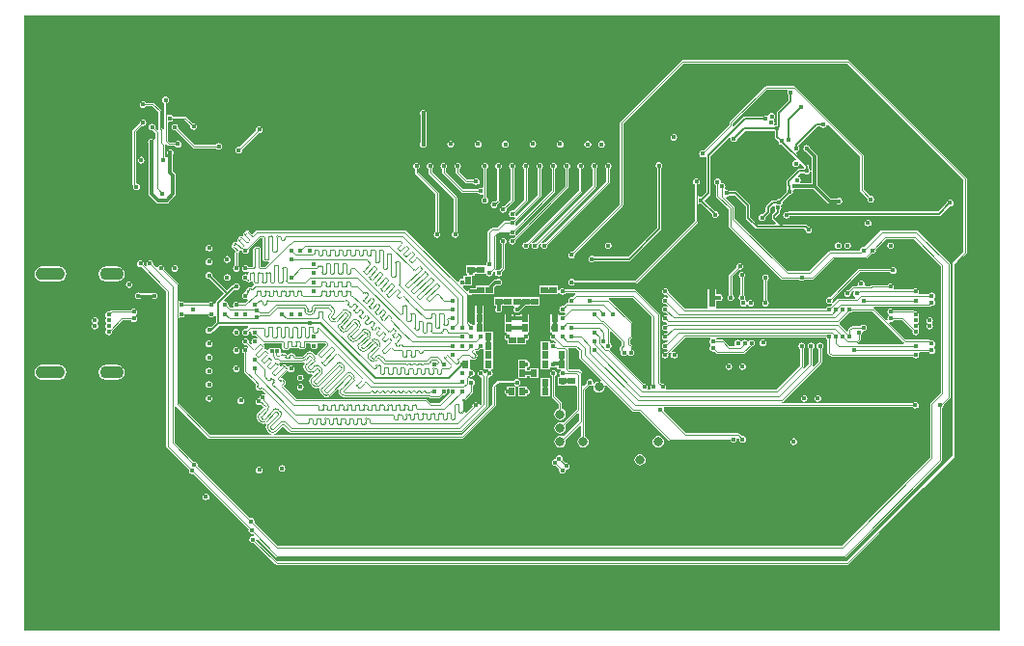
<source format=gbr>
%TF.GenerationSoftware,Altium Limited,Altium Designer,23.1.1 (15)*%
G04 Layer_Physical_Order=4*
G04 Layer_Color=16711680*
%FSLAX45Y45*%
%MOMM*%
%TF.SameCoordinates,3FBC52AE-4862-4018-B763-16E4B67C7164*%
%TF.FilePolarity,Positive*%
%TF.FileFunction,Copper,L4,Bot,Signal*%
%TF.Part,Single*%
G01*
G75*
%TA.AperFunction,Conductor*%
%ADD10C,0.10160*%
%TA.AperFunction,SMDPad,CuDef*%
%ADD34R,0.64008X0.60000*%
%ADD37R,0.60000X0.64008*%
%TA.AperFunction,Conductor*%
%ADD60C,0.20320*%
%ADD61C,0.30480*%
%ADD62C,0.22860*%
%TA.AperFunction,ComponentPad*%
G04:AMPARAMS|DCode=63|XSize=1.1mm|YSize=2.6mm|CornerRadius=0.55mm|HoleSize=0mm|Usage=FLASHONLY|Rotation=270.000|XOffset=0mm|YOffset=0mm|HoleType=Round|Shape=RoundedRectangle|*
%AMROUNDEDRECTD63*
21,1,1.10000,1.50000,0,0,270.0*
21,1,0.00000,2.60000,0,0,270.0*
1,1,1.10000,-0.75000,0.00000*
1,1,1.10000,-0.75000,0.00000*
1,1,1.10000,0.75000,0.00000*
1,1,1.10000,0.75000,0.00000*
%
%ADD63ROUNDEDRECTD63*%
G04:AMPARAMS|DCode=64|XSize=1.1mm|YSize=2.1mm|CornerRadius=0.55mm|HoleSize=0mm|Usage=FLASHONLY|Rotation=270.000|XOffset=0mm|YOffset=0mm|HoleType=Round|Shape=RoundedRectangle|*
%AMROUNDEDRECTD64*
21,1,1.10000,1.00000,0,0,270.0*
21,1,0.00000,2.10000,0,0,270.0*
1,1,1.10000,-0.50000,0.00000*
1,1,1.10000,-0.50000,0.00000*
1,1,1.10000,0.50000,0.00000*
1,1,1.10000,0.50000,0.00000*
%
%ADD64ROUNDEDRECTD64*%
%TA.AperFunction,ViaPad*%
%ADD65C,0.40640*%
%ADD66C,0.81280*%
G36*
X11100000Y2540000D02*
X2540000D01*
Y7940000D01*
X11100000D01*
Y2540000D01*
D02*
G37*
%LPC*%
G36*
X3579594Y7030002D02*
X3568197Y7027735D01*
X3558535Y7021279D01*
X3552079Y7011617D01*
X3549812Y7000220D01*
X3550541Y6996552D01*
X3492892Y6938903D01*
X3488463Y6928211D01*
Y6457341D01*
X3492892Y6446649D01*
X3495395Y6444146D01*
X3493805Y6436149D01*
X3496072Y6424752D01*
X3502528Y6415090D01*
X3512190Y6408634D01*
X3523587Y6406367D01*
X3534984Y6408634D01*
X3544646Y6415090D01*
X3551102Y6424752D01*
X3553369Y6436149D01*
X3551102Y6447546D01*
X3544646Y6457208D01*
X3534984Y6463664D01*
X3523587Y6465931D01*
X3518706Y6469938D01*
Y6921948D01*
X3569253Y6972494D01*
X3579594Y6970437D01*
X3590991Y6972704D01*
X3600653Y6979161D01*
X3607109Y6988822D01*
X3609376Y7000220D01*
X3607109Y7011617D01*
X3600653Y7021279D01*
X3590991Y7027735D01*
X3579594Y7030002D01*
D02*
G37*
G36*
X3779619Y7229582D02*
X3768222Y7227315D01*
X3758560Y7220859D01*
X3752104Y7211197D01*
X3749837Y7199800D01*
X3752104Y7188403D01*
X3758560Y7178741D01*
X3764498Y7174773D01*
Y7012960D01*
X3767228Y7006368D01*
Y6943667D01*
X3754528Y6941141D01*
X3753672Y6943209D01*
X3742734Y6954147D01*
Y7100232D01*
X3738305Y7110924D01*
X3678297Y7170932D01*
X3667605Y7175361D01*
X3604621D01*
X3600653Y7181299D01*
X3590991Y7187755D01*
X3579594Y7190022D01*
X3568197Y7187755D01*
X3558535Y7181299D01*
X3552079Y7171637D01*
X3549812Y7160240D01*
X3552079Y7148842D01*
X3558535Y7139181D01*
X3568197Y7132724D01*
X3579594Y7130457D01*
X3590991Y7132724D01*
X3600653Y7139181D01*
X3604621Y7145119D01*
X3661342D01*
X3712491Y7093969D01*
Y6947884D01*
X3713348Y6945816D01*
X3702582Y6938622D01*
X3687993Y6953210D01*
X3689386Y6960215D01*
X3687119Y6971612D01*
X3680663Y6981274D01*
X3671001Y6987730D01*
X3659604Y6989997D01*
X3648207Y6987730D01*
X3638545Y6981274D01*
X3632089Y6971612D01*
X3629822Y6960215D01*
X3632089Y6948817D01*
X3638545Y6939156D01*
X3648207Y6932699D01*
X3659604Y6930432D01*
X3666609Y6931826D01*
X3688488Y6909946D01*
Y6855420D01*
X3675788Y6851567D01*
X3674658Y6853259D01*
X3664996Y6859715D01*
X3653598Y6861982D01*
X3642201Y6859715D01*
X3632539Y6853259D01*
X3626083Y6843597D01*
X3623816Y6832200D01*
X3626083Y6820803D01*
X3628996Y6816444D01*
Y6374146D01*
X3630869Y6364731D01*
X3636202Y6356750D01*
X3694214Y6298737D01*
X3702196Y6293404D01*
X3711611Y6291531D01*
X3787620D01*
X3797035Y6293404D01*
X3805017Y6298737D01*
X3861024Y6354744D01*
X3866357Y6362726D01*
X3868230Y6372141D01*
Y6540788D01*
X3866357Y6550203D01*
X3861024Y6558184D01*
X3844227Y6574982D01*
Y6720431D01*
X3847139Y6724789D01*
X3849406Y6736187D01*
X3847139Y6747584D01*
X3840683Y6757246D01*
X3831021Y6763702D01*
X3819624Y6765969D01*
X3808227Y6763702D01*
X3798565Y6757246D01*
X3792109Y6747584D01*
X3789842Y6736187D01*
X3792109Y6724789D01*
X3795021Y6720431D01*
Y6696947D01*
X3783719Y6693518D01*
X3780046Y6696500D01*
X3779916Y6696694D01*
X3779296Y6697108D01*
X3773978Y6701426D01*
Y6805285D01*
X3773121Y6807353D01*
X3783888Y6814547D01*
X3796930Y6801504D01*
X3807623Y6797075D01*
X3862606D01*
X3866573Y6791137D01*
X3876235Y6784681D01*
X3887633Y6782414D01*
X3899030Y6784681D01*
X3908692Y6791137D01*
X3915148Y6800799D01*
X3917415Y6812196D01*
X3915148Y6823593D01*
X3908692Y6833255D01*
X3899030Y6839711D01*
X3887633Y6841978D01*
X3876235Y6839711D01*
X3866573Y6833255D01*
X3862606Y6827317D01*
X3813886D01*
X3797471Y6843732D01*
Y7004622D01*
X3805466Y7010633D01*
X3809226Y7012511D01*
X3819624Y7010442D01*
X3831021Y7012709D01*
X3840683Y7019166D01*
X3844651Y7025104D01*
X3945377D01*
X3995260Y6975220D01*
X3993867Y6968216D01*
X3996134Y6956818D01*
X4002590Y6947157D01*
X4012252Y6940700D01*
X4023650Y6938433D01*
X4035047Y6940700D01*
X4044709Y6947157D01*
X4051165Y6956818D01*
X4053432Y6968216D01*
X4051165Y6979613D01*
X4044709Y6989275D01*
X4035047Y6995731D01*
X4023650Y6997998D01*
X4016645Y6996605D01*
X3962333Y7050917D01*
X3951641Y7055346D01*
X3844651D01*
X3840683Y7061284D01*
X3831021Y7067740D01*
X3819624Y7070007D01*
X3808227Y7067740D01*
X3807440Y7067214D01*
X3794740Y7074003D01*
Y7174773D01*
X3800678Y7178741D01*
X3807134Y7188403D01*
X3809401Y7199800D01*
X3807134Y7211197D01*
X3800678Y7220859D01*
X3791016Y7227315D01*
X3779619Y7229582D01*
D02*
G37*
G36*
X4599722Y6969994D02*
X4588324Y6967727D01*
X4578662Y6961271D01*
X4572206Y6951609D01*
X4569939Y6940212D01*
X4571332Y6933208D01*
X4426704Y6788579D01*
X4419699Y6789972D01*
X4408302Y6787705D01*
X4398640Y6781249D01*
X4392184Y6771587D01*
X4389917Y6760190D01*
X4392184Y6748792D01*
X4398640Y6739131D01*
X4408302Y6732674D01*
X4419699Y6730407D01*
X4431096Y6732674D01*
X4440758Y6739131D01*
X4447214Y6748792D01*
X4449481Y6760190D01*
X4448088Y6767194D01*
X4592717Y6911823D01*
X4599722Y6910430D01*
X4611119Y6912697D01*
X4620781Y6919153D01*
X4627237Y6928815D01*
X4629504Y6940212D01*
X4627237Y6951609D01*
X4620781Y6961271D01*
X4611119Y6967727D01*
X4599722Y6969994D01*
D02*
G37*
G36*
X8236176Y6901986D02*
X8224779Y6899719D01*
X8215117Y6893263D01*
X8208661Y6883601D01*
X8206394Y6872204D01*
X8208661Y6860806D01*
X8215117Y6851145D01*
X8224779Y6844688D01*
X8236176Y6842421D01*
X8247573Y6844688D01*
X8257235Y6851145D01*
X8263691Y6860806D01*
X8265958Y6872204D01*
X8263691Y6883601D01*
X8257235Y6893263D01*
X8247573Y6899719D01*
X8236176Y6901986D01*
D02*
G37*
G36*
X7240052Y6841978D02*
X7228654Y6839711D01*
X7218992Y6833255D01*
X7212536Y6823593D01*
X7210269Y6812196D01*
X7212536Y6800799D01*
X7218992Y6791137D01*
X7228654Y6784681D01*
X7240052Y6782414D01*
X7251449Y6784681D01*
X7261111Y6791137D01*
X7267567Y6800799D01*
X7269834Y6812196D01*
X7267567Y6823593D01*
X7261111Y6833255D01*
X7251449Y6839711D01*
X7240052Y6841978D01*
D02*
G37*
G36*
X7000022D02*
X6988624Y6839711D01*
X6978962Y6833255D01*
X6972506Y6823593D01*
X6970239Y6812196D01*
X6972506Y6800799D01*
X6978962Y6791137D01*
X6988624Y6784681D01*
X7000022Y6782414D01*
X7011419Y6784681D01*
X7021081Y6791137D01*
X7027537Y6800799D01*
X7029804Y6812196D01*
X7027537Y6823593D01*
X7021081Y6833255D01*
X7011419Y6839711D01*
X7000022Y6841978D01*
D02*
G37*
G36*
X6519962D02*
X6508564Y6839711D01*
X6498902Y6833255D01*
X6492446Y6823593D01*
X6490179Y6812196D01*
X6492446Y6800799D01*
X6498902Y6791137D01*
X6508564Y6784681D01*
X6519962Y6782414D01*
X6531359Y6784681D01*
X6541021Y6791137D01*
X6547477Y6800799D01*
X6549744Y6812196D01*
X6547477Y6823593D01*
X6541021Y6833255D01*
X6531359Y6839711D01*
X6519962Y6841978D01*
D02*
G37*
G36*
X6279932D02*
X6268534Y6839711D01*
X6258872Y6833255D01*
X6252416Y6823593D01*
X6250149Y6812196D01*
X6252416Y6800799D01*
X6258872Y6791137D01*
X6268534Y6784681D01*
X6279932Y6782414D01*
X6291329Y6784681D01*
X6300991Y6791137D01*
X6307447Y6800799D01*
X6309714Y6812196D01*
X6307447Y6823593D01*
X6300991Y6833255D01*
X6291329Y6839711D01*
X6279932Y6841978D01*
D02*
G37*
G36*
X6759992Y6840343D02*
X6748594Y6838076D01*
X6738932Y6831620D01*
X6732476Y6821958D01*
X6730209Y6810561D01*
X6732476Y6799164D01*
X6738932Y6789502D01*
X6748594Y6783046D01*
X6759992Y6780779D01*
X6771389Y6783046D01*
X6781051Y6789502D01*
X6787507Y6799164D01*
X6789774Y6810561D01*
X6787507Y6821958D01*
X6781051Y6831620D01*
X6771389Y6838076D01*
X6759992Y6840343D01*
D02*
G37*
G36*
X7602097Y6839972D02*
X7590700Y6837705D01*
X7581038Y6831249D01*
X7574581Y6821587D01*
X7572315Y6810190D01*
X7574581Y6798792D01*
X7581038Y6789130D01*
X7590700Y6782674D01*
X7602097Y6780407D01*
X7613494Y6782674D01*
X7623156Y6789130D01*
X7629612Y6798792D01*
X7631879Y6810190D01*
X7629612Y6821587D01*
X7623156Y6831249D01*
X7613494Y6837705D01*
X7602097Y6839972D01*
D02*
G37*
G36*
X7482082D02*
X7470685Y6837705D01*
X7461023Y6831249D01*
X7454566Y6821587D01*
X7452300Y6810190D01*
X7454566Y6798792D01*
X7461023Y6789130D01*
X7470685Y6782674D01*
X7482082Y6780407D01*
X7493479Y6782674D01*
X7503141Y6789130D01*
X7509597Y6798792D01*
X7511864Y6810190D01*
X7509597Y6821587D01*
X7503141Y6831249D01*
X7493479Y6837705D01*
X7482082Y6839972D01*
D02*
G37*
G36*
X6040113Y7114012D02*
X6028716Y7111745D01*
X6019054Y7105289D01*
X6012598Y7095627D01*
X6010331Y7084230D01*
X6012598Y7072833D01*
X6015405Y7068633D01*
Y6826104D01*
X6012386Y6821587D01*
X6010119Y6810190D01*
X6012386Y6798792D01*
X6018842Y6789130D01*
X6028504Y6782674D01*
X6039902Y6780407D01*
X6051299Y6782674D01*
X6060961Y6789130D01*
X6067417Y6798792D01*
X6069684Y6810190D01*
X6067417Y6821587D01*
X6064610Y6825787D01*
Y7068316D01*
X6067629Y7072833D01*
X6069896Y7084230D01*
X6067629Y7095627D01*
X6061173Y7105289D01*
X6051511Y7111745D01*
X6040113Y7114012D01*
D02*
G37*
G36*
X3859629Y6989997D02*
X3848232Y6987730D01*
X3838570Y6981274D01*
X3832114Y6971612D01*
X3829847Y6960215D01*
X3832114Y6948817D01*
X3838570Y6939156D01*
X3848232Y6932699D01*
X3859629Y6930432D01*
X3866634Y6931826D01*
X4016958Y6781502D01*
X4027650Y6777073D01*
X4218650D01*
X4222618Y6771135D01*
X4232280Y6764678D01*
X4243677Y6762411D01*
X4255074Y6764678D01*
X4264736Y6771135D01*
X4271192Y6780796D01*
X4273459Y6792194D01*
X4271192Y6803591D01*
X4264736Y6813253D01*
X4255074Y6819709D01*
X4243677Y6821976D01*
X4232280Y6819709D01*
X4222618Y6813253D01*
X4218650Y6807315D01*
X4033913D01*
X3888018Y6953210D01*
X3889411Y6960215D01*
X3887144Y6971612D01*
X3880688Y6981274D01*
X3871026Y6987730D01*
X3859629Y6989997D01*
D02*
G37*
G36*
X3563592Y6701961D02*
X3552195Y6699694D01*
X3542533Y6693238D01*
X3536077Y6683576D01*
X3533810Y6672179D01*
X3536077Y6660781D01*
X3542533Y6651120D01*
X3552195Y6644663D01*
X3563592Y6642396D01*
X3574989Y6644663D01*
X3584651Y6651120D01*
X3591107Y6660781D01*
X3593374Y6672179D01*
X3591107Y6683576D01*
X3584651Y6693238D01*
X3574989Y6699694D01*
X3563592Y6701961D01*
D02*
G37*
G36*
X6339939Y6649954D02*
X6328542Y6647687D01*
X6318880Y6641231D01*
X6312424Y6631569D01*
X6310157Y6620172D01*
X6312424Y6608775D01*
X6318880Y6599113D01*
X6324818Y6595145D01*
Y6560165D01*
X6329247Y6549473D01*
X6404273Y6474446D01*
X6414966Y6470017D01*
X6478682D01*
X6483144Y6463340D01*
X6492806Y6456883D01*
X6504203Y6454617D01*
X6515600Y6456883D01*
X6525262Y6463340D01*
X6531718Y6473002D01*
X6533985Y6484399D01*
X6531718Y6495796D01*
X6525262Y6505458D01*
X6515600Y6511914D01*
X6504203Y6514181D01*
X6492806Y6511914D01*
X6483144Y6505458D01*
X6479670Y6500259D01*
X6421229D01*
X6355060Y6566428D01*
Y6595145D01*
X6360998Y6599113D01*
X6367454Y6608775D01*
X6369721Y6620172D01*
X6367454Y6631569D01*
X6360998Y6641231D01*
X6351336Y6647687D01*
X6339939Y6649954D01*
D02*
G37*
G36*
X6579969D02*
X6568572Y6647687D01*
X6558910Y6641231D01*
X6552454Y6631569D01*
X6550187Y6620172D01*
X6552454Y6608775D01*
X6558910Y6599113D01*
X6564848Y6595145D01*
Y6433923D01*
X6552148Y6427134D01*
X6551361Y6427660D01*
X6539964Y6429927D01*
X6528567Y6427660D01*
X6518905Y6421204D01*
X6514937Y6415266D01*
X6386207D01*
X6235045Y6566428D01*
Y6595145D01*
X6240983Y6599113D01*
X6247439Y6608775D01*
X6249706Y6620172D01*
X6247439Y6631569D01*
X6240983Y6641231D01*
X6231321Y6647687D01*
X6219924Y6649954D01*
X6208527Y6647687D01*
X6198865Y6641231D01*
X6192409Y6631569D01*
X6190142Y6620172D01*
X6192409Y6608775D01*
X6198865Y6599113D01*
X6204803Y6595145D01*
Y6560165D01*
X6209232Y6549473D01*
X6369252Y6389452D01*
X6379944Y6385024D01*
X6514937D01*
X6518905Y6379086D01*
X6528567Y6372629D01*
X6539964Y6370362D01*
X6551361Y6372629D01*
X6552148Y6373155D01*
X6564848Y6366367D01*
Y6345162D01*
X6558910Y6341194D01*
X6552454Y6331532D01*
X6550187Y6320135D01*
X6552454Y6308737D01*
X6558910Y6299076D01*
X6568572Y6292619D01*
X6579969Y6290352D01*
X6591366Y6292619D01*
X6601028Y6299076D01*
X6607484Y6308737D01*
X6609751Y6320135D01*
X6607484Y6331532D01*
X6601028Y6341194D01*
X6595090Y6345162D01*
Y6595145D01*
X6601028Y6599113D01*
X6607484Y6608775D01*
X6609751Y6620172D01*
X6607484Y6631569D01*
X6601028Y6641231D01*
X6591366Y6647687D01*
X6579969Y6649954D01*
D02*
G37*
G36*
X6699984D02*
X6688587Y6647687D01*
X6678925Y6641231D01*
X6672469Y6631569D01*
X6670202Y6620172D01*
X6672469Y6608775D01*
X6678925Y6599113D01*
X6684863Y6595145D01*
Y6323659D01*
X6669268Y6308064D01*
X6659979Y6309912D01*
X6648582Y6307645D01*
X6638920Y6301189D01*
X6632464Y6291527D01*
X6630197Y6280130D01*
X6632464Y6268732D01*
X6638920Y6259071D01*
X6648582Y6252614D01*
X6659979Y6250347D01*
X6671376Y6252614D01*
X6681038Y6259071D01*
X6687494Y6268732D01*
X6689761Y6280130D01*
X6688822Y6284850D01*
X6710676Y6306704D01*
X6715105Y6317396D01*
Y6595145D01*
X6721043Y6599113D01*
X6727499Y6608775D01*
X6729766Y6620172D01*
X6727499Y6631569D01*
X6721043Y6641231D01*
X6711381Y6647687D01*
X6699984Y6649954D01*
D02*
G37*
G36*
X9768368Y7551408D02*
X8312186D01*
X8301493Y7546979D01*
X7769427Y7014912D01*
X7764998Y7004220D01*
Y6286393D01*
X7347069Y5868464D01*
X7340064Y5869857D01*
X7328667Y5867590D01*
X7319005Y5861134D01*
X7312549Y5851472D01*
X7310282Y5840075D01*
X7312549Y5828677D01*
X7319005Y5819016D01*
X7328667Y5812559D01*
X7340064Y5810292D01*
X7351461Y5812559D01*
X7361123Y5819016D01*
X7367579Y5828677D01*
X7369846Y5840075D01*
X7368453Y5847079D01*
X7790811Y6269438D01*
X7795240Y6280130D01*
Y6997957D01*
X8318449Y7521166D01*
X9762104D01*
X10777374Y6505895D01*
Y5862340D01*
X10685791Y5770757D01*
X10681362Y5760065D01*
Y4074117D01*
X9754103Y3146857D01*
X4758004D01*
X4573246Y3331615D01*
X4574537Y3342974D01*
X4585771Y3348330D01*
X4749049Y3185052D01*
X4759742Y3180623D01*
X9732363D01*
X9743055Y3185052D01*
X10583160Y4025157D01*
X10587589Y4035849D01*
Y4494883D01*
X10593527Y4498851D01*
X10599983Y4508512D01*
X10602250Y4519910D01*
X10601521Y4523577D01*
X10659170Y4581226D01*
X10663599Y4591919D01*
Y5756064D01*
X10659170Y5766757D01*
X10375134Y6050792D01*
X10364442Y6055221D01*
X10060404D01*
X10049712Y6050792D01*
X9907389Y5908469D01*
X9900384Y5909862D01*
X9888987Y5907595D01*
X9879325Y5901139D01*
X9872869Y5891477D01*
X9870602Y5880080D01*
X9866596Y5875198D01*
X9608348D01*
X9597655Y5870770D01*
X9422062Y5695176D01*
X9238564D01*
X8771362Y6162377D01*
Y6256127D01*
X8766933Y6266819D01*
X8695375Y6338378D01*
X8698839Y6346920D01*
X8701167Y6350546D01*
X8711631Y6352627D01*
X8721293Y6359083D01*
X8722386Y6360719D01*
X8772199D01*
X8868834Y6264083D01*
Y6168116D01*
X8870313Y6160683D01*
X8874523Y6154381D01*
X8954533Y6074371D01*
X8960835Y6070161D01*
X8968268Y6068683D01*
X9188294D01*
X9188295Y6068682D01*
X9188296Y6068683D01*
X9381258D01*
X9390542Y6060102D01*
X9392809Y6048705D01*
X9399265Y6039043D01*
X9408927Y6032587D01*
X9420324Y6030320D01*
X9431721Y6032587D01*
X9441383Y6039043D01*
X9447839Y6048705D01*
X9450106Y6060102D01*
X9447839Y6071499D01*
X9441383Y6081161D01*
X9431721Y6087617D01*
X9420324Y6089884D01*
X9418394Y6089501D01*
X9406055Y6101840D01*
X9399754Y6106050D01*
X9392321Y6107529D01*
X9196340D01*
X9135709Y6168160D01*
Y6173939D01*
X9160301Y6198531D01*
X9164512Y6204832D01*
X9165990Y6212265D01*
Y6229541D01*
X9171514Y6233232D01*
X9177970Y6242894D01*
X9180237Y6254291D01*
X9177970Y6265688D01*
X9173145Y6276073D01*
X9182806Y6282529D01*
X9189263Y6292191D01*
X9191529Y6303588D01*
X9190980Y6306352D01*
X9251208Y6366580D01*
X9252303Y6366362D01*
X9263700Y6368629D01*
X9273362Y6375085D01*
X9279818Y6384747D01*
X9282085Y6396144D01*
X9280572Y6403753D01*
X9287105Y6412590D01*
X9290259Y6414776D01*
X9292308Y6414368D01*
X9303705Y6416635D01*
X9308064Y6419547D01*
X9462140D01*
X9586950Y6294737D01*
X9594932Y6289404D01*
X9604347Y6287531D01*
X9668601D01*
X9672960Y6284618D01*
X9684357Y6282351D01*
X9695754Y6284618D01*
X9705416Y6291075D01*
X9711872Y6300736D01*
X9714139Y6312134D01*
X9711872Y6323531D01*
X9705416Y6333193D01*
X9695754Y6339649D01*
X9684357Y6341916D01*
X9672960Y6339649D01*
X9668601Y6336736D01*
X9614538D01*
X9496933Y6454341D01*
Y6704182D01*
X9495061Y6713597D01*
X9489727Y6721579D01*
X9430860Y6780447D01*
X9429837Y6785589D01*
X9423381Y6795251D01*
X9413719Y6801707D01*
X9402322Y6803974D01*
X9390924Y6801707D01*
X9381262Y6795251D01*
X9374806Y6785589D01*
X9372539Y6774191D01*
X9374806Y6762794D01*
X9381262Y6753132D01*
X9390924Y6746676D01*
X9396066Y6745653D01*
X9447728Y6693992D01*
Y6468753D01*
X9352406D01*
X9345618Y6481453D01*
X9347827Y6484759D01*
X9350094Y6496157D01*
X9347827Y6507554D01*
X9341371Y6517216D01*
X9331709Y6523672D01*
X9327954Y6524419D01*
X9323774Y6538199D01*
X9342318Y6556744D01*
X9382170D01*
X9383263Y6555108D01*
X9392925Y6548651D01*
X9404322Y6546384D01*
X9415719Y6548651D01*
X9425381Y6555108D01*
X9431837Y6564769D01*
X9434104Y6576167D01*
X9431837Y6587564D01*
X9425381Y6597226D01*
X9419857Y6600917D01*
Y6620058D01*
X9419857Y6620059D01*
X9418379Y6627492D01*
X9414168Y6633794D01*
X9414168Y6633794D01*
X9313474Y6734488D01*
X9317654Y6748268D01*
X9319707Y6748676D01*
X9329369Y6755133D01*
X9335825Y6764794D01*
X9338092Y6776192D01*
X9335825Y6787589D01*
X9331333Y6794313D01*
Y6795749D01*
X9500379Y6964795D01*
X9526188D01*
X9527281Y6963159D01*
X9536943Y6956702D01*
X9548340Y6954435D01*
X9559737Y6956702D01*
X9569399Y6963159D01*
X9575855Y6972820D01*
X9577937Y6983284D01*
X9581563Y6985613D01*
X9590105Y6989077D01*
X9869261Y6709921D01*
Y6408146D01*
X9873690Y6397454D01*
X9936003Y6335140D01*
X9934610Y6328136D01*
X9936877Y6316738D01*
X9943333Y6307077D01*
X9952995Y6300620D01*
X9964392Y6298353D01*
X9975789Y6300620D01*
X9985451Y6307077D01*
X9991907Y6316738D01*
X9994174Y6328136D01*
X9991907Y6339533D01*
X9985451Y6349195D01*
X9975789Y6355651D01*
X9964392Y6357918D01*
X9957388Y6356525D01*
X9899503Y6414409D01*
Y6716184D01*
X9895074Y6726876D01*
X9303000Y7318950D01*
X9292308Y7323379D01*
X9048527D01*
X9037835Y7318950D01*
X8728587Y7009702D01*
X8724158Y6999010D01*
Y6985521D01*
X8495212Y6756575D01*
X8488208Y6757968D01*
X8476810Y6755701D01*
X8467148Y6749245D01*
X8460692Y6739583D01*
X8458425Y6728186D01*
X8460692Y6716788D01*
X8467148Y6707127D01*
X8476810Y6700670D01*
X8488208Y6698403D01*
X8499605Y6700670D01*
X8508091Y6706341D01*
X8513658Y6704988D01*
X8520791Y6701514D01*
Y6388188D01*
X8480809Y6348206D01*
X8472206Y6349917D01*
X8464022Y6348289D01*
X8451322Y6355423D01*
Y6459128D01*
X8457260Y6463096D01*
X8463716Y6472758D01*
X8465983Y6484155D01*
X8463716Y6495552D01*
X8457260Y6505214D01*
X8447598Y6511670D01*
X8436201Y6513937D01*
X8424804Y6511670D01*
X8415142Y6505214D01*
X8408686Y6495552D01*
X8406419Y6484155D01*
X8408686Y6472758D01*
X8415142Y6463096D01*
X8421080Y6459128D01*
Y6142375D01*
X7893871Y5615166D01*
X7365091D01*
X7361123Y5621104D01*
X7351461Y5627560D01*
X7340064Y5629827D01*
X7328667Y5627560D01*
X7319005Y5621104D01*
X7312549Y5611442D01*
X7310282Y5600045D01*
X7312549Y5588647D01*
X7319005Y5578986D01*
X7328667Y5572529D01*
X7340064Y5570262D01*
X7351461Y5572529D01*
X7361123Y5578986D01*
X7365091Y5584924D01*
X7900134D01*
X7910826Y5589353D01*
X8446893Y6125420D01*
X8451322Y6136112D01*
Y6284846D01*
X8464022Y6291980D01*
X8472206Y6290352D01*
X8474135Y6290736D01*
X8570823Y6194049D01*
X8570439Y6192119D01*
X8572706Y6180721D01*
X8579162Y6171060D01*
X8588824Y6164603D01*
X8600222Y6162336D01*
X8611619Y6164603D01*
X8621281Y6171060D01*
X8627737Y6180721D01*
X8630004Y6192119D01*
X8627737Y6203516D01*
X8621281Y6213178D01*
X8611619Y6219634D01*
X8600222Y6221901D01*
X8598292Y6221517D01*
X8503675Y6316134D01*
X8553948Y6366408D01*
X8558159Y6372709D01*
X8559637Y6380142D01*
Y6708139D01*
X8723947Y6872448D01*
X8735651Y6866192D01*
X8734460Y6860202D01*
X8736727Y6848805D01*
X8743183Y6839143D01*
X8752845Y6832687D01*
X8764242Y6830420D01*
X8775639Y6832687D01*
X8785301Y6839143D01*
X8791757Y6848805D01*
X8794024Y6860202D01*
X8793641Y6862132D01*
X8860299Y6928790D01*
X9121158D01*
Y6878696D01*
X9122636Y6871263D01*
X9126846Y6864962D01*
X9152546Y6839263D01*
X9152363Y6838348D01*
X9154630Y6826951D01*
X9161087Y6817289D01*
X9170748Y6810832D01*
X9182146Y6808566D01*
X9184076Y6808949D01*
X9309561Y6683464D01*
X9309299Y6680904D01*
X9304559Y6670506D01*
X9296417Y6668886D01*
X9286335Y6662149D01*
X9279598Y6652067D01*
X9277233Y6640175D01*
X9279598Y6628282D01*
X9286335Y6618200D01*
X9296417Y6611463D01*
X9308310Y6609098D01*
X9320203Y6611463D01*
X9330285Y6618200D01*
X9337022Y6628282D01*
X9338641Y6636423D01*
X9349039Y6641164D01*
X9351599Y6641426D01*
X9381011Y6612014D01*
Y6595590D01*
X9334273D01*
X9326840Y6594111D01*
X9320539Y6589901D01*
X9230568Y6499930D01*
X9226357Y6493629D01*
X9224879Y6486196D01*
Y6450284D01*
X9226357Y6442851D01*
X9228992Y6438908D01*
Y6413833D01*
X9224788Y6407541D01*
X9222521Y6396144D01*
X9223071Y6393380D01*
X9162843Y6333153D01*
X9161747Y6333371D01*
X9150350Y6331104D01*
X9140688Y6324647D01*
X9137286Y6319555D01*
X9108285D01*
X9100852Y6318077D01*
X9094551Y6313866D01*
X9048489Y6267805D01*
X9044279Y6261503D01*
X9042800Y6254070D01*
Y6226111D01*
X9014203Y6197514D01*
X9012273Y6197898D01*
X9000876Y6195631D01*
X8991214Y6189175D01*
X8984758Y6179513D01*
X8982491Y6168116D01*
X8984758Y6156718D01*
X8991214Y6147057D01*
X9000876Y6140600D01*
X9012273Y6138333D01*
X9023670Y6140600D01*
X9033332Y6147057D01*
X9039788Y6156718D01*
X9042055Y6168116D01*
X9041672Y6170046D01*
X9075957Y6204332D01*
X9080168Y6210633D01*
X9081647Y6218066D01*
X9081646Y6218067D01*
Y6246025D01*
X9107840Y6272218D01*
X9112148Y6271579D01*
X9112911Y6271163D01*
X9121288Y6257384D01*
X9120673Y6254291D01*
X9122940Y6242894D01*
X9127144Y6236602D01*
Y6220311D01*
X9102552Y6195719D01*
X9098341Y6189418D01*
X9096863Y6181985D01*
Y6160115D01*
X9098341Y6152682D01*
X9102552Y6146380D01*
X9129670Y6119262D01*
X9124810Y6107529D01*
X8976313D01*
X8907681Y6176161D01*
Y6272129D01*
X8906202Y6279562D01*
X8901992Y6285863D01*
X8793978Y6393876D01*
X8787677Y6398087D01*
X8780244Y6399565D01*
X8722386D01*
X8721293Y6401201D01*
X8711631Y6407657D01*
X8700234Y6409924D01*
X8697905Y6409461D01*
X8684799Y6419071D01*
X8684270Y6423553D01*
X8687744Y6428752D01*
X8690011Y6440150D01*
X8687744Y6451547D01*
X8681288Y6461209D01*
X8671626Y6467665D01*
X8660229Y6469932D01*
X8650250Y6479911D01*
X8647983Y6491308D01*
X8641527Y6500970D01*
X8631865Y6507426D01*
X8620468Y6509693D01*
X8609070Y6507426D01*
X8599409Y6500970D01*
X8592952Y6491308D01*
X8590685Y6479911D01*
X8592952Y6468514D01*
X8599409Y6458852D01*
X8605347Y6454884D01*
Y6359896D01*
X8609776Y6349204D01*
X8717117Y6241862D01*
Y6092106D01*
X8721546Y6081414D01*
X9173602Y5629357D01*
X9184295Y5624929D01*
X9335290D01*
X9339257Y5618991D01*
X9348919Y5612534D01*
X9360317Y5610267D01*
X9371714Y5612534D01*
X9381376Y5618991D01*
X9385343Y5624929D01*
X9456329D01*
X9467021Y5629358D01*
X9642614Y5804951D01*
X9920387D01*
X9931079Y5809380D01*
X9973390Y5851691D01*
X9980394Y5850297D01*
X9991791Y5852564D01*
X10001453Y5859021D01*
X10007909Y5868682D01*
X10010176Y5880080D01*
X10008783Y5887084D01*
X10098464Y5976765D01*
X10342385D01*
X10577349Y5741800D01*
Y4626186D01*
X10489767Y4538603D01*
X10485338Y4527911D01*
Y4058115D01*
X9710098Y3282874D01*
X4766005D01*
X4556102Y3492777D01*
X4557495Y3499782D01*
X4555228Y3511179D01*
X4548772Y3520841D01*
X4539110Y3527297D01*
X4527713Y3529564D01*
X4520708Y3528171D01*
X4060040Y3988839D01*
X4061433Y3995844D01*
X4059166Y4007241D01*
X4052710Y4016903D01*
X4043048Y4023359D01*
X4031651Y4025626D01*
X4024646Y4024233D01*
X3854748Y4194131D01*
Y4516268D01*
X3867448Y4518795D01*
X3868939Y4515194D01*
X4154950Y4229183D01*
X4165643Y4224754D01*
X6379944D01*
X6390636Y4229183D01*
X6670671Y4509217D01*
X6675100Y4519910D01*
Y4673667D01*
X6706247Y4704814D01*
X6834977D01*
X6838945Y4698876D01*
X6846961Y4693519D01*
Y4693518D01*
X6843440Y4695872D01*
X6846959Y4693374D01*
X6846871Y4687063D01*
X6844922Y4681046D01*
X6844685Y4680819D01*
X6837201Y4680819D01*
X6837200Y4680819D01*
X6836776Y4680819D01*
X6771114D01*
Y4667941D01*
X6768597Y4667440D01*
X6758935Y4660984D01*
X6752479Y4651322D01*
X6750212Y4639925D01*
X6752479Y4628527D01*
X6758935Y4618866D01*
X6768597Y4612409D01*
X6771114Y4611909D01*
Y4599031D01*
X6848894D01*
Y4669370D01*
X6848895Y4679413D01*
X6852793Y4688037D01*
X6854076Y4689202D01*
X6858370Y4690477D01*
X6860004Y4690152D01*
X6861638Y4690477D01*
X6865932Y4689202D01*
X6867215Y4688036D01*
X6871114Y4679413D01*
X6871114Y4669794D01*
Y4599031D01*
X6948894D01*
Y4611113D01*
X6955412Y4612409D01*
X6965074Y4618866D01*
X6971530Y4628527D01*
X6973797Y4639925D01*
X6971530Y4651322D01*
X6965074Y4660984D01*
X6955412Y4667440D01*
X6948894Y4668736D01*
Y4680819D01*
X6883232D01*
X6882809Y4680819D01*
X6882807Y4680819D01*
X6875324Y4680819D01*
X6875086Y4681046D01*
X6873137Y4687063D01*
X6873049Y4693374D01*
X6876568Y4695872D01*
X6873047Y4693518D01*
Y4693519D01*
X6881063Y4698876D01*
X6887519Y4708537D01*
X6889786Y4719935D01*
X6887519Y4731332D01*
X6881063Y4740994D01*
X6876567Y4743999D01*
X6873049Y4746495D01*
X6873137Y4752807D01*
X6875086Y4758823D01*
X6875324Y4759050D01*
X6882807Y4759051D01*
X6882809Y4759050D01*
X6883232Y4759051D01*
X6948894D01*
Y4775342D01*
X6971139D01*
Y4759051D01*
X7048919D01*
Y4795483D01*
X7049806Y4799945D01*
X7048919Y4804406D01*
Y4840839D01*
X6971139D01*
Y4824547D01*
X6948894D01*
Y4851143D01*
X6955412Y4852439D01*
X6965074Y4858896D01*
X6971530Y4868557D01*
X6973797Y4879955D01*
X6971530Y4891352D01*
X6965074Y4901014D01*
X6955412Y4907470D01*
X6948894Y4908766D01*
Y4920849D01*
X6871114D01*
Y4839061D01*
Y4770499D01*
X6871114Y4760456D01*
X6867216Y4751834D01*
X6865932Y4750667D01*
X6861639Y4749392D01*
X6860004Y4749717D01*
X6848607Y4747450D01*
X6838945Y4740994D01*
X6834977Y4735056D01*
X6699984D01*
X6689292Y4730627D01*
X6649287Y4690622D01*
X6644858Y4679930D01*
Y4526173D01*
X6373681Y4254996D01*
X4733969D01*
X4732718Y4267696D01*
X4736579Y4268464D01*
X4751008Y4278105D01*
X4752124Y4278567D01*
X4800075Y4326518D01*
X4817948Y4326430D01*
X4818033Y4326345D01*
X4818033Y4326345D01*
X4860585Y4283793D01*
X4871278Y4279364D01*
X6370462D01*
X6381155Y4283793D01*
X6602663Y4505301D01*
X6607092Y4515993D01*
Y4761371D01*
X6617751Y4770605D01*
X6619974Y4770162D01*
X6631371Y4772429D01*
X6641033Y4778886D01*
X6647489Y4788547D01*
X6649756Y4799945D01*
X6647489Y4811342D01*
X6641033Y4821004D01*
X6633016Y4826361D01*
X6633107Y4832817D01*
X6635129Y4839061D01*
X6648869D01*
Y4875494D01*
X6649756Y4879955D01*
X6648869Y4884415D01*
Y4920849D01*
X6648869D01*
Y4954932D01*
X6649744Y4959330D01*
X6648869Y4963728D01*
Y4999081D01*
Y5115523D01*
X6649756Y5119985D01*
X6648869Y5124446D01*
Y5160879D01*
X6581559D01*
X6571089Y5160879D01*
X6568859Y5172655D01*
Y5195372D01*
X6569779Y5200000D01*
X6568859Y5204628D01*
Y5355553D01*
X6569746Y5360015D01*
X6568859Y5364476D01*
Y5396908D01*
X6491079D01*
Y5315120D01*
Y5228440D01*
X6487714Y5225971D01*
X6478379Y5222814D01*
X6471351Y5227510D01*
X6459954Y5229777D01*
X6454226Y5228637D01*
X6435070Y5247793D01*
Y5486257D01*
X6447770Y5493045D01*
X6448557Y5492519D01*
X6459954Y5490252D01*
X6471351Y5492519D01*
X6478619Y5497376D01*
X6499070D01*
Y5491140D01*
X6660868D01*
Y5542413D01*
X6661341Y5544790D01*
Y5552721D01*
X6682117Y5573498D01*
X6687137D01*
X6688587Y5572529D01*
X6699984Y5570262D01*
X6711381Y5572529D01*
X6721043Y5578986D01*
X6727499Y5588647D01*
X6729766Y5600045D01*
X6727499Y5611442D01*
X6721043Y5621104D01*
X6711381Y5627560D01*
X6699984Y5629827D01*
X6688587Y5627560D01*
X6681319Y5622704D01*
X6671927D01*
X6662512Y5620831D01*
X6654530Y5615498D01*
X6619341Y5580309D01*
X6614008Y5572327D01*
X6613330Y5568920D01*
X6499070D01*
Y5546581D01*
X6472801D01*
X6471351Y5547550D01*
X6459954Y5549817D01*
X6448557Y5547550D01*
X6438895Y5541094D01*
X6432439Y5531432D01*
X6431137Y5524889D01*
X6418448Y5519890D01*
X6418179Y5519887D01*
X6386080Y5551986D01*
X6387288Y5567866D01*
X6391067Y5571152D01*
X6391067Y5571152D01*
Y5571152D01*
X6468847D01*
Y5652041D01*
X6471351Y5652539D01*
X6481013Y5658996D01*
X6487469Y5668657D01*
X6487970Y5671175D01*
X6580030Y5671174D01*
X6590026Y5669150D01*
X6592494Y5668605D01*
X6598915Y5658996D01*
X6608577Y5652539D01*
X6619974Y5650272D01*
X6631371Y5652539D01*
X6641033Y5658996D01*
X6647489Y5668657D01*
X6649756Y5680055D01*
X6648363Y5687059D01*
X6662855Y5701551D01*
X6668975Y5697763D01*
X6673795Y5693464D01*
X6673792Y5693433D01*
X6673791Y5693432D01*
X6672469Y5691452D01*
X6670202Y5680055D01*
X6672469Y5668657D01*
X6678925Y5658996D01*
X6688587Y5652539D01*
X6699984Y5650272D01*
X6711381Y5652539D01*
X6721043Y5658996D01*
X6727499Y5668657D01*
X6729766Y5680055D01*
X6728373Y5687059D01*
X6750681Y5709368D01*
X6755110Y5720060D01*
Y5935063D01*
X6761048Y5939031D01*
X6767504Y5948692D01*
X6769771Y5960090D01*
X6767504Y5971487D01*
X6761048Y5981149D01*
X6751386Y5987605D01*
X6739989Y5989872D01*
X6728592Y5987605D01*
X6718930Y5981149D01*
X6712474Y5971487D01*
X6710207Y5960090D01*
X6712474Y5948692D01*
X6718930Y5939031D01*
X6724868Y5935063D01*
Y5726323D01*
X6706989Y5708444D01*
X6699984Y5709837D01*
X6688587Y5707570D01*
X6684174Y5704622D01*
X6680346Y5702064D01*
X6675348Y5705837D01*
X6671232Y5710719D01*
X6673007Y5715006D01*
X6675100Y5720060D01*
Y5993832D01*
X6706247Y6024979D01*
X6794972D01*
X6798940Y6019041D01*
X6808602Y6012584D01*
X6819999Y6010317D01*
X6831396Y6012584D01*
X6835136Y6015083D01*
X6836678Y6016113D01*
X6844774Y6006249D01*
X6827004Y5988479D01*
X6819999Y5989872D01*
X6808602Y5987605D01*
X6798940Y5981149D01*
X6792484Y5971487D01*
X6790217Y5960090D01*
X6792484Y5948692D01*
X6798940Y5939031D01*
X6808602Y5932574D01*
X6819999Y5930307D01*
X6831396Y5932574D01*
X6841058Y5939031D01*
X6847514Y5948692D01*
X6849781Y5960090D01*
X6848388Y5967094D01*
X7310751Y6429458D01*
X7315180Y6440150D01*
Y6595145D01*
X7321118Y6599113D01*
X7327574Y6608775D01*
X7329841Y6620172D01*
X7327574Y6631569D01*
X7321118Y6641231D01*
X7311456Y6647687D01*
X7300059Y6649954D01*
X7288662Y6647687D01*
X7279000Y6641231D01*
X7272544Y6631569D01*
X7270277Y6620172D01*
X7272544Y6608775D01*
X7279000Y6599113D01*
X7284938Y6595145D01*
Y6446413D01*
X6853849Y6015324D01*
X6853564Y6015559D01*
X6853563Y6015559D01*
X6843985Y6023420D01*
X6845015Y6024962D01*
X6847514Y6028702D01*
X6849781Y6040100D01*
X6848388Y6047104D01*
X7190736Y6389453D01*
X7195165Y6400145D01*
Y6595145D01*
X7201103Y6599113D01*
X7207559Y6608775D01*
X7209826Y6620172D01*
X7207559Y6631569D01*
X7201103Y6641231D01*
X7191441Y6647687D01*
X7180044Y6649954D01*
X7168647Y6647687D01*
X7158985Y6641231D01*
X7152529Y6631569D01*
X7150262Y6620172D01*
X7152529Y6608775D01*
X7158985Y6599113D01*
X7164923Y6595145D01*
Y6406408D01*
X6853849Y6095334D01*
X6853564Y6095569D01*
X6853563Y6095569D01*
X6843985Y6103430D01*
X6845015Y6104972D01*
X6847514Y6108712D01*
X6849781Y6120110D01*
X6848388Y6127114D01*
X7070721Y6349448D01*
X7075150Y6360140D01*
Y6595145D01*
X7081088Y6599113D01*
X7087544Y6608775D01*
X7089811Y6620172D01*
X7087544Y6631569D01*
X7081088Y6641231D01*
X7071426Y6647687D01*
X7060029Y6649954D01*
X7048632Y6647687D01*
X7038970Y6641231D01*
X7032514Y6631569D01*
X7030247Y6620172D01*
X7032514Y6608775D01*
X7038970Y6599113D01*
X7044908Y6595145D01*
Y6366403D01*
X6853849Y6175344D01*
X6853564Y6175579D01*
X6853563Y6175580D01*
X6843985Y6183440D01*
X6845015Y6184982D01*
X6847514Y6188722D01*
X6849781Y6200120D01*
X6848388Y6207124D01*
X6950706Y6309443D01*
X6955135Y6320135D01*
Y6595145D01*
X6961073Y6599113D01*
X6967529Y6608775D01*
X6969796Y6620172D01*
X6967529Y6631569D01*
X6961073Y6641231D01*
X6951411Y6647687D01*
X6940014Y6649954D01*
X6928617Y6647687D01*
X6918955Y6641231D01*
X6912499Y6631569D01*
X6910232Y6620172D01*
X6912499Y6608775D01*
X6918955Y6599113D01*
X6924893Y6595145D01*
Y6326398D01*
X6827004Y6228509D01*
X6819999Y6229902D01*
X6808602Y6227635D01*
X6798940Y6221179D01*
X6792484Y6211517D01*
X6790217Y6200120D01*
X6792484Y6188722D01*
X6798940Y6179061D01*
X6808602Y6172604D01*
X6819999Y6170337D01*
X6831396Y6172604D01*
X6835136Y6175103D01*
X6836678Y6176133D01*
X6844774Y6166269D01*
X6827004Y6148499D01*
X6819999Y6149892D01*
X6808602Y6147625D01*
X6798940Y6141169D01*
X6797462Y6138957D01*
X6755016D01*
X6744324Y6134528D01*
X6688044Y6078248D01*
X6643001D01*
X6632309Y6073819D01*
X6609282Y6050792D01*
X6604853Y6040100D01*
Y5785092D01*
X6598915Y5781124D01*
X6592459Y5771462D01*
X6590192Y5760065D01*
X6590269Y5759678D01*
X6588924Y5754268D01*
X6587468Y5752579D01*
X6579453Y5748955D01*
X6569834Y5748954D01*
X6419060D01*
Y5671175D01*
X6423013D01*
X6426330Y5665640D01*
X6419135Y5652940D01*
X6391067D01*
Y5637624D01*
X6381249Y5629567D01*
X6379944Y5629827D01*
X6368547Y5627560D01*
X6358885Y5621104D01*
X6352429Y5611442D01*
X6351127Y5604899D01*
X6338438Y5599900D01*
X6338169Y5599897D01*
X5887274Y6050792D01*
X5876582Y6055221D01*
X4579719D01*
X4569027Y6050792D01*
X4553025Y6034790D01*
X4553025Y6034790D01*
X4539198Y6020963D01*
X4510507Y6049653D01*
X4507080Y6051073D01*
X4503012Y6053791D01*
X4494786Y6055427D01*
X4486560Y6053791D01*
X4482492Y6051073D01*
X4479064Y6049653D01*
X4463978Y6034567D01*
X4462559Y6031140D01*
X4459840Y6027071D01*
X4458204Y6018845D01*
X4459130Y6014190D01*
X4457353Y6011226D01*
X4452115Y6005989D01*
X4449151Y6004212D01*
X4444496Y6005138D01*
X4436271Y6003502D01*
X4432203Y6000784D01*
X4428775Y5999364D01*
X4413688Y5984277D01*
X4412269Y5980850D01*
X4409550Y5976782D01*
X4407914Y5968556D01*
X4408840Y5963901D01*
X4407063Y5960937D01*
X4401826Y5955699D01*
X4398862Y5953923D01*
X4394207Y5954848D01*
X4385981Y5953212D01*
X4381913Y5950494D01*
X4378486Y5949074D01*
X4363399Y5933988D01*
X4361980Y5930561D01*
X4359261Y5926492D01*
X4357625Y5918266D01*
X4359261Y5910041D01*
X4361979Y5905972D01*
X4363399Y5902545D01*
X4363399Y5902545D01*
X4383793Y5882152D01*
X4392004Y5873770D01*
X4389004Y5870769D01*
X4384575Y5860077D01*
Y5745087D01*
X4378637Y5741119D01*
X4372181Y5731457D01*
X4369914Y5720060D01*
X4372181Y5708662D01*
X4378637Y5699001D01*
X4388299Y5692544D01*
X4399697Y5690277D01*
X4411094Y5692544D01*
X4420756Y5699001D01*
X4427212Y5708662D01*
X4429479Y5720060D01*
X4427212Y5731457D01*
X4420756Y5741119D01*
X4414818Y5745087D01*
Y5853814D01*
X4416982Y5855978D01*
X4416983Y5855979D01*
X4416982Y5855979D01*
X4418287Y5859129D01*
X4421835Y5864440D01*
X4423708Y5873855D01*
X4423155Y5876636D01*
X4425911Y5880213D01*
X4434467Y5884863D01*
X4435252Y5884339D01*
X4443478Y5882703D01*
X4451655Y5871380D01*
X4452191Y5868682D01*
X4458647Y5859021D01*
X4468309Y5852564D01*
X4479707Y5850297D01*
X4491104Y5852564D01*
X4500766Y5859021D01*
X4507222Y5868682D01*
X4509489Y5880080D01*
X4508096Y5887084D01*
X4605985Y5984974D01*
X4631401D01*
Y5804007D01*
X4632821Y5800578D01*
X4633776Y5795781D01*
X4638435Y5788807D01*
X4645409Y5784148D01*
X4650206Y5783194D01*
X4653634Y5781774D01*
X4674970D01*
X4678399Y5783194D01*
X4679795Y5783472D01*
X4686586Y5772301D01*
X4649465Y5735181D01*
X4613637D01*
Y5890494D01*
X4612217Y5893922D01*
X4611263Y5898720D01*
X4606604Y5905693D01*
X4599630Y5910353D01*
X4594833Y5911307D01*
X4591404Y5912727D01*
X4570068D01*
X4566640Y5911307D01*
X4561843Y5910353D01*
X4554869Y5905693D01*
X4550210Y5898720D01*
X4549255Y5893922D01*
X4547835Y5890494D01*
Y5735181D01*
X4504733D01*
X4500766Y5741119D01*
X4491104Y5747575D01*
X4479707Y5749842D01*
X4468309Y5747575D01*
X4458647Y5741119D01*
X4452191Y5731457D01*
X4449924Y5720060D01*
X4452191Y5708662D01*
X4458647Y5699001D01*
X4468309Y5692544D01*
X4479707Y5690277D01*
X4491104Y5692544D01*
X4500765Y5699001D01*
X4510968Y5691706D01*
X4506898Y5685613D01*
X4505943Y5680816D01*
X4504523Y5677388D01*
Y5673873D01*
X4491823Y5667084D01*
X4491104Y5667565D01*
X4479707Y5669832D01*
X4468309Y5667565D01*
X4458647Y5661109D01*
X4452191Y5651447D01*
X4449924Y5640050D01*
X4452191Y5628652D01*
X4458647Y5618991D01*
X4468309Y5612534D01*
X4479707Y5610267D01*
X4486711Y5611661D01*
X4491607Y5606764D01*
X4491608Y5606763D01*
X4491608Y5606764D01*
X4494759Y5605459D01*
X4500069Y5601911D01*
X4509484Y5600038D01*
X4518899Y5601911D01*
X4526881Y5607244D01*
X4527383Y5607995D01*
X4540083Y5604143D01*
Y5602712D01*
X4541503Y5599283D01*
X4542458Y5594486D01*
X4547117Y5587512D01*
X4550650Y5585152D01*
X4550894Y5573050D01*
X4550312Y5571266D01*
X4549024Y5570732D01*
X4539023Y5560731D01*
X4539023Y5560731D01*
X4530551Y5552258D01*
X4526938Y5554672D01*
X4518713Y5556308D01*
X4510487Y5554672D01*
X4506419Y5551954D01*
X4502991Y5550534D01*
X4487905Y5535447D01*
X4486485Y5532021D01*
X4483767Y5527952D01*
X4482130Y5519726D01*
X4471830Y5508245D01*
X4468309Y5507545D01*
X4458647Y5501089D01*
X4452191Y5491427D01*
X4449924Y5480030D01*
X4452191Y5468632D01*
X4458647Y5458971D01*
X4468309Y5452514D01*
X4479707Y5450247D01*
X4491104Y5452514D01*
X4494844Y5455014D01*
X4496386Y5456043D01*
X4504482Y5446179D01*
X4473443Y5415141D01*
X4424723D01*
X4420756Y5421079D01*
X4411094Y5427535D01*
X4399697Y5429802D01*
X4388299Y5427535D01*
X4378637Y5421079D01*
X4372181Y5411417D01*
X4369914Y5400020D01*
X4372181Y5388622D01*
X4372707Y5387836D01*
X4365919Y5375136D01*
X4345952D01*
X4328073Y5393015D01*
X4329466Y5400020D01*
X4327199Y5411417D01*
X4320743Y5421079D01*
X4311081Y5427535D01*
X4299684Y5429802D01*
X4295980Y5429065D01*
X4289724Y5440770D01*
X4336336Y5487382D01*
X4336337Y5487382D01*
X4383295Y5534341D01*
X4387804Y5531328D01*
X4399697Y5528963D01*
X4411589Y5531328D01*
X4421671Y5538065D01*
X4428408Y5548147D01*
X4430774Y5560040D01*
X4428408Y5571932D01*
X4421671Y5582014D01*
X4411589Y5588751D01*
X4399697Y5591117D01*
X4387804Y5588751D01*
X4377722Y5582014D01*
X4374051Y5576521D01*
X4367878Y5575293D01*
X4361156Y5570802D01*
X4361156Y5570801D01*
X4319687Y5529332D01*
X4190449Y5658570D01*
X4190744Y5660052D01*
X4188378Y5671945D01*
X4181641Y5682027D01*
X4171559Y5688764D01*
X4159667Y5691129D01*
X4147774Y5688764D01*
X4137692Y5682027D01*
X4130955Y5671945D01*
X4128589Y5660052D01*
X4130955Y5648159D01*
X4137692Y5638077D01*
X4147774Y5631341D01*
X4159667Y5628975D01*
X4161149Y5629270D01*
X4290387Y5500032D01*
X4225027Y5434672D01*
X4220536Y5427951D01*
X4218958Y5420022D01*
X4218950Y5420016D01*
X4207146Y5412772D01*
X4206259Y5412802D01*
X4200728Y5421079D01*
X4191066Y5427535D01*
X4179669Y5429802D01*
X4168272Y5427535D01*
X4158610Y5421079D01*
X4154642Y5415141D01*
X3944663D01*
X3940696Y5421079D01*
X3931034Y5427535D01*
X3919637Y5429802D01*
X3908239Y5427535D01*
X3907453Y5427009D01*
X3894753Y5433798D01*
Y5580042D01*
X3890324Y5590735D01*
X3768003Y5713055D01*
X3769396Y5720060D01*
X3767129Y5731457D01*
X3760673Y5741119D01*
X3751011Y5747575D01*
X3739614Y5749842D01*
X3728217Y5747575D01*
X3718555Y5741119D01*
X3712099Y5731457D01*
X3712009Y5731003D01*
X3698228Y5726823D01*
X3667991Y5757060D01*
X3669384Y5764065D01*
X3667117Y5775462D01*
X3660661Y5785124D01*
X3650999Y5791580D01*
X3639602Y5793847D01*
X3628204Y5791580D01*
X3618542Y5785124D01*
X3612086Y5775462D01*
X3609819Y5764065D01*
X3612086Y5752668D01*
X3614585Y5748928D01*
X3615615Y5747386D01*
X3605751Y5739290D01*
X3587981Y5757060D01*
X3589374Y5764065D01*
X3587107Y5775462D01*
X3580651Y5785124D01*
X3570989Y5791580D01*
X3559592Y5793847D01*
X3548194Y5791580D01*
X3538532Y5785124D01*
X3532076Y5775462D01*
X3529809Y5764065D01*
X3532076Y5752668D01*
X3538532Y5743006D01*
X3548194Y5736550D01*
X3559592Y5734283D01*
X3566596Y5735676D01*
X3784500Y5517772D01*
Y4155864D01*
X3788929Y4145172D01*
X3983259Y3950842D01*
X3981866Y3943838D01*
X3984133Y3932440D01*
X3990589Y3922779D01*
X4000251Y3916322D01*
X4011648Y3914055D01*
X4018653Y3915449D01*
X4507324Y3426777D01*
X4505931Y3419772D01*
X4508198Y3408375D01*
X4514654Y3398713D01*
X4524316Y3392257D01*
X4535714Y3389990D01*
X4542718Y3391383D01*
X4553568Y3380533D01*
X4547312Y3368829D01*
X4543715Y3369544D01*
X4532317Y3367277D01*
X4522655Y3360821D01*
X4516199Y3351159D01*
X4513932Y3339762D01*
X4516199Y3328365D01*
X4522655Y3318703D01*
X4532317Y3312247D01*
X4543715Y3309980D01*
X4550719Y3311373D01*
X4741048Y3121044D01*
X4751741Y3116615D01*
X9760367D01*
X9771059Y3121044D01*
X10707176Y4057161D01*
X10711605Y4067853D01*
Y5753802D01*
X10803188Y5845385D01*
X10807617Y5856077D01*
Y6512159D01*
X10803188Y6522851D01*
X9779060Y7546979D01*
X9768368Y7551408D01*
D02*
G37*
G36*
X6819999Y6649954D02*
X6808602Y6647687D01*
X6798940Y6641231D01*
X6792484Y6631569D01*
X6790217Y6620172D01*
X6792484Y6608775D01*
X6798940Y6599113D01*
X6804878Y6595145D01*
Y6326398D01*
X6746994Y6268514D01*
X6739989Y6269907D01*
X6728592Y6267640D01*
X6718930Y6261184D01*
X6712474Y6251522D01*
X6710207Y6240125D01*
X6712474Y6228727D01*
X6718930Y6219066D01*
X6728592Y6212609D01*
X6739989Y6210342D01*
X6751386Y6212609D01*
X6761048Y6219066D01*
X6767504Y6228727D01*
X6769771Y6240125D01*
X6768378Y6247129D01*
X6830691Y6309442D01*
X6835120Y6320135D01*
Y6595145D01*
X6841058Y6599113D01*
X6847514Y6608775D01*
X6849781Y6620172D01*
X6847514Y6631569D01*
X6841058Y6641231D01*
X6831396Y6647687D01*
X6819999Y6649954D01*
D02*
G37*
G36*
X10660479Y6325914D02*
X10649082Y6323647D01*
X10639420Y6317191D01*
X10632964Y6307529D01*
X10630697Y6296132D01*
X10631081Y6294202D01*
X10556422Y6219543D01*
X9241801D01*
X9241800Y6219543D01*
X9234367Y6218064D01*
X9231869Y6216395D01*
X9224300Y6217900D01*
X9212902Y6215633D01*
X9203240Y6209177D01*
X9196784Y6199515D01*
X9194517Y6188118D01*
X9196784Y6176721D01*
X9203240Y6167059D01*
X9212902Y6160603D01*
X9224300Y6158336D01*
X9235697Y6160603D01*
X9245359Y6167059D01*
X9251815Y6176721D01*
X9252606Y6180697D01*
X10564467D01*
X10571900Y6182175D01*
X10578201Y6186385D01*
X10658549Y6266733D01*
X10660479Y6266349D01*
X10671876Y6268616D01*
X10681538Y6275073D01*
X10687994Y6284734D01*
X10690261Y6296132D01*
X10687994Y6307529D01*
X10681538Y6317191D01*
X10671876Y6323647D01*
X10660479Y6325914D01*
D02*
G37*
G36*
X9940389Y6149892D02*
X9928992Y6147625D01*
X9919330Y6141169D01*
X9912874Y6131507D01*
X9910607Y6120110D01*
X9912874Y6108712D01*
X9919330Y6099051D01*
X9928992Y6092594D01*
X9940389Y6090327D01*
X9951786Y6092594D01*
X9961448Y6099051D01*
X9967904Y6108712D01*
X9970171Y6120110D01*
X9967904Y6131507D01*
X9961448Y6141169D01*
X9951786Y6147625D01*
X9940389Y6149892D01*
D02*
G37*
G36*
X6099909Y6649954D02*
X6088512Y6647687D01*
X6078850Y6641231D01*
X6072394Y6631569D01*
X6070127Y6620172D01*
X6072394Y6608775D01*
X6078850Y6599113D01*
X6084788Y6595145D01*
Y6560165D01*
X6089217Y6549473D01*
X6304815Y6333874D01*
Y6045124D01*
X6298877Y6041156D01*
X6292421Y6031494D01*
X6290154Y6020097D01*
X6292421Y6008700D01*
X6298877Y5999038D01*
X6308539Y5992582D01*
X6319937Y5990315D01*
X6331334Y5992582D01*
X6340996Y5999038D01*
X6347452Y6008700D01*
X6349719Y6020097D01*
X6347452Y6031494D01*
X6340996Y6041156D01*
X6335058Y6045124D01*
Y6340137D01*
X6330629Y6350830D01*
X6115030Y6566428D01*
Y6595145D01*
X6120968Y6599113D01*
X6127424Y6608775D01*
X6129691Y6620172D01*
X6127424Y6631569D01*
X6120968Y6641231D01*
X6111306Y6647687D01*
X6099909Y6649954D01*
D02*
G37*
G36*
X5979894D02*
X5968497Y6647687D01*
X5958835Y6641231D01*
X5952379Y6631569D01*
X5950112Y6620172D01*
X5952379Y6608775D01*
X5958835Y6599113D01*
X5964773Y6595145D01*
Y6560165D01*
X5969202Y6549473D01*
X6144795Y6373879D01*
Y6045124D01*
X6138857Y6041156D01*
X6132401Y6031494D01*
X6130134Y6020097D01*
X6132401Y6008700D01*
X6138857Y5999038D01*
X6148519Y5992582D01*
X6159917Y5990315D01*
X6171314Y5992582D01*
X6180976Y5999038D01*
X6187432Y6008700D01*
X6189699Y6020097D01*
X6187432Y6031494D01*
X6180976Y6041156D01*
X6175038Y6045124D01*
Y6380142D01*
X6170609Y6390834D01*
X5995015Y6566428D01*
Y6595145D01*
X6000953Y6599113D01*
X6007409Y6608775D01*
X6009676Y6620172D01*
X6007409Y6631569D01*
X6000953Y6641231D01*
X5991291Y6647687D01*
X5979894Y6649954D01*
D02*
G37*
G36*
X7660104D02*
X7648707Y6647687D01*
X7639045Y6641231D01*
X7632589Y6631569D01*
X7630322Y6620172D01*
X7632589Y6608775D01*
X7639045Y6599113D01*
X7644983Y6595145D01*
Y6486418D01*
X7107039Y5948474D01*
X7100034Y5949867D01*
X7088637Y5947600D01*
X7084605Y5944906D01*
X7083684Y5944291D01*
X7075588Y5954155D01*
X7550781Y6429348D01*
X7555210Y6440040D01*
Y6595145D01*
X7561148Y6599113D01*
X7567604Y6608775D01*
X7569871Y6620172D01*
X7567604Y6631569D01*
X7561148Y6641231D01*
X7551486Y6647687D01*
X7540089Y6649954D01*
X7528692Y6647687D01*
X7519030Y6641231D01*
X7512574Y6631569D01*
X7510307Y6620172D01*
X7512574Y6608775D01*
X7519030Y6599113D01*
X7524968Y6595145D01*
Y6446304D01*
X7027029Y5948365D01*
X7020024Y5949758D01*
X7008627Y5947491D01*
X7004982Y5945055D01*
X7003237Y5943890D01*
X6995142Y5953754D01*
X7430766Y6389379D01*
X7435195Y6400071D01*
Y6595145D01*
X7441133Y6599113D01*
X7447589Y6608775D01*
X7449856Y6620172D01*
X7447589Y6631569D01*
X7441133Y6641231D01*
X7431471Y6647687D01*
X7420074Y6649954D01*
X7408677Y6647687D01*
X7399015Y6641231D01*
X7392559Y6631569D01*
X7390292Y6620172D01*
X7392559Y6608775D01*
X7399015Y6599113D01*
X7404953Y6595145D01*
Y6406334D01*
X6947019Y5948400D01*
X6940014Y5949793D01*
X6928617Y5947526D01*
X6918955Y5941070D01*
X6912499Y5931408D01*
X6910232Y5920011D01*
X6912499Y5908614D01*
X6918955Y5898952D01*
X6928617Y5892496D01*
X6940014Y5890229D01*
X6951411Y5892496D01*
X6961073Y5898952D01*
X6967529Y5908614D01*
X6969796Y5920011D01*
X6968403Y5927016D01*
X6986245Y5944858D01*
X6996109Y5936762D01*
X6994945Y5935018D01*
X6992509Y5931373D01*
X6990242Y5919975D01*
X6992509Y5908578D01*
X6998965Y5898916D01*
X7008627Y5892460D01*
X7020024Y5890193D01*
X7031421Y5892460D01*
X7041083Y5898916D01*
X7047539Y5908578D01*
X7049806Y5919975D01*
X7048413Y5926980D01*
X7065964Y5944531D01*
X7075828Y5936435D01*
X7075213Y5935514D01*
X7072519Y5931482D01*
X7070252Y5920085D01*
X7072519Y5908687D01*
X7078975Y5899026D01*
X7088637Y5892569D01*
X7100034Y5890302D01*
X7111431Y5892569D01*
X7121093Y5899026D01*
X7127549Y5908687D01*
X7129816Y5920085D01*
X7128423Y5927089D01*
X7670796Y6469463D01*
X7675225Y6480155D01*
Y6595145D01*
X7681163Y6599113D01*
X7687619Y6608775D01*
X7689886Y6620172D01*
X7687619Y6631569D01*
X7681163Y6641231D01*
X7671501Y6647687D01*
X7660104Y6649954D01*
D02*
G37*
G36*
X10140414Y5949867D02*
X10129017Y5947600D01*
X10119355Y5941144D01*
X10112899Y5931482D01*
X10110632Y5920085D01*
X10112899Y5908687D01*
X10119355Y5899026D01*
X10129017Y5892569D01*
X10140414Y5890302D01*
X10151811Y5892569D01*
X10161473Y5899026D01*
X10167929Y5908687D01*
X10170196Y5920085D01*
X10167929Y5931482D01*
X10161473Y5941144D01*
X10151811Y5947600D01*
X10140414Y5949867D01*
D02*
G37*
G36*
X9760367D02*
X9748969Y5947600D01*
X9739307Y5941144D01*
X9732851Y5931482D01*
X9730584Y5920085D01*
X9732851Y5908687D01*
X9739307Y5899026D01*
X9748969Y5892569D01*
X9760367Y5890302D01*
X9771764Y5892569D01*
X9781426Y5899026D01*
X9787882Y5908687D01*
X9790149Y5920085D01*
X9787882Y5931482D01*
X9781426Y5941144D01*
X9771764Y5947600D01*
X9760367Y5949867D01*
D02*
G37*
G36*
X9680357D02*
X9668959Y5947600D01*
X9659297Y5941144D01*
X9652841Y5931482D01*
X9650574Y5920085D01*
X9652841Y5908687D01*
X9659297Y5899026D01*
X9668959Y5892569D01*
X9680357Y5890302D01*
X9691754Y5892569D01*
X9701416Y5899026D01*
X9707872Y5908687D01*
X9710139Y5920085D01*
X9707872Y5931482D01*
X9701416Y5941144D01*
X9691754Y5947600D01*
X9680357Y5949867D01*
D02*
G37*
G36*
X7660104D02*
X7648707Y5947600D01*
X7639045Y5941144D01*
X7632589Y5931482D01*
X7630322Y5920085D01*
X7632589Y5908687D01*
X7639045Y5899026D01*
X7648707Y5892569D01*
X7660104Y5890302D01*
X7671501Y5892569D01*
X7681163Y5899026D01*
X7687619Y5908687D01*
X7689886Y5920085D01*
X7687619Y5931482D01*
X7681163Y5941144D01*
X7671501Y5947600D01*
X7660104Y5949867D01*
D02*
G37*
G36*
X4159667Y5929864D02*
X4148269Y5927597D01*
X4138607Y5921141D01*
X4132151Y5911479D01*
X4129884Y5900082D01*
X4132151Y5888685D01*
X4138607Y5879023D01*
X4148269Y5872567D01*
X4159667Y5870300D01*
X4171064Y5872567D01*
X4180726Y5879023D01*
X4187182Y5888685D01*
X4189449Y5900082D01*
X4187182Y5911479D01*
X4180726Y5921141D01*
X4171064Y5927597D01*
X4159667Y5929864D01*
D02*
G37*
G36*
X8108160Y6653955D02*
X8096763Y6651688D01*
X8087101Y6645232D01*
X8080645Y6635570D01*
X8078378Y6624173D01*
X8080645Y6612775D01*
X8087101Y6603114D01*
X8088737Y6602020D01*
Y6076148D01*
X7834834Y5822246D01*
X7538366D01*
X7537273Y5823882D01*
X7527611Y5830338D01*
X7516214Y5832605D01*
X7504816Y5830338D01*
X7495154Y5823882D01*
X7488698Y5814220D01*
X7486431Y5802823D01*
X7488698Y5791425D01*
X7495154Y5781763D01*
X7504816Y5775307D01*
X7516214Y5773040D01*
X7527611Y5775307D01*
X7537273Y5781763D01*
X7538366Y5783399D01*
X7842879D01*
X7850312Y5784878D01*
X7856614Y5789088D01*
X8121894Y6054368D01*
X8121894Y6054369D01*
X8126105Y6060670D01*
X8127583Y6068103D01*
X8127583Y6068104D01*
Y6602020D01*
X8129219Y6603114D01*
X8135675Y6612775D01*
X8137942Y6624173D01*
X8135675Y6635570D01*
X8129219Y6645232D01*
X8119557Y6651688D01*
X8108160Y6653955D01*
D02*
G37*
G36*
X4319687Y5829852D02*
X4308289Y5827585D01*
X4298627Y5821129D01*
X4292171Y5811467D01*
X4289904Y5800070D01*
X4292171Y5788672D01*
X4298627Y5779011D01*
X4308289Y5772554D01*
X4319687Y5770287D01*
X4331084Y5772554D01*
X4340746Y5779011D01*
X4347202Y5788672D01*
X4349469Y5800070D01*
X4347202Y5811467D01*
X4340746Y5821129D01*
X4331084Y5827585D01*
X4319687Y5829852D01*
D02*
G37*
G36*
X4159667Y5809849D02*
X4148269Y5807582D01*
X4138607Y5801126D01*
X4132151Y5791464D01*
X4129884Y5780067D01*
X4132151Y5768670D01*
X4138607Y5759008D01*
X4148269Y5752552D01*
X4159667Y5750285D01*
X4171064Y5752552D01*
X4180726Y5759008D01*
X4187182Y5768670D01*
X4189449Y5780067D01*
X4187182Y5791464D01*
X4180726Y5801126D01*
X4171064Y5807582D01*
X4159667Y5809849D01*
D02*
G37*
G36*
X8816249Y5769844D02*
X8804851Y5767577D01*
X8795189Y5761121D01*
X8788733Y5751459D01*
X8786466Y5740062D01*
X8787859Y5733058D01*
X8725277Y5670475D01*
X8720848Y5659783D01*
Y5489055D01*
X8714910Y5485087D01*
X8708454Y5475425D01*
X8706187Y5464028D01*
X8708454Y5452630D01*
X8714910Y5442969D01*
X8724572Y5436512D01*
X8735969Y5434245D01*
X8747367Y5436512D01*
X8757028Y5442969D01*
X8763485Y5452630D01*
X8765752Y5464028D01*
X8763485Y5475425D01*
X8757028Y5485087D01*
X8751090Y5489055D01*
Y5653520D01*
X8809244Y5711673D01*
X8816249Y5710280D01*
X8827646Y5712547D01*
X8837308Y5719003D01*
X8843764Y5728665D01*
X8846031Y5740062D01*
X8843764Y5751459D01*
X8837308Y5761121D01*
X8827646Y5767577D01*
X8816249Y5769844D01*
D02*
G37*
G36*
X3859629Y5749842D02*
X3848232Y5747575D01*
X3838570Y5741119D01*
X3832114Y5731457D01*
X3829847Y5720060D01*
X3832114Y5708662D01*
X3838570Y5699001D01*
X3848232Y5692544D01*
X3859629Y5690277D01*
X3871026Y5692544D01*
X3880688Y5699001D01*
X3887144Y5708662D01*
X3889411Y5720060D01*
X3887144Y5731457D01*
X3880688Y5741119D01*
X3871026Y5747575D01*
X3859629Y5749842D01*
D02*
G37*
G36*
X10160417Y5733840D02*
X10149019Y5731573D01*
X10139357Y5725117D01*
X10135390Y5719179D01*
X9864379D01*
X9853687Y5714750D01*
X9607351Y5468414D01*
X9600347Y5469807D01*
X9588949Y5467540D01*
X9579287Y5461084D01*
X9572831Y5451422D01*
X9570564Y5440025D01*
X9572831Y5428627D01*
X9579287Y5418966D01*
X9588949Y5412509D01*
X9600347Y5410242D01*
X9611744Y5412509D01*
X9615484Y5415009D01*
X9617026Y5416038D01*
X9625122Y5406174D01*
X9607351Y5388404D01*
X9600347Y5389797D01*
X9588949Y5387530D01*
X9579287Y5381074D01*
X9572831Y5371412D01*
X9571981Y5367135D01*
X8610807D01*
X8609101Y5379128D01*
X8609101Y5379835D01*
Y5434454D01*
X8621801Y5438686D01*
X8623602Y5437483D01*
X8634999Y5435216D01*
X8646396Y5437483D01*
X8656058Y5443939D01*
X8662515Y5453601D01*
X8664782Y5464998D01*
X8662515Y5476395D01*
X8656058Y5486057D01*
X8646396Y5492513D01*
X8634999Y5494780D01*
X8623602Y5492513D01*
X8621802Y5491310D01*
X8609102Y5495542D01*
Y5540926D01*
X8531322D01*
Y5460916D01*
X8531321D01*
Y5379835D01*
X8531321Y5379128D01*
X8529615Y5367135D01*
X8334451D01*
X8188556Y5513030D01*
X8189949Y5520035D01*
X8187682Y5531432D01*
X8181226Y5541094D01*
X8171564Y5547550D01*
X8160167Y5549817D01*
X8148769Y5547550D01*
X8139107Y5541094D01*
X8132651Y5531432D01*
X8130384Y5520035D01*
X8132651Y5508637D01*
X8139107Y5498976D01*
X8148769Y5492519D01*
X8160167Y5490252D01*
X8167171Y5491646D01*
X8184942Y5473875D01*
X8184707Y5473589D01*
X8184706Y5473588D01*
X8176846Y5464011D01*
X8175304Y5465041D01*
X8171564Y5467540D01*
X8160167Y5469807D01*
X8148769Y5467540D01*
X8139107Y5461084D01*
X8132651Y5451422D01*
X8130384Y5440025D01*
X8132651Y5428627D01*
X8139107Y5418966D01*
X8148769Y5412509D01*
X8160167Y5410242D01*
X8167171Y5411636D01*
X8184942Y5393865D01*
X8184706Y5393578D01*
X8184705Y5393577D01*
X8176846Y5384001D01*
X8175304Y5385031D01*
X8171564Y5387530D01*
X8160167Y5389797D01*
X8148769Y5387530D01*
X8139107Y5381074D01*
X8132651Y5371412D01*
X8130384Y5360015D01*
X8132651Y5348617D01*
X8139107Y5338956D01*
X8148769Y5332499D01*
X8160167Y5330232D01*
X8167171Y5331626D01*
X8184942Y5313855D01*
X8184704Y5313566D01*
X8184704Y5313566D01*
X8176846Y5303991D01*
X8175304Y5305020D01*
X8171564Y5307520D01*
X8160167Y5309787D01*
X8148769Y5307520D01*
X8139107Y5301064D01*
X8132651Y5291402D01*
X8130384Y5280005D01*
X8132651Y5268607D01*
X8139107Y5258946D01*
X8148769Y5252489D01*
X8160167Y5250222D01*
X8163328Y5250851D01*
X8170703Y5246241D01*
X8172265Y5233477D01*
X8167171Y5228384D01*
X8160167Y5229777D01*
X8148769Y5227510D01*
X8139107Y5221054D01*
X8132651Y5211392D01*
X8130384Y5199995D01*
X8132651Y5188597D01*
X8139107Y5178936D01*
X8148769Y5172479D01*
X8160167Y5170212D01*
X8171564Y5172479D01*
X8175304Y5174979D01*
X8176846Y5176008D01*
X8184942Y5166144D01*
X8167171Y5148374D01*
X8160167Y5149767D01*
X8148769Y5147500D01*
X8139107Y5141044D01*
X8132651Y5131382D01*
X8130384Y5119985D01*
X8132651Y5108587D01*
X8139107Y5098926D01*
X8148769Y5092469D01*
X8160167Y5090202D01*
X8171564Y5092469D01*
X8175304Y5094968D01*
X8176846Y5095998D01*
X8184942Y5086134D01*
X8167171Y5068364D01*
X8160167Y5069757D01*
X8148769Y5067490D01*
X8139107Y5061034D01*
X8132651Y5051372D01*
X8130384Y5039975D01*
X8132651Y5028577D01*
X8139107Y5018916D01*
X8148769Y5012459D01*
X8160167Y5010192D01*
X8171564Y5012459D01*
X8175304Y5014958D01*
X8176846Y5015988D01*
X8184942Y5006124D01*
X8167171Y4988354D01*
X8160167Y4989747D01*
X8148769Y4987480D01*
X8139107Y4981024D01*
X8132651Y4971362D01*
X8130384Y4959965D01*
X8132651Y4948567D01*
X8139107Y4938906D01*
X8148769Y4932449D01*
X8160167Y4930182D01*
X8171564Y4932449D01*
X8181226Y4938906D01*
X8187682Y4948567D01*
X8189949Y4959965D01*
X8188556Y4966969D01*
X8206326Y4984740D01*
X8206612Y4984505D01*
X8206613Y4984504D01*
X8216190Y4976644D01*
X8215161Y4975102D01*
X8212661Y4971362D01*
X8210394Y4959965D01*
X8212661Y4948567D01*
X8219117Y4938906D01*
X8228779Y4932449D01*
X8240177Y4930182D01*
X8251574Y4932449D01*
X8261236Y4938906D01*
X8267692Y4948567D01*
X8269959Y4959965D01*
X8267692Y4971362D01*
X8261236Y4981024D01*
X8251574Y4987480D01*
X8240177Y4989747D01*
X8228779Y4987480D01*
X8225039Y4984981D01*
X8223497Y4983951D01*
X8215401Y4993815D01*
X8334451Y5112865D01*
X8553999D01*
X8557563Y5104697D01*
X8558576Y5100165D01*
X8552704Y5091377D01*
X8550437Y5079980D01*
X8552704Y5068582D01*
X8559160Y5058921D01*
X8561116Y5057613D01*
Y5042339D01*
X8559160Y5041031D01*
X8552704Y5031369D01*
X8550437Y5019972D01*
X8552704Y5008575D01*
X8559160Y4998913D01*
X8568822Y4992457D01*
X8580219Y4990190D01*
X8587224Y4991583D01*
X8605531Y4973275D01*
X8616224Y4968847D01*
X8848253D01*
X8858945Y4973276D01*
X8919931Y5034261D01*
X8920262Y5034195D01*
X8931659Y5036462D01*
X8941321Y5042919D01*
X8947777Y5052580D01*
X8950044Y5063978D01*
X8947777Y5075375D01*
X8941321Y5085037D01*
X8931659Y5091493D01*
X8920262Y5093760D01*
X8908864Y5091493D01*
X8899202Y5085037D01*
X8897895Y5083080D01*
X8882621D01*
X8881313Y5085037D01*
X8871651Y5091493D01*
X8860254Y5093760D01*
X8848857Y5091493D01*
X8839195Y5085037D01*
X8837888Y5083080D01*
X8822613D01*
X8821306Y5085037D01*
X8811644Y5091493D01*
X8800247Y5093760D01*
X8788849Y5091493D01*
X8779187Y5085037D01*
X8772731Y5075375D01*
X8770464Y5063978D01*
X8772731Y5052580D01*
X8773257Y5051794D01*
X8766469Y5039094D01*
X8726500D01*
X8674922Y5090672D01*
X8664230Y5095101D01*
X8612645D01*
X8607489Y5100165D01*
X8607493Y5100565D01*
X8615350Y5112865D01*
X9571981D01*
X9572831Y5108587D01*
X9579287Y5098926D01*
X9585225Y5094958D01*
Y4979967D01*
X9589654Y4969275D01*
X9609657Y4949273D01*
X9620349Y4944844D01*
X10335415D01*
X10339382Y4938906D01*
X10349044Y4932449D01*
X10360442Y4930182D01*
X10371839Y4932449D01*
X10381501Y4938906D01*
X10387957Y4948567D01*
X10390224Y4959965D01*
X10387957Y4971362D01*
X10387431Y4972149D01*
X10394219Y4984849D01*
X10475432D01*
X10479400Y4978911D01*
X10489062Y4972454D01*
X10500459Y4970187D01*
X10511856Y4972454D01*
X10521518Y4978911D01*
X10527974Y4988572D01*
X10530241Y4999970D01*
X10527974Y5011367D01*
X10521518Y5021029D01*
X10519562Y5022336D01*
Y5037611D01*
X10521518Y5038918D01*
X10527974Y5048580D01*
X10530241Y5059977D01*
X10527974Y5071374D01*
X10521518Y5081036D01*
X10511856Y5087492D01*
X10500459Y5089759D01*
X10492462Y5088169D01*
X10489959Y5090672D01*
X10479267Y5095101D01*
X10270693D01*
X10124336Y5241457D01*
X10124676Y5242257D01*
X10131823Y5251931D01*
X10140414Y5250222D01*
X10151811Y5252489D01*
X10161473Y5258946D01*
X10165441Y5264884D01*
X10238164D01*
X10332052Y5170995D01*
X10330659Y5163990D01*
X10332926Y5152593D01*
X10339382Y5142931D01*
X10349044Y5136475D01*
X10360442Y5134208D01*
X10371839Y5136475D01*
X10381501Y5142931D01*
X10387957Y5152593D01*
X10390224Y5163990D01*
X10387957Y5175387D01*
X10384340Y5180801D01*
X10382469Y5189614D01*
X10384340Y5198427D01*
X10387957Y5203840D01*
X10390224Y5215237D01*
X10387957Y5226634D01*
X10381501Y5236296D01*
Y5243708D01*
X10387957Y5253370D01*
X10390224Y5264767D01*
X10387957Y5276164D01*
X10384342Y5281574D01*
X10382470Y5290388D01*
X10384342Y5299202D01*
X10387957Y5304612D01*
X10390224Y5316009D01*
X10387957Y5327406D01*
X10381501Y5337068D01*
X10371839Y5343524D01*
X10360442Y5345791D01*
X10353437Y5344398D01*
X10347131Y5350704D01*
X10336439Y5355133D01*
X10165441D01*
X10161473Y5361071D01*
X10151811Y5367527D01*
X10140414Y5369794D01*
X10129017Y5367527D01*
X10119355Y5361071D01*
X10112899Y5351409D01*
X10110632Y5340012D01*
X10112899Y5328615D01*
X10119355Y5318953D01*
X10121311Y5317646D01*
Y5302371D01*
X10119355Y5301064D01*
X10112899Y5291402D01*
X10110632Y5280005D01*
X10112341Y5271414D01*
X10102667Y5264267D01*
X10101867Y5263927D01*
X9995087Y5370707D01*
X9991485Y5372199D01*
X9994012Y5384899D01*
X10479267D01*
X10489959Y5389328D01*
X10492462Y5391830D01*
X10500459Y5390240D01*
X10511856Y5392507D01*
X10521518Y5398963D01*
X10527974Y5408625D01*
X10530241Y5420022D01*
X10527974Y5431419D01*
X10521518Y5441081D01*
X10519562Y5442389D01*
Y5457663D01*
X10521518Y5458971D01*
X10527974Y5468632D01*
X10530241Y5480030D01*
X10527974Y5491427D01*
X10521518Y5501089D01*
X10511856Y5507545D01*
X10500459Y5509812D01*
X10489062Y5507545D01*
X10479400Y5501089D01*
X10475432Y5495151D01*
X10394219D01*
X10387431Y5507851D01*
X10387957Y5508637D01*
X10390224Y5520035D01*
X10387957Y5531432D01*
X10381501Y5541094D01*
X10371839Y5547550D01*
X10360442Y5549817D01*
X10349044Y5547550D01*
X10339382Y5541094D01*
X10335415Y5535156D01*
X10174192D01*
X10167404Y5547856D01*
X10167929Y5548642D01*
X10170196Y5560040D01*
X10167929Y5571437D01*
X10161473Y5581099D01*
X10151811Y5587555D01*
X10140414Y5589822D01*
X10129017Y5587555D01*
X10119355Y5581099D01*
X10115387Y5575161D01*
X9976270D01*
X9965577Y5570732D01*
X9960674Y5565828D01*
X9916816D01*
X9908877Y5578528D01*
X9910164Y5584996D01*
X9907897Y5596394D01*
X9901441Y5606056D01*
X9891779Y5612512D01*
X9880382Y5614779D01*
X9868984Y5612512D01*
X9859322Y5606056D01*
X9852866Y5596394D01*
X9850599Y5584996D01*
X9851886Y5578528D01*
X9843948Y5565828D01*
X9811041D01*
X9800349Y5561399D01*
X9767371Y5528421D01*
X9760367Y5529814D01*
X9748969Y5527547D01*
X9739307Y5521091D01*
X9732851Y5511429D01*
X9730584Y5500032D01*
X9732851Y5488635D01*
X9739307Y5478973D01*
X9748969Y5472517D01*
X9760367Y5470250D01*
X9771764Y5472517D01*
X9781426Y5478973D01*
X9787882Y5488635D01*
X9790149Y5500032D01*
X9788756Y5507037D01*
X9806526Y5524807D01*
X9816391Y5516711D01*
X9812861Y5511429D01*
X9810594Y5500032D01*
X9812861Y5488635D01*
X9819317Y5478973D01*
X9822654Y5476743D01*
X9826575Y5461786D01*
X9826229Y5460243D01*
X9823932Y5457146D01*
X9682357D01*
X9671664Y5452717D01*
X9634197Y5415250D01*
X9633909Y5415486D01*
X9633908Y5415487D01*
X9624333Y5423346D01*
X9625363Y5424887D01*
X9627862Y5428627D01*
X9630129Y5440025D01*
X9628736Y5447029D01*
X9870643Y5688937D01*
X10135390D01*
X10139357Y5682999D01*
X10149019Y5676542D01*
X10160417Y5674275D01*
X10171814Y5676542D01*
X10181476Y5682999D01*
X10187932Y5692660D01*
X10190199Y5704058D01*
X10187932Y5715455D01*
X10181476Y5725117D01*
X10171814Y5731573D01*
X10160417Y5733840D01*
D02*
G37*
G36*
X4319687Y5669832D02*
X4308289Y5667565D01*
X4298627Y5661109D01*
X4292171Y5651447D01*
X4289904Y5640050D01*
X4292171Y5628652D01*
X4298627Y5618991D01*
X4308289Y5612534D01*
X4319687Y5610267D01*
X4331084Y5612534D01*
X4340746Y5618991D01*
X4347202Y5628652D01*
X4349469Y5640050D01*
X4347202Y5651447D01*
X4340746Y5661109D01*
X4331084Y5667565D01*
X4319687Y5669832D01*
D02*
G37*
G36*
X3353998Y5737141D02*
X3253998D01*
X3229069Y5732183D01*
X3207935Y5718062D01*
X3193815Y5696928D01*
X3188856Y5672000D01*
X3193815Y5647071D01*
X3207935Y5625937D01*
X3229069Y5611817D01*
X3253998Y5606858D01*
X3353998D01*
X3378926Y5611817D01*
X3400060Y5625937D01*
X3414181Y5647071D01*
X3419139Y5672000D01*
X3414181Y5696928D01*
X3400060Y5718062D01*
X3378926Y5732183D01*
X3353998Y5737141D01*
D02*
G37*
G36*
X2842998D02*
X2692997D01*
X2668069Y5732183D01*
X2646935Y5718062D01*
X2632814Y5696928D01*
X2627856Y5672000D01*
X2632814Y5647071D01*
X2646935Y5625937D01*
X2668069Y5611817D01*
X2692997Y5606858D01*
X2842998D01*
X2867926Y5611817D01*
X2889060Y5625937D01*
X2903181Y5647071D01*
X2908139Y5672000D01*
X2903181Y5696928D01*
X2889060Y5718062D01*
X2867926Y5732183D01*
X2842998Y5737141D01*
D02*
G37*
G36*
X3459579Y5609824D02*
X3448182Y5607557D01*
X3438520Y5601101D01*
X3432064Y5591439D01*
X3429797Y5580042D01*
X3432064Y5568645D01*
X3438520Y5558983D01*
X3448182Y5552527D01*
X3459579Y5550260D01*
X3470976Y5552527D01*
X3480638Y5558983D01*
X3487094Y5568645D01*
X3489361Y5580042D01*
X3487094Y5591439D01*
X3480638Y5601101D01*
X3470976Y5607557D01*
X3459579Y5609824D01*
D02*
G37*
G36*
X3679607Y5509812D02*
X3668209Y5507545D01*
X3658547Y5501089D01*
X3658320Y5500748D01*
X3560876D01*
X3560648Y5501089D01*
X3550986Y5507545D01*
X3539589Y5509812D01*
X3528192Y5507545D01*
X3518530Y5501089D01*
X3512074Y5491427D01*
X3509807Y5480030D01*
X3512074Y5468632D01*
X3518530Y5458971D01*
X3528192Y5452514D01*
X3539589Y5450247D01*
X3550986Y5452514D01*
X3560648Y5458971D01*
X3560876Y5459312D01*
X3658320D01*
X3658547Y5458971D01*
X3668209Y5452514D01*
X3679607Y5450247D01*
X3691004Y5452514D01*
X3700666Y5458971D01*
X3707122Y5468632D01*
X3709389Y5480030D01*
X3707122Y5491427D01*
X3700666Y5501089D01*
X3691004Y5507545D01*
X3679607Y5509812D01*
D02*
G37*
G36*
X7220938Y5568920D02*
X7059140D01*
Y5491140D01*
X7220938D01*
Y5504880D01*
X7227182Y5506902D01*
X7233638Y5506992D01*
X7238995Y5498976D01*
X7248657Y5492519D01*
X7260054Y5490252D01*
X7271451Y5492519D01*
X7281113Y5498976D01*
X7285081Y5504914D01*
X7370451D01*
X7372978Y5492214D01*
X7369377Y5490722D01*
X7347069Y5468414D01*
X7340064Y5469807D01*
X7328667Y5467540D01*
X7319005Y5461084D01*
X7312549Y5451422D01*
X7310282Y5440025D01*
X7312549Y5428627D01*
X7313074Y5427841D01*
X7306286Y5415141D01*
X7300059D01*
X7289367Y5410712D01*
X7267059Y5388404D01*
X7260054Y5389797D01*
X7248657Y5387530D01*
X7238995Y5381074D01*
X7232539Y5371412D01*
X7230272Y5360015D01*
X7232539Y5348617D01*
X7238995Y5338956D01*
X7248657Y5332499D01*
X7260054Y5330232D01*
X7271451Y5332499D01*
X7275348Y5335103D01*
X7276557Y5335911D01*
X7284653Y5326046D01*
X7267179Y5308573D01*
X7260174Y5309966D01*
X7248777Y5307699D01*
X7241629Y5302923D01*
X7232627Y5305896D01*
X7228929Y5308548D01*
Y5320899D01*
X7151149D01*
Y5204456D01*
X7150262Y5199995D01*
X7151149Y5195533D01*
Y5159101D01*
X7164889D01*
X7166911Y5152857D01*
X7167002Y5146401D01*
X7158985Y5141044D01*
X7152529Y5131382D01*
X7150262Y5119985D01*
X7152529Y5108587D01*
X7158985Y5098926D01*
X7168647Y5092469D01*
X7180044Y5090202D01*
X7187049Y5091596D01*
X7204819Y5073825D01*
X7204582Y5073537D01*
X7204582Y5073536D01*
X7196723Y5063961D01*
X7195182Y5064991D01*
X7191441Y5067490D01*
X7180044Y5069757D01*
X7168647Y5067490D01*
X7161619Y5062794D01*
X7152284Y5065951D01*
X7148919Y5068420D01*
Y5080869D01*
X7071139D01*
Y5044436D01*
X7070252Y5039975D01*
X7071139Y5035513D01*
Y4964426D01*
X7070252Y4959965D01*
X7071139Y4955503D01*
Y4884616D01*
X7070212Y4879955D01*
X7071139Y4875294D01*
Y4839061D01*
X7148919D01*
Y4851509D01*
X7152284Y4853978D01*
X7161619Y4857135D01*
X7168647Y4852439D01*
X7180044Y4850172D01*
X7191441Y4852439D01*
X7198469Y4857135D01*
X7207804Y4853978D01*
X7211169Y4851509D01*
Y4839061D01*
X7244899D01*
X7246921Y4832817D01*
X7247012Y4826361D01*
X7238995Y4821004D01*
X7232539Y4811342D01*
X7230272Y4799945D01*
X7232539Y4788547D01*
X7237235Y4781520D01*
X7234078Y4772185D01*
X7231609Y4768820D01*
X7219160D01*
Y4691040D01*
X7255592D01*
X7260054Y4690152D01*
X7264516Y4691040D01*
X7380958Y4691040D01*
X7384950Y4679993D01*
Y4486168D01*
X7262942Y4364159D01*
X7259377Y4366541D01*
X7240052Y4370385D01*
X7220726Y4366541D01*
X7204342Y4355594D01*
X7193395Y4339210D01*
X7189551Y4319885D01*
X7193395Y4300559D01*
X7204342Y4284176D01*
X7220726Y4273228D01*
X7240052Y4269384D01*
X7259377Y4273228D01*
X7275761Y4284176D01*
X7286708Y4300559D01*
X7290552Y4319885D01*
X7286708Y4339210D01*
X7284326Y4342775D01*
X7393220Y4451668D01*
X7404953Y4446808D01*
Y4382143D01*
X7265347Y4242537D01*
X7259377Y4246526D01*
X7240052Y4250370D01*
X7220726Y4246526D01*
X7204342Y4235579D01*
X7193395Y4219195D01*
X7189551Y4199870D01*
X7193395Y4180544D01*
X7204342Y4164161D01*
X7220726Y4153213D01*
X7240052Y4149369D01*
X7259377Y4153213D01*
X7275761Y4164161D01*
X7286708Y4180544D01*
X7290552Y4199870D01*
X7286708Y4219195D01*
X7285933Y4220355D01*
X7413222Y4347643D01*
X7424955Y4342783D01*
Y4247362D01*
X7420751Y4246526D01*
X7404367Y4235579D01*
X7393420Y4219195D01*
X7389576Y4199870D01*
X7393420Y4180544D01*
X7404367Y4164161D01*
X7420751Y4153213D01*
X7440077Y4149369D01*
X7459402Y4153213D01*
X7475786Y4164161D01*
X7486733Y4180544D01*
X7490577Y4199870D01*
X7486733Y4219195D01*
X7475786Y4235579D01*
X7459402Y4246526D01*
X7455198Y4247362D01*
Y4653664D01*
X7493080Y4691546D01*
X7500084Y4690152D01*
X7511481Y4692419D01*
X7520301Y4698313D01*
X7523702Y4697351D01*
X7532067Y4692365D01*
X7529594Y4679930D01*
X7533438Y4660604D01*
X7544385Y4644221D01*
X7560768Y4633273D01*
X7580094Y4629429D01*
X7599420Y4633273D01*
X7615803Y4644221D01*
X7626750Y4660604D01*
X7630594Y4679930D01*
X7628070Y4692621D01*
X7639774Y4698878D01*
X7869439Y4469213D01*
X7880132Y4464784D01*
X7933876D01*
X8189479Y4209180D01*
X8200172Y4204751D01*
X8735215D01*
X8739182Y4198813D01*
X8748844Y4192357D01*
X8760242Y4190090D01*
X8771639Y4192357D01*
X8781301Y4198813D01*
X8787757Y4208475D01*
X8790024Y4219872D01*
X8789375Y4223137D01*
X8798094Y4236503D01*
X8798626Y4236773D01*
X8801533Y4237207D01*
X8811862Y4226877D01*
X8810469Y4219872D01*
X8812736Y4208475D01*
X8819192Y4198813D01*
X8828854Y4192357D01*
X8840252Y4190090D01*
X8851649Y4192357D01*
X8861311Y4198813D01*
X8867767Y4208475D01*
X8870034Y4219872D01*
X8867767Y4231269D01*
X8861311Y4240931D01*
X8851649Y4247387D01*
X8840252Y4249654D01*
X8833247Y4248261D01*
X8810939Y4270569D01*
X8800247Y4274998D01*
X8346452D01*
X8148551Y4472900D01*
X8149944Y4479905D01*
X8147677Y4491302D01*
X8147151Y4492089D01*
X8153939Y4504789D01*
X10331414D01*
X10335382Y4498851D01*
X10345044Y4492394D01*
X10356441Y4490127D01*
X10367838Y4492394D01*
X10377500Y4498851D01*
X10383956Y4508512D01*
X10386223Y4519910D01*
X10383956Y4531307D01*
X10377500Y4540969D01*
X10367838Y4547425D01*
X10356441Y4549692D01*
X10345044Y4547425D01*
X10335382Y4540969D01*
X10331414Y4535031D01*
X9189912D01*
X9187385Y4547731D01*
X9190986Y4549223D01*
X9531029Y4889265D01*
X9535458Y4899957D01*
Y5014948D01*
X9541396Y5018916D01*
X9547852Y5028577D01*
X9550119Y5039975D01*
X9547852Y5051372D01*
X9541396Y5061034D01*
X9531734Y5067490D01*
X9520337Y5069757D01*
X9508939Y5067490D01*
X9499277Y5061034D01*
X9492821Y5051372D01*
X9490554Y5039975D01*
X9492821Y5028577D01*
X9499277Y5018916D01*
X9505215Y5014948D01*
Y4906221D01*
X9460510Y4861515D01*
X9451019Y4869263D01*
X9455448Y4879955D01*
Y5014948D01*
X9461386Y5018916D01*
X9467842Y5028577D01*
X9470109Y5039975D01*
X9467842Y5051372D01*
X9461386Y5061034D01*
X9451724Y5067490D01*
X9440327Y5069757D01*
X9428929Y5067490D01*
X9419267Y5061034D01*
X9412811Y5051372D01*
X9410544Y5039975D01*
X9412811Y5028577D01*
X9419267Y5018916D01*
X9425205Y5014948D01*
Y4886218D01*
X9380500Y4841512D01*
X9371009Y4849260D01*
X9375438Y4859952D01*
Y5014948D01*
X9381376Y5018916D01*
X9387832Y5028577D01*
X9390099Y5039975D01*
X9387832Y5051372D01*
X9381376Y5061034D01*
X9371714Y5067490D01*
X9360317Y5069757D01*
X9348919Y5067490D01*
X9339257Y5061034D01*
X9332801Y5051372D01*
X9330534Y5039975D01*
X9332801Y5028577D01*
X9339257Y5018916D01*
X9345195Y5014948D01*
Y4866216D01*
X9134026Y4655046D01*
X8173942D01*
X8167154Y4667746D01*
X8167679Y4668532D01*
X8169946Y4679930D01*
X8167679Y4691327D01*
X8161223Y4700989D01*
X8151561Y4707445D01*
X8140164Y4709712D01*
X8133160Y4708319D01*
X8115280Y4726198D01*
Y5316009D01*
X8110851Y5326702D01*
X7906826Y5530727D01*
X7896134Y5535156D01*
X7285081D01*
X7281113Y5541094D01*
X7271451Y5547550D01*
X7260054Y5549817D01*
X7248657Y5547550D01*
X7238995Y5541094D01*
X7233638Y5533077D01*
X7227182Y5533167D01*
X7220938Y5535190D01*
Y5568920D01*
D02*
G37*
G36*
X9040277Y5669832D02*
X9028879Y5667565D01*
X9019217Y5661109D01*
X9012761Y5651447D01*
X9010494Y5640050D01*
X9012761Y5628652D01*
X9019217Y5618991D01*
X9025155Y5615023D01*
Y5441049D01*
X9019217Y5437081D01*
X9012761Y5427419D01*
X9010494Y5416022D01*
X9012761Y5404624D01*
X9019217Y5394963D01*
X9028879Y5388506D01*
X9040277Y5386239D01*
X9051674Y5388506D01*
X9061336Y5394963D01*
X9067792Y5404624D01*
X9070059Y5416022D01*
X9067792Y5427419D01*
X9061336Y5437081D01*
X9055398Y5441049D01*
Y5615023D01*
X9061336Y5618991D01*
X9067792Y5628652D01*
X9070059Y5640050D01*
X9067792Y5651447D01*
X9061336Y5661109D01*
X9051674Y5667565D01*
X9040277Y5669832D01*
D02*
G37*
G36*
X8836251Y5693835D02*
X8824854Y5691568D01*
X8815192Y5685112D01*
X8808736Y5675450D01*
X8806469Y5664053D01*
X8808736Y5652655D01*
X8815192Y5642994D01*
X8821130Y5639026D01*
Y5490862D01*
X8813940Y5486057D01*
X8807484Y5476395D01*
X8805217Y5464998D01*
X8807484Y5453601D01*
X8813940Y5443939D01*
X8815711Y5442755D01*
X8820737Y5427419D01*
X8818470Y5416022D01*
X8820737Y5404624D01*
X8827193Y5394963D01*
X8836855Y5388506D01*
X8848253Y5386239D01*
X8859650Y5388506D01*
X8869312Y5394963D01*
X8873201Y5400783D01*
X8874398Y5401181D01*
X8886115D01*
X8887312Y5400783D01*
X8891201Y5394963D01*
X8900863Y5388506D01*
X8912261Y5386239D01*
X8923658Y5388506D01*
X8933320Y5394963D01*
X8939776Y5404624D01*
X8942043Y5416022D01*
X8939776Y5427419D01*
X8933320Y5437081D01*
X8923658Y5443537D01*
X8912261Y5445804D01*
X8900863Y5443537D01*
X8891201Y5437081D01*
X8887312Y5431261D01*
X8886115Y5430862D01*
X8874398D01*
X8873201Y5431261D01*
X8869312Y5437081D01*
X8867541Y5438264D01*
X8862514Y5453601D01*
X8864781Y5464998D01*
X8862514Y5476395D01*
X8856058Y5486057D01*
X8851372Y5489188D01*
Y5639026D01*
X8857310Y5642994D01*
X8863766Y5652655D01*
X8866033Y5664053D01*
X8863766Y5675450D01*
X8857310Y5685112D01*
X8847648Y5691568D01*
X8836251Y5693835D01*
D02*
G37*
G36*
X3499594Y5369784D02*
X3488197Y5367517D01*
X3478535Y5361061D01*
X3474567Y5355123D01*
X3305506D01*
X3294814Y5350694D01*
X3288136Y5344016D01*
X3279210Y5345791D01*
X3267813Y5343524D01*
X3258151Y5337068D01*
X3251695Y5327406D01*
X3249428Y5316009D01*
X3251695Y5304612D01*
X3258151Y5294950D01*
X3255549Y5281414D01*
X3252041Y5276164D01*
X3249774Y5264767D01*
X3252041Y5253370D01*
X3254865Y5249144D01*
X3257450Y5240002D01*
X3254865Y5230861D01*
X3252041Y5226634D01*
X3249774Y5215237D01*
X3252041Y5203840D01*
X3255658Y5198427D01*
X3257529Y5189614D01*
X3255658Y5180801D01*
X3252041Y5175387D01*
X3249774Y5163990D01*
X3252041Y5152593D01*
X3258497Y5142931D01*
X3268159Y5136475D01*
X3279557Y5134208D01*
X3290954Y5136475D01*
X3300616Y5142931D01*
X3307072Y5152593D01*
X3309339Y5163990D01*
X3307946Y5170995D01*
X3401834Y5264884D01*
X3474557D01*
X3478525Y5258946D01*
X3488187Y5252489D01*
X3499584Y5250222D01*
X3510981Y5252489D01*
X3520643Y5258946D01*
X3527099Y5268607D01*
X3529366Y5280005D01*
X3527099Y5291402D01*
X3520643Y5301064D01*
X3518699Y5302363D01*
Y5317637D01*
X3520653Y5318943D01*
X3527110Y5328605D01*
X3529376Y5340002D01*
X3527110Y5351399D01*
X3520653Y5361061D01*
X3510991Y5367517D01*
X3499594Y5369784D01*
D02*
G37*
G36*
X7060918Y5468919D02*
X6659090D01*
Y5391140D01*
X6675381D01*
Y5375771D01*
X6672469Y5371412D01*
X6670202Y5360015D01*
X6672469Y5348617D01*
X6678925Y5338956D01*
X6688587Y5332499D01*
X6699984Y5330232D01*
X6711381Y5332499D01*
X6721043Y5338956D01*
X6727499Y5348617D01*
X6729766Y5360015D01*
X6727499Y5371412D01*
X6724587Y5375771D01*
Y5391140D01*
X6832003D01*
X6834472Y5387775D01*
X6837629Y5378440D01*
X6832933Y5371412D01*
X6830666Y5360015D01*
X6832933Y5348617D01*
X6839389Y5338956D01*
X6849051Y5332499D01*
X6860449Y5330232D01*
X6871846Y5332499D01*
X6881508Y5338956D01*
X6883574Y5342049D01*
X6887336Y5344562D01*
X6933913Y5391140D01*
X7060918D01*
Y5468919D01*
D02*
G37*
G36*
X6968909Y5320899D02*
X6891129D01*
Y5306551D01*
X6872854D01*
X6871404Y5307520D01*
X6860007Y5309787D01*
X6848609Y5307520D01*
X6844250Y5304607D01*
X6828879D01*
Y5320899D01*
X6751099D01*
Y5239111D01*
Y5159101D01*
X6764839D01*
X6766861Y5152857D01*
X6766952Y5146401D01*
X6758935Y5141044D01*
X6752479Y5131382D01*
X6750212Y5119985D01*
X6752479Y5108587D01*
X6758935Y5098926D01*
X6768597Y5092469D01*
X6779105Y5090379D01*
Y5051085D01*
X6940903D01*
Y5090379D01*
X6951411Y5092469D01*
X6961073Y5098926D01*
X6967529Y5108587D01*
X6969796Y5119985D01*
X6967529Y5131382D01*
X6961073Y5141044D01*
X6953056Y5146401D01*
X6953147Y5152857D01*
X6955169Y5159101D01*
X6968909D01*
Y5239111D01*
Y5320899D01*
D02*
G37*
G36*
X10480738Y5294547D02*
X10469341Y5292280D01*
X10459679Y5285824D01*
X10453223Y5276162D01*
X10450956Y5264765D01*
X10453223Y5253367D01*
X10459679Y5243706D01*
Y5236294D01*
X10453223Y5226632D01*
X10450956Y5215235D01*
X10453223Y5203837D01*
X10459679Y5194176D01*
X10469341Y5187719D01*
X10480738Y5185452D01*
X10492135Y5187719D01*
X10501797Y5194176D01*
X10508253Y5203837D01*
X10510520Y5215235D01*
X10508253Y5226632D01*
X10501797Y5236294D01*
Y5243706D01*
X10508253Y5253367D01*
X10510520Y5264765D01*
X10508253Y5276162D01*
X10501797Y5285824D01*
X10492135Y5292280D01*
X10480738Y5294547D01*
D02*
G37*
G36*
X3159542D02*
X3148144Y5292280D01*
X3138482Y5285824D01*
X3132026Y5276162D01*
X3129759Y5264765D01*
X3132026Y5253367D01*
X3134850Y5249141D01*
X3137435Y5240000D01*
X3134850Y5230858D01*
X3132026Y5226632D01*
X3129759Y5215235D01*
X3132026Y5203837D01*
X3138482Y5194176D01*
X3148144Y5187719D01*
X3159542Y5185452D01*
X3170939Y5187719D01*
X3180601Y5194176D01*
X3187057Y5203837D01*
X3189324Y5215235D01*
X3187057Y5226632D01*
X3184233Y5230858D01*
X3181648Y5240000D01*
X3184233Y5249141D01*
X3187057Y5253367D01*
X3189324Y5264765D01*
X3187057Y5276162D01*
X3180601Y5285824D01*
X3170939Y5292280D01*
X3159542Y5294547D01*
D02*
G37*
G36*
X9020274Y5097760D02*
X9008877Y5095493D01*
X8999215Y5089037D01*
X8992759Y5079375D01*
X8990492Y5067978D01*
X8992759Y5056581D01*
X8999215Y5046919D01*
X9008877Y5040463D01*
X9020274Y5038196D01*
X9031671Y5040463D01*
X9041333Y5046919D01*
X9047789Y5056581D01*
X9050056Y5067978D01*
X9047789Y5079375D01*
X9041333Y5089037D01*
X9031671Y5095493D01*
X9020274Y5097760D01*
D02*
G37*
G36*
X8840252Y4889734D02*
X8828854Y4887467D01*
X8819192Y4881011D01*
X8812736Y4871349D01*
X8810469Y4859952D01*
X8812736Y4848555D01*
X8819192Y4838893D01*
X8828854Y4832437D01*
X8840252Y4830170D01*
X8851649Y4832437D01*
X8861311Y4838893D01*
X8867767Y4848555D01*
X8870034Y4859952D01*
X8867767Y4871349D01*
X8861311Y4881011D01*
X8851649Y4887467D01*
X8840252Y4889734D01*
D02*
G37*
G36*
X8720237D02*
X8708839Y4887467D01*
X8699177Y4881011D01*
X8692721Y4871349D01*
X8690454Y4859952D01*
X8692721Y4848555D01*
X8699177Y4838893D01*
X8708839Y4832437D01*
X8720237Y4830170D01*
X8731634Y4832437D01*
X8741296Y4838893D01*
X8747752Y4848555D01*
X8750019Y4859952D01*
X8747752Y4871349D01*
X8741296Y4881011D01*
X8731634Y4887467D01*
X8720237Y4889734D01*
D02*
G37*
G36*
X3353998Y4873141D02*
X3253998D01*
X3229069Y4868183D01*
X3207935Y4854062D01*
X3193815Y4832928D01*
X3188856Y4808000D01*
X3193815Y4783071D01*
X3207935Y4761938D01*
X3229069Y4747817D01*
X3253998Y4742858D01*
X3353998D01*
X3378926Y4747817D01*
X3400060Y4761938D01*
X3414181Y4783071D01*
X3419139Y4808000D01*
X3414181Y4832928D01*
X3400060Y4854062D01*
X3378926Y4868183D01*
X3353998Y4873141D01*
D02*
G37*
G36*
X2842998D02*
X2692997D01*
X2668069Y4868183D01*
X2646935Y4854062D01*
X2632814Y4832928D01*
X2627856Y4808000D01*
X2632814Y4783071D01*
X2646935Y4761938D01*
X2668069Y4747817D01*
X2692997Y4742858D01*
X2842998D01*
X2867926Y4747817D01*
X2889060Y4761938D01*
X2903181Y4783071D01*
X2908139Y4808000D01*
X2903181Y4832928D01*
X2889060Y4854062D01*
X2867926Y4868183D01*
X2842998Y4873141D01*
D02*
G37*
G36*
X7148919Y4760829D02*
X7071139D01*
Y4644386D01*
X7070252Y4639925D01*
X7071139Y4635463D01*
Y4599031D01*
X7148919D01*
Y4679041D01*
Y4760829D01*
D02*
G37*
G36*
X9500334Y4609699D02*
X9488937Y4607432D01*
X9479275Y4600976D01*
X9472819Y4591314D01*
X9470552Y4579917D01*
X9472819Y4568520D01*
X9479275Y4558858D01*
X9488937Y4552402D01*
X9500334Y4550135D01*
X9511731Y4552402D01*
X9521393Y4558858D01*
X9527849Y4568520D01*
X9530116Y4579917D01*
X9527849Y4591314D01*
X9521393Y4600976D01*
X9511731Y4607432D01*
X9500334Y4609699D01*
D02*
G37*
G36*
X9380319D02*
X9368922Y4607432D01*
X9359260Y4600976D01*
X9352804Y4591314D01*
X9350537Y4579917D01*
X9352804Y4568520D01*
X9359260Y4558858D01*
X9368922Y4552402D01*
X9380319Y4550135D01*
X9391716Y4552402D01*
X9401378Y4558858D01*
X9407834Y4568520D01*
X9410101Y4579917D01*
X9407834Y4591314D01*
X9401378Y4600976D01*
X9391716Y4607432D01*
X9380319Y4609699D01*
D02*
G37*
G36*
X7180044Y4829727D02*
X7168647Y4827460D01*
X7158985Y4821004D01*
X7152529Y4811342D01*
X7150262Y4799945D01*
X7152529Y4788547D01*
X7158985Y4778886D01*
X7164923Y4774918D01*
Y4599920D01*
X7169352Y4589228D01*
X7224930Y4533649D01*
Y4487392D01*
X7220726Y4486556D01*
X7204342Y4475609D01*
X7193395Y4459225D01*
X7189551Y4439900D01*
X7193395Y4420574D01*
X7204342Y4404191D01*
X7220726Y4393243D01*
X7240052Y4389399D01*
X7259377Y4393243D01*
X7275761Y4404191D01*
X7286708Y4420574D01*
X7290552Y4439900D01*
X7286708Y4459225D01*
X7275761Y4475609D01*
X7259377Y4486556D01*
X7255173Y4487392D01*
Y4539912D01*
X7250744Y4550604D01*
X7195165Y4606183D01*
Y4774918D01*
X7201103Y4778886D01*
X7207559Y4788547D01*
X7209826Y4799945D01*
X7207559Y4811342D01*
X7201103Y4821004D01*
X7191441Y4827460D01*
X7180044Y4829727D01*
D02*
G37*
G36*
X9288308Y4229652D02*
X9276910Y4227385D01*
X9267248Y4220929D01*
X9260792Y4211267D01*
X9258525Y4199870D01*
X9260792Y4188472D01*
X9267248Y4178811D01*
X9276910Y4172354D01*
X9288308Y4170087D01*
X9299705Y4172354D01*
X9309367Y4178811D01*
X9315823Y4188472D01*
X9318090Y4199870D01*
X9315823Y4211267D01*
X9309367Y4220929D01*
X9299705Y4227385D01*
X9288308Y4229652D01*
D02*
G37*
G36*
X8100159Y4250370D02*
X8080833Y4246526D01*
X8064450Y4235579D01*
X8053503Y4219195D01*
X8049659Y4199870D01*
X8053503Y4180544D01*
X8064450Y4164161D01*
X8080833Y4153213D01*
X8100159Y4149369D01*
X8119485Y4153213D01*
X8135868Y4164161D01*
X8146815Y4180544D01*
X8150659Y4199870D01*
X8146815Y4219195D01*
X8135868Y4235579D01*
X8119485Y4246526D01*
X8100159Y4250370D01*
D02*
G37*
G36*
X7940139Y4090350D02*
X7920813Y4086506D01*
X7904430Y4075559D01*
X7893483Y4059175D01*
X7889639Y4039850D01*
X7893483Y4020524D01*
X7904430Y4004141D01*
X7920813Y3993193D01*
X7940139Y3989349D01*
X7959465Y3993193D01*
X7975848Y4004141D01*
X7986795Y4020524D01*
X7990639Y4039850D01*
X7986795Y4059175D01*
X7975848Y4075559D01*
X7959465Y4086506D01*
X7940139Y4090350D01*
D02*
G37*
G36*
X4799747Y3993622D02*
X4788349Y3991355D01*
X4778687Y3984899D01*
X4772231Y3975237D01*
X4769964Y3963840D01*
X4772231Y3952443D01*
X4778687Y3942781D01*
X4788349Y3936325D01*
X4799747Y3934058D01*
X4811144Y3936325D01*
X4820806Y3942781D01*
X4827262Y3952443D01*
X4829529Y3963840D01*
X4827262Y3975237D01*
X4820806Y3984899D01*
X4811144Y3991355D01*
X4799747Y3993622D01*
D02*
G37*
G36*
X4599722Y3981621D02*
X4588324Y3979354D01*
X4578662Y3972898D01*
X4572206Y3963236D01*
X4569939Y3951839D01*
X4572206Y3940441D01*
X4578662Y3930780D01*
X4588324Y3924323D01*
X4599722Y3922056D01*
X4611119Y3924323D01*
X4620781Y3930780D01*
X4627237Y3940441D01*
X4629504Y3951839D01*
X4627237Y3963236D01*
X4620781Y3972898D01*
X4611119Y3979354D01*
X4599722Y3981621D01*
D02*
G37*
G36*
X7230376Y4079959D02*
X7218979Y4077692D01*
X7209317Y4071236D01*
X7202861Y4061574D01*
X7201870Y4056589D01*
X7197233Y4048297D01*
X7188941Y4043661D01*
X7183956Y4042669D01*
X7174294Y4036213D01*
X7167838Y4026551D01*
X7165571Y4015154D01*
X7167838Y4003757D01*
X7174294Y3994095D01*
X7183956Y3987639D01*
X7195353Y3985372D01*
X7202358Y3986765D01*
X7232158Y3956965D01*
X7230765Y3949960D01*
X7233032Y3938563D01*
X7239488Y3928901D01*
X7249150Y3922445D01*
X7260547Y3920178D01*
X7271945Y3922445D01*
X7281606Y3928901D01*
X7288063Y3938563D01*
X7289054Y3943548D01*
X7293691Y3951840D01*
X7301982Y3956476D01*
X7306968Y3957468D01*
X7316630Y3963924D01*
X7323086Y3973586D01*
X7325353Y3984983D01*
X7323086Y3996380D01*
X7316630Y4006042D01*
X7306968Y4012498D01*
X7295570Y4014765D01*
X7288566Y4013372D01*
X7258766Y4043173D01*
X7260159Y4050177D01*
X7257892Y4061574D01*
X7251436Y4071236D01*
X7241774Y4077692D01*
X7230376Y4079959D01*
D02*
G37*
G36*
X4131663Y3745591D02*
X4120266Y3743324D01*
X4110604Y3736868D01*
X4104148Y3727206D01*
X4101881Y3715809D01*
X4104148Y3704412D01*
X4110604Y3694750D01*
X4120266Y3688294D01*
X4131663Y3686027D01*
X4143060Y3688294D01*
X4152722Y3694750D01*
X4159178Y3704412D01*
X4161445Y3715809D01*
X4159178Y3727206D01*
X4152722Y3736868D01*
X4143060Y3743324D01*
X4131663Y3745591D01*
D02*
G37*
%LPD*%
G36*
X9237315Y7280437D02*
X9236789Y7279650D01*
X9234522Y7268253D01*
X9236789Y7256856D01*
X9243245Y7247194D01*
X9244881Y7246101D01*
Y7200289D01*
X9146557Y7101965D01*
X9142347Y7095664D01*
X9140868Y7088231D01*
Y6978497D01*
X9135495Y6976246D01*
X9132892Y6975728D01*
X9130595Y6974193D01*
X9129786Y6973854D01*
X9125264Y6974144D01*
X9120744Y6980746D01*
X9119798Y6988823D01*
X9122065Y7000220D01*
X9119798Y7011617D01*
X9113342Y7021279D01*
X9116380Y7034524D01*
X9117343Y7035168D01*
X9123799Y7044829D01*
X9126066Y7056227D01*
X9123799Y7067624D01*
X9117343Y7077286D01*
X9107681Y7083742D01*
X9096284Y7086009D01*
X9084886Y7083742D01*
X9075224Y7077286D01*
X9068768Y7067624D01*
X9068715Y7067358D01*
X9054651Y7061750D01*
X9051674Y7063739D01*
X9040277Y7066006D01*
X9028879Y7063739D01*
X9019217Y7057283D01*
X9018124Y7055647D01*
X8860255D01*
X8860254Y7055647D01*
X8852821Y7054169D01*
X8846520Y7049958D01*
X8762722Y6966161D01*
X8751956Y6973355D01*
X8754401Y6979258D01*
Y6992747D01*
X9054791Y7293137D01*
X9230527D01*
X9237315Y7280437D01*
D02*
G37*
G36*
X4158610Y5298951D02*
X4168272Y5292494D01*
X4179669Y5290227D01*
X4191066Y5292494D01*
X4200728Y5298951D01*
X4216604Y5299850D01*
X4218959Y5298006D01*
Y5248581D01*
X4176068Y5205691D01*
X4171559Y5208704D01*
X4159667Y5211069D01*
X4147774Y5208704D01*
X4137692Y5201967D01*
X4130955Y5191885D01*
X4128589Y5179992D01*
X4130955Y5168099D01*
X4137692Y5158017D01*
X4147774Y5151281D01*
X4159667Y5148915D01*
X4171559Y5151281D01*
X4181641Y5158017D01*
X4185312Y5163511D01*
X4191486Y5164739D01*
X4198207Y5169230D01*
X4248258Y5219282D01*
X4499653D01*
X4504914Y5206582D01*
X4486711Y5188379D01*
X4479707Y5189772D01*
X4468309Y5187505D01*
X4458647Y5181049D01*
X4452191Y5171387D01*
X4449924Y5159990D01*
X4452191Y5148592D01*
X4458647Y5138931D01*
X4468309Y5132474D01*
X4479707Y5130207D01*
X4491104Y5132474D01*
X4500766Y5138931D01*
X4507222Y5148592D01*
X4509489Y5159990D01*
X4508096Y5166994D01*
X4518426Y5177324D01*
X4521333Y5176890D01*
X4521864Y5176621D01*
X4530584Y5163254D01*
X4529934Y5159990D01*
X4532201Y5148592D01*
X4538657Y5138931D01*
X4548319Y5132474D01*
X4559717Y5130207D01*
X4566721Y5131601D01*
X4584492Y5113830D01*
X4576396Y5103965D01*
X4571114Y5107495D01*
X4559717Y5109762D01*
X4548319Y5107495D01*
X4538657Y5101039D01*
X4532201Y5091377D01*
X4529934Y5079980D01*
X4532201Y5068582D01*
X4535731Y5063300D01*
X4525866Y5055205D01*
X4514402Y5066669D01*
X4514402Y5066669D01*
X4508096Y5072975D01*
X4509489Y5079980D01*
X4507222Y5091377D01*
X4500766Y5101039D01*
X4491104Y5107495D01*
X4479707Y5109762D01*
X4468309Y5107495D01*
X4458647Y5101039D01*
X4452191Y5091377D01*
X4449924Y5079980D01*
X4452191Y5068582D01*
X4458647Y5058921D01*
X4468309Y5052464D01*
X4479707Y5050197D01*
X4486711Y5051591D01*
X4493017Y5045285D01*
X4493018Y5045284D01*
X4504482Y5033820D01*
X4496386Y5023955D01*
X4491104Y5027485D01*
X4479707Y5029752D01*
X4468309Y5027485D01*
X4458647Y5021029D01*
X4452191Y5011367D01*
X4449924Y4999970D01*
X4452191Y4988572D01*
X4458647Y4978911D01*
X4464585Y4974943D01*
Y4819947D01*
X4469014Y4809255D01*
X4547024Y4731246D01*
X4547024Y4731245D01*
X4576419Y4701850D01*
X4573723Y4699153D01*
X4572303Y4695727D01*
X4569585Y4691658D01*
X4567949Y4683433D01*
X4569585Y4675207D01*
X4572304Y4671138D01*
X4573723Y4667711D01*
X4588809Y4652624D01*
X4592237Y4651205D01*
X4596305Y4648487D01*
X4604531Y4646850D01*
X4612757Y4648487D01*
X4616825Y4651205D01*
X4620252Y4652624D01*
X4622863Y4655236D01*
X4623034D01*
X4656502Y4621768D01*
X4648406Y4611903D01*
X4643123Y4615433D01*
X4631726Y4617700D01*
X4620328Y4615433D01*
X4610666Y4608977D01*
X4604210Y4599315D01*
X4601943Y4587918D01*
X4595804Y4581780D01*
X4584407Y4579513D01*
X4574745Y4573056D01*
X4568289Y4563394D01*
X4566022Y4551997D01*
X4568289Y4540600D01*
X4574745Y4530938D01*
X4584407Y4524482D01*
X4595805Y4522215D01*
X4607202Y4524482D01*
X4609214Y4525826D01*
X4620947Y4523431D01*
X4640308Y4504070D01*
X4588098Y4451861D01*
X4587635Y4450744D01*
X4577995Y4436316D01*
X4574387Y4418180D01*
X4577995Y4400043D01*
X4587636Y4385614D01*
X4588099Y4384498D01*
X4603185Y4369411D01*
X4604302Y4368949D01*
X4618730Y4359308D01*
X4636867Y4355700D01*
X4653317Y4358972D01*
X4657608Y4355182D01*
X4661714Y4348679D01*
X4659571Y4345472D01*
X4655963Y4327336D01*
X4659571Y4309199D01*
X4669212Y4294770D01*
X4669674Y4293654D01*
X4684761Y4278567D01*
X4685878Y4278105D01*
X4700306Y4268464D01*
X4704168Y4267696D01*
X4702917Y4254996D01*
X4171906D01*
X3894753Y4532149D01*
Y5286232D01*
X3907453Y5293020D01*
X3908239Y5292494D01*
X3919637Y5290227D01*
X3931034Y5292494D01*
X3940696Y5298951D01*
X3944663Y5304889D01*
X4154642D01*
X4158610Y5298951D01*
D02*
G37*
G36*
X5185661Y5052728D02*
X5113331Y4980398D01*
X5113330Y4980399D01*
X5113330Y4980398D01*
X5113330Y4980397D01*
X5111911Y4976971D01*
X5109193Y4972903D01*
X5107859Y4966196D01*
X5102507Y4962844D01*
X5095480Y4960292D01*
X5090090Y4965201D01*
X5074887Y4980404D01*
X5074887Y4980405D01*
X5074886Y4980405D01*
X5073772Y4980866D01*
X5059341Y4990508D01*
X5041205Y4994116D01*
X5023069Y4990508D01*
X5008639Y4980867D01*
X5007523Y4980405D01*
X4982802Y4955684D01*
X4973225Y4948558D01*
X4973031Y4948480D01*
X4951822Y4948479D01*
X4951822Y4948479D01*
X4951821Y4948479D01*
X4946741Y4948479D01*
X4916142D01*
Y4953306D01*
X4914722Y4956735D01*
X4913767Y4961532D01*
X4909108Y4968506D01*
X4902134Y4973165D01*
X4897337Y4974119D01*
X4893909Y4975539D01*
X4872573D01*
X4869144Y4974119D01*
X4864347Y4973165D01*
X4857373Y4968506D01*
X4855639Y4965910D01*
X4848306Y4966030D01*
X4841889Y4967257D01*
X4837988Y4973096D01*
X4831014Y4977756D01*
X4826217Y4978710D01*
X4822789Y4980130D01*
X4801453D01*
X4798057Y4978724D01*
X4796384Y4979606D01*
X4788425Y4987955D01*
X4788077Y4988695D01*
X4789524Y4995969D01*
X4787257Y5007366D01*
X4780801Y5017028D01*
X4771139Y5023484D01*
X4759742Y5025751D01*
X4748344Y5023484D01*
X4744118Y5020661D01*
X4734977Y5018076D01*
X4725835Y5020661D01*
X4721609Y5023484D01*
X4710212Y5025751D01*
X4698814Y5023484D01*
X4689152Y5017028D01*
X4683559Y5008657D01*
X4680534Y5006983D01*
X4669273Y5004982D01*
X4667095Y5007161D01*
X4663668Y5008580D01*
X4659599Y5011299D01*
X4651373Y5012935D01*
X4650282Y5012718D01*
X4644171Y5019678D01*
X4642598Y5024139D01*
X4644302Y5026689D01*
X4645939Y5034915D01*
X4644302Y5043141D01*
X4641585Y5047209D01*
X4640165Y5050637D01*
X4637876Y5052925D01*
X4643903Y5064859D01*
X4799757D01*
Y5026256D01*
X4801177Y5022828D01*
X4802131Y5018031D01*
X4806791Y5011057D01*
X4813764Y5006398D01*
X4818562Y5005443D01*
X4821990Y5004023D01*
X4843326D01*
X4846754Y5005443D01*
X4851552Y5006398D01*
X4858525Y5011057D01*
X4863185Y5018031D01*
X4864139Y5022828D01*
X4864419Y5023504D01*
X4874071Y5026198D01*
X4877911Y5026172D01*
X4884884Y5021513D01*
X4889682Y5020559D01*
X4893110Y5019139D01*
X4914446D01*
X4917874Y5020559D01*
X4922672Y5021513D01*
X4929645Y5026172D01*
X4930545Y5027519D01*
X4933455Y5027996D01*
X4944292Y5025233D01*
X4944371Y5024832D01*
X4949031Y5017859D01*
X4956004Y5013199D01*
X4960802Y5012245D01*
X4964230Y5010825D01*
X4985566D01*
X4988994Y5012245D01*
X4993792Y5013199D01*
X5000765Y5017859D01*
X5005425Y5024832D01*
X5006379Y5029630D01*
X5007799Y5033058D01*
Y5064859D01*
X5045962D01*
X5052750Y5052159D01*
X5052241Y5051397D01*
X5049974Y5040000D01*
X5052241Y5028602D01*
X5058698Y5018940D01*
X5068359Y5012484D01*
X5079757Y5010217D01*
X5091154Y5012484D01*
X5100816Y5018940D01*
X5107272Y5028602D01*
X5109539Y5040000D01*
X5107272Y5051397D01*
X5106763Y5052159D01*
X5113551Y5064859D01*
X5173531D01*
X5185661Y5052728D01*
D02*
G37*
G36*
X6567724Y5013998D02*
X6571089Y5011529D01*
Y4919071D01*
X6571089D01*
Y4839061D01*
X6604819D01*
X6606841Y4832817D01*
X6606932Y4826361D01*
X6598915Y4821004D01*
X6592459Y4811342D01*
X6590534Y4801667D01*
X6582499Y4797391D01*
X6573242Y4802481D01*
X6571480Y4811342D01*
X6565024Y4821004D01*
X6555362Y4827460D01*
X6543965Y4829727D01*
X6532567Y4827460D01*
X6522905Y4821004D01*
X6516449Y4811342D01*
X6514182Y4799945D01*
X6516449Y4788547D01*
X6522905Y4778886D01*
X6532567Y4772429D01*
X6543964Y4770162D01*
X6551449Y4758702D01*
Y4532777D01*
X6542009Y4523336D01*
X6528228Y4527516D01*
X6527474Y4531307D01*
X6521018Y4540969D01*
X6511356Y4547425D01*
X6499959Y4549692D01*
X6488562Y4547425D01*
X6478900Y4540969D01*
X6472444Y4531307D01*
X6470177Y4519910D01*
X6471570Y4512905D01*
X6412288Y4453623D01*
X6400780Y4460075D01*
X6401010Y4461233D01*
X6402430Y4464661D01*
Y4561016D01*
X6406638Y4565224D01*
X6406638Y4565225D01*
X6470646Y4629233D01*
X6475075Y4639925D01*
Y4694908D01*
X6481013Y4698876D01*
X6487469Y4708537D01*
X6489736Y4719935D01*
X6487469Y4731332D01*
X6481013Y4740994D01*
X6471351Y4747450D01*
X6459954Y4749717D01*
X6456690Y4749068D01*
X6443323Y4757787D01*
X6443054Y4758319D01*
X6442619Y4761226D01*
X6452950Y4771556D01*
X6459954Y4770162D01*
X6471351Y4772429D01*
X6481013Y4778886D01*
X6487469Y4788547D01*
X6489736Y4799945D01*
X6487469Y4811342D01*
X6481013Y4821004D01*
X6471351Y4827460D01*
X6459954Y4829727D01*
X6459431Y4829623D01*
X6450114Y4840719D01*
Y4917617D01*
X6462278Y4923413D01*
X6462430Y4923261D01*
X6465858Y4921842D01*
X6469925Y4919124D01*
X6478151Y4917488D01*
X6486376Y4919124D01*
X6490444Y4921842D01*
X6493872Y4923262D01*
X6508959Y4938348D01*
X6510378Y4941776D01*
X6513096Y4945844D01*
X6514733Y4954070D01*
X6513096Y4962296D01*
X6510378Y4966364D01*
X6508959Y4969791D01*
X6508959Y4969791D01*
X6508959Y4969791D01*
X6496679Y4982070D01*
X6502935Y4993775D01*
X6503822Y4993598D01*
X6513237Y4995471D01*
X6518548Y4999019D01*
X6521698Y5000324D01*
X6521698Y5000324D01*
X6532654Y5011280D01*
X6532654Y5011281D01*
X6532959Y5011586D01*
X6539964Y5010192D01*
X6551361Y5012459D01*
X6558389Y5017155D01*
X6567724Y5013998D01*
D02*
G37*
G36*
X4995604Y4894588D02*
X5000613Y4885991D01*
X4992260Y4873489D01*
X4988652Y4855353D01*
X4992260Y4837217D01*
X5002011Y4822623D01*
X5002434Y4821601D01*
X5002439Y4821599D01*
X5002442Y4821593D01*
X5017372Y4806662D01*
X5017378Y4806660D01*
X5017380Y4806655D01*
X5018403Y4806231D01*
X5032996Y4796481D01*
X5051132Y4792874D01*
X5063030Y4795240D01*
X5069286Y4783536D01*
X5050951Y4765200D01*
X5050537Y4764201D01*
X5040759Y4749567D01*
X5037151Y4731431D01*
X5040759Y4713294D01*
X5050510Y4698701D01*
X5050934Y4697678D01*
X5050938Y4697676D01*
X5050941Y4697671D01*
X5065871Y4682740D01*
X5065877Y4682738D01*
X5065879Y4682733D01*
X5066902Y4682309D01*
X5081494Y4672559D01*
X5099631Y4668952D01*
X5117767Y4672559D01*
X5123615Y4676467D01*
X5123685Y4676414D01*
X5132423Y4666368D01*
X5129421Y4651280D01*
X5133029Y4633143D01*
X5142780Y4618550D01*
X5143203Y4617527D01*
X5143208Y4617525D01*
X5143210Y4617520D01*
X5158141Y4602589D01*
X5158146Y4602587D01*
X5158148Y4602582D01*
X5159172Y4602158D01*
X5173764Y4592408D01*
X5191900Y4588801D01*
X5210037Y4592408D01*
X5215885Y4596316D01*
X5221862Y4598792D01*
X5285518Y4662448D01*
X5297223Y4656191D01*
X5294558Y4642792D01*
X5298402Y4623467D01*
X5309349Y4607083D01*
X5325732Y4596136D01*
X5344218Y4592459D01*
X5345058Y4592111D01*
X6086333D01*
X6089217Y4589228D01*
X6099909Y4584799D01*
X6179950D01*
X6190642Y4589228D01*
X6212970Y4611556D01*
X6219975Y4610163D01*
X6231372Y4612430D01*
X6241034Y4618886D01*
X6247490Y4628548D01*
X6249757Y4639945D01*
X6247490Y4651342D01*
X6246978Y4652109D01*
X6253766Y4664809D01*
X6266156D01*
X6272944Y4652109D01*
X6272419Y4651322D01*
X6270152Y4639925D01*
X6272419Y4628527D01*
X6273514Y4626888D01*
X6181657Y4535031D01*
X6106172D01*
X6070596Y4570607D01*
X6059904Y4575036D01*
X4926025D01*
X4830441Y4670619D01*
X4830441Y4670620D01*
X4818813Y4682248D01*
Y4694948D01*
X4829131Y4705266D01*
X4830551Y4708694D01*
X4833269Y4712761D01*
X4834905Y4720987D01*
X4833269Y4729213D01*
X4830551Y4733281D01*
X4829131Y4736709D01*
X4814044Y4751795D01*
X4810618Y4753215D01*
X4806549Y4755933D01*
X4798734Y4757488D01*
X4797497Y4759303D01*
X4792683Y4769396D01*
X4842924Y4819637D01*
X4858698Y4818891D01*
X4868359Y4812434D01*
X4879757Y4810167D01*
X4891154Y4812434D01*
X4900816Y4818891D01*
X4907272Y4828552D01*
X4909539Y4839950D01*
X4907272Y4851347D01*
X4900816Y4861009D01*
X4891154Y4867465D01*
X4879757Y4869732D01*
X4868359Y4867465D01*
X4861552Y4862917D01*
X4857445Y4861195D01*
X4844802Y4863073D01*
X4834773Y4873103D01*
X4831346Y4874522D01*
X4827277Y4877240D01*
X4819052Y4878877D01*
X4810826Y4877240D01*
X4806757Y4874522D01*
X4803331Y4873103D01*
X4792940Y4862712D01*
X4782845Y4867527D01*
X4781031Y4868764D01*
X4779477Y4876579D01*
X4776759Y4880647D01*
X4776073Y4882303D01*
X4779654Y4888243D01*
X4784410Y4892837D01*
X4960340D01*
X4972984Y4892828D01*
X4973112Y4892803D01*
X4992907Y4896741D01*
X4995604Y4894588D01*
D02*
G37*
%LPC*%
G36*
X4399697Y5189772D02*
X4388299Y5187505D01*
X4378637Y5181049D01*
X4372181Y5171387D01*
X4369914Y5159990D01*
X4372181Y5148592D01*
X4378637Y5138931D01*
X4388299Y5132474D01*
X4399697Y5130207D01*
X4411094Y5132474D01*
X4420756Y5138931D01*
X4427212Y5148592D01*
X4429479Y5159990D01*
X4427212Y5171387D01*
X4420756Y5181049D01*
X4411094Y5187505D01*
X4399697Y5189772D01*
D02*
G37*
G36*
X4159667Y5089759D02*
X4148269Y5087492D01*
X4138607Y5081036D01*
X4132151Y5071374D01*
X4129884Y5059977D01*
X4132151Y5048580D01*
X4138607Y5038918D01*
X4148269Y5032462D01*
X4159667Y5030195D01*
X4171064Y5032462D01*
X4180726Y5038918D01*
X4187182Y5048580D01*
X4189449Y5059977D01*
X4187182Y5071374D01*
X4180726Y5081036D01*
X4171064Y5087492D01*
X4159667Y5089759D01*
D02*
G37*
G36*
X4399697Y5029752D02*
X4388299Y5027485D01*
X4378637Y5021029D01*
X4372181Y5011367D01*
X4369914Y4999970D01*
X4372181Y4988572D01*
X4378637Y4978911D01*
X4388299Y4972454D01*
X4399697Y4970187D01*
X4411094Y4972454D01*
X4420756Y4978911D01*
X4427212Y4988572D01*
X4429479Y4999970D01*
X4427212Y5011367D01*
X4420756Y5021029D01*
X4411094Y5027485D01*
X4399697Y5029752D01*
D02*
G37*
G36*
X4159667Y4969744D02*
X4148269Y4967477D01*
X4138607Y4961021D01*
X4132151Y4951359D01*
X4129884Y4939962D01*
X4132151Y4928565D01*
X4138607Y4918903D01*
X4148269Y4912447D01*
X4159667Y4910180D01*
X4171064Y4912447D01*
X4180726Y4918903D01*
X4187182Y4928565D01*
X4189449Y4939962D01*
X4187182Y4951359D01*
X4180726Y4961021D01*
X4171064Y4967477D01*
X4159667Y4969744D01*
D02*
G37*
G36*
X4399697Y4869732D02*
X4388299Y4867465D01*
X4378637Y4861009D01*
X4372181Y4851347D01*
X4369914Y4839950D01*
X4372181Y4828552D01*
X4378637Y4818891D01*
X4388299Y4812434D01*
X4399697Y4810167D01*
X4411094Y4812434D01*
X4420756Y4818891D01*
X4427212Y4828552D01*
X4429479Y4839950D01*
X4427212Y4851347D01*
X4420756Y4861009D01*
X4411094Y4867465D01*
X4399697Y4869732D01*
D02*
G37*
G36*
X4159667Y4849729D02*
X4148269Y4847462D01*
X4138607Y4841006D01*
X4132151Y4831344D01*
X4129884Y4819947D01*
X4132151Y4808550D01*
X4138607Y4798888D01*
X4148269Y4792432D01*
X4159667Y4790165D01*
X4171064Y4792432D01*
X4180726Y4798888D01*
X4187182Y4808550D01*
X4189449Y4819947D01*
X4187182Y4831344D01*
X4180726Y4841006D01*
X4171064Y4847462D01*
X4159667Y4849729D01*
D02*
G37*
G36*
Y4729714D02*
X4148269Y4727447D01*
X4138607Y4720991D01*
X4132151Y4711329D01*
X4129884Y4699932D01*
X4132151Y4688535D01*
X4138607Y4678873D01*
X4148269Y4672417D01*
X4159667Y4670150D01*
X4171064Y4672417D01*
X4180726Y4678873D01*
X4187182Y4688535D01*
X4189449Y4699932D01*
X4187182Y4711329D01*
X4180726Y4720991D01*
X4171064Y4727447D01*
X4159667Y4729714D01*
D02*
G37*
G36*
Y4609699D02*
X4148269Y4607432D01*
X4138607Y4600976D01*
X4132151Y4591314D01*
X4129884Y4579917D01*
X4132151Y4568520D01*
X4138607Y4558858D01*
X4148269Y4552402D01*
X4159667Y4550135D01*
X4171064Y4552402D01*
X4180726Y4558858D01*
X4187182Y4568520D01*
X4189449Y4579917D01*
X4187182Y4591314D01*
X4180726Y4600976D01*
X4171064Y4607432D01*
X4159667Y4609699D01*
D02*
G37*
G36*
X4439702Y4589697D02*
X4428304Y4587430D01*
X4418642Y4580974D01*
X4412186Y4571312D01*
X4409919Y4559915D01*
X4412186Y4548517D01*
X4418642Y4538856D01*
X4428304Y4532399D01*
X4439702Y4530132D01*
X4451099Y4532399D01*
X4460761Y4538856D01*
X4467217Y4548517D01*
X4469484Y4559915D01*
X4467217Y4571312D01*
X4460761Y4580974D01*
X4451099Y4587430D01*
X4439702Y4589697D01*
D02*
G37*
G36*
X4959767Y4789722D02*
X4948369Y4787455D01*
X4938707Y4780999D01*
X4932251Y4771337D01*
X4929984Y4759940D01*
X4932251Y4748542D01*
X4938707Y4738881D01*
X4948369Y4732424D01*
X4959767Y4730157D01*
X4971164Y4732424D01*
X4980826Y4738881D01*
X4987282Y4748542D01*
X4989549Y4759940D01*
X4987282Y4771337D01*
X4980826Y4780999D01*
X4971164Y4787455D01*
X4959767Y4789722D01*
D02*
G37*
G36*
Y4709712D02*
X4948369Y4707445D01*
X4938707Y4700989D01*
X4932251Y4691327D01*
X4929984Y4679930D01*
X4932251Y4668532D01*
X4938707Y4658871D01*
X4948369Y4652414D01*
X4959767Y4650147D01*
X4971164Y4652414D01*
X4980826Y4658871D01*
X4987282Y4668532D01*
X4989549Y4679930D01*
X4987282Y4691327D01*
X4980826Y4700989D01*
X4971164Y4707445D01*
X4959767Y4709712D01*
D02*
G37*
%LPD*%
G36*
X10253737Y5069288D02*
X10256869Y5067990D01*
X10254144Y5055373D01*
X9850662D01*
X9848136Y5068073D01*
X9851069Y5069288D01*
X9871071Y5089290D01*
X9875500Y5099982D01*
Y5134963D01*
X9881438Y5138931D01*
X9887894Y5148592D01*
X9890161Y5159989D01*
X9900384Y5170212D01*
X9911781Y5172479D01*
X9921443Y5178936D01*
X9927899Y5188597D01*
X9930166Y5199995D01*
X9927899Y5211392D01*
X9921443Y5221054D01*
X9911781Y5227510D01*
X9900384Y5229777D01*
X9888987Y5227510D01*
X9879325Y5221054D01*
X9875357Y5215116D01*
X9800372D01*
X9789679Y5210687D01*
X9769677Y5190684D01*
X9765248Y5179992D01*
Y5173084D01*
X9753515Y5168224D01*
X9688635Y5233103D01*
X9688498Y5246355D01*
X9688556Y5246817D01*
X9773365Y5331626D01*
X9780369Y5330232D01*
X9791766Y5332499D01*
X9801428Y5338956D01*
X9805396Y5344894D01*
X9978131D01*
X10253737Y5069288D01*
D02*
G37*
G36*
X8045033Y5297745D02*
Y4704957D01*
X8039095Y4700989D01*
X8032639Y4691327D01*
X8030372Y4679930D01*
X8032639Y4668532D01*
X8033164Y4667746D01*
X8026376Y4655046D01*
X8013922D01*
X8007134Y4667746D01*
X8007659Y4668532D01*
X8009926Y4679930D01*
X8007659Y4691327D01*
X8001203Y4700989D01*
X7991541Y4707445D01*
X7980144Y4709712D01*
X7973140Y4708319D01*
X7679157Y5002301D01*
X7680767Y5018651D01*
X7681163Y5018916D01*
X7687619Y5028577D01*
X7689886Y5039975D01*
X7687619Y5051372D01*
X7681163Y5061034D01*
X7675225Y5065002D01*
Y5161835D01*
X7686958Y5166695D01*
X7776999Y5076654D01*
Y5047831D01*
X7769427Y5040258D01*
X7764998Y5029566D01*
Y5008218D01*
X7769427Y4997525D01*
X7773801Y4993152D01*
X7772606Y4991364D01*
X7770339Y4979967D01*
X7772606Y4968570D01*
X7779062Y4958908D01*
X7788724Y4952452D01*
X7800122Y4950185D01*
X7811519Y4952452D01*
X7821181Y4958908D01*
X7822488Y4960865D01*
X7837763D01*
X7839070Y4958908D01*
X7848732Y4952452D01*
X7860129Y4950185D01*
X7871526Y4952452D01*
X7881188Y4958908D01*
X7887644Y4968570D01*
X7889911Y4979967D01*
X7887644Y4991364D01*
X7881188Y5001026D01*
X7875250Y5004994D01*
Y5036160D01*
X7870821Y5046852D01*
X7855248Y5062425D01*
Y5097843D01*
X7870821Y5113416D01*
X7875250Y5124109D01*
Y5240000D01*
X7870821Y5250692D01*
X7670796Y5450717D01*
X7667195Y5452209D01*
X7669722Y5464909D01*
X7877869D01*
X8045033Y5297745D01*
D02*
G37*
G36*
X7404953Y4993706D02*
Y4939962D01*
X7409382Y4929270D01*
X7599042Y4739610D01*
X7592786Y4727905D01*
X7580094Y4730430D01*
X7560768Y4726586D01*
X7544385Y4715639D01*
X7540933Y4710473D01*
X7528970Y4715428D01*
X7529866Y4719935D01*
X7527599Y4731332D01*
X7521143Y4740994D01*
X7511481Y4747450D01*
X7500084Y4749717D01*
X7488687Y4747450D01*
X7479025Y4740994D01*
X7472569Y4731332D01*
X7470302Y4719935D01*
X7471695Y4712930D01*
X7446928Y4688164D01*
X7435195Y4693024D01*
Y4799945D01*
X7430766Y4810637D01*
X7410764Y4830639D01*
X7400072Y4835068D01*
X7322324D01*
X7315180Y4842212D01*
Y4999970D01*
X7310751Y5010662D01*
X7308293Y5013120D01*
X7313153Y5024854D01*
X7373806D01*
X7404953Y4993706D01*
D02*
G37*
D10*
X5002838Y5079980D02*
G03*
X4992678Y5069820I0J-10160D01*
G01*
X4985566Y5025946D02*
G03*
X4992678Y5033058I0J7112D01*
G01*
X4957118D02*
G03*
X4964230Y5025946I7112J0D01*
G01*
X4957118Y5072868D02*
G03*
X4950006Y5079980I-7112J0D01*
G01*
X4928670D02*
G03*
X4921558Y5072868I0J-7112D01*
G01*
X4914446Y5034260D02*
G03*
X4921558Y5041372I0J7112D01*
G01*
X4885998D02*
G03*
X4893110Y5034260I7112J0D01*
G01*
X4885998Y5072868D02*
G03*
X4878886Y5079980I-7112J0D01*
G01*
X4857550D02*
G03*
X4850438Y5072868I0J-7112D01*
G01*
X4843326Y5019144D02*
G03*
X4850438Y5026256I0J7112D01*
G01*
X4814878D02*
G03*
X4821990Y5019144I7112J0D01*
G01*
X4814878Y5069820D02*
G03*
X4804718Y5079980I-10160J0D01*
G01*
X5782789Y4429513D02*
G03*
X5772629Y4439673I-10160J0D01*
G01*
X5782789Y4402562D02*
G03*
X5789901Y4395450I7112J0D01*
G01*
X5811237D02*
G03*
X5818349Y4402562I0J7112D01*
G01*
X5825461Y4439673D02*
G03*
X5818349Y4432561I0J-7112D01*
G01*
X5853909D02*
G03*
X5846797Y4439673I-7112J0D01*
G01*
X5853909Y4402562D02*
G03*
X5861021Y4395450I7112J0D01*
G01*
X5882357D02*
G03*
X5889469Y4402562I0J7112D01*
G01*
X5896581Y4439673D02*
G03*
X5889469Y4432561I0J-7112D01*
G01*
X5925029D02*
G03*
X5917917Y4439673I-7112J0D01*
G01*
X5925029Y4402562D02*
G03*
X5932141Y4395450I7112J0D01*
G01*
X5953477D02*
G03*
X5960589Y4402562I0J7112D01*
G01*
X5967701Y4448187D02*
G03*
X5960589Y4441075I0J-7112D01*
G01*
X5996149D02*
G03*
X5989037Y4448187I-7112J0D01*
G01*
X5996149Y4402562D02*
G03*
X6003261Y4395450I7112J0D01*
G01*
X6024597D02*
G03*
X6031709Y4402562I0J7112D01*
G01*
X6038821Y4448790D02*
G03*
X6031709Y4441678I0J-7112D01*
G01*
X6067269D02*
G03*
X6060157Y4448790I-7112J0D01*
G01*
X6067269Y4402562D02*
G03*
X6074381Y4395450I7112J0D01*
G01*
X6095717D02*
G03*
X6102829Y4402562I0J7112D01*
G01*
X6109941Y4448790D02*
G03*
X6102829Y4441678I0J-7112D01*
G01*
X6138389D02*
G03*
X6131277Y4448790I-7112J0D01*
G01*
X6138389Y4402562D02*
G03*
X6145501Y4395450I7112J0D01*
G01*
X6166837D02*
G03*
X6173949Y4402562I0J7112D01*
G01*
X6181061Y4448790D02*
G03*
X6173949Y4441678I0J-7112D01*
G01*
X6209509D02*
G03*
X6202397Y4448790I-7112J0D01*
G01*
X6209509Y4402562D02*
G03*
X6216621Y4395450I7112J0D01*
G01*
X6237957D02*
G03*
X6245069Y4402562I0J7112D01*
G01*
X6252181Y4455435D02*
G03*
X6245069Y4448323I0J-7112D01*
G01*
X6280629D02*
G03*
X6273517Y4455435I-7112J0D01*
G01*
X6280629Y4402562D02*
G03*
X6287741Y4395450I7112J0D01*
G01*
X6309077D02*
G03*
X6316189Y4402562I0J7112D01*
G01*
X6323301Y4525880D02*
G03*
X6316189Y4518768I0J-7112D01*
G01*
X6351749D02*
G03*
X6344637Y4525880I-7112J0D01*
G01*
X6351749Y4464661D02*
G03*
X6358861Y4457549I7112J0D01*
G01*
X6380197D02*
G03*
X6387309Y4464661I0J7112D01*
G01*
X6390866Y4570837D02*
G03*
X6387309Y4562251I8583J-8586D01*
G01*
X5567798Y4370050D02*
G03*
X5577958Y4359890I10160J0D01*
G01*
X5567798Y4397001D02*
G03*
X5560686Y4404113I-7112J0D01*
G01*
X5539350D02*
G03*
X5532238Y4397001I0J-7112D01*
G01*
X5525126Y4355445D02*
G03*
X5532238Y4362557I0J7112D01*
G01*
X5496678D02*
G03*
X5503790Y4355445I7112J0D01*
G01*
X5496678Y4397001D02*
G03*
X5489566Y4404113I-7112J0D01*
G01*
X5468230D02*
G03*
X5461118Y4397001I0J-7112D01*
G01*
X5454006Y4355445D02*
G03*
X5461118Y4362557I0J7112D01*
G01*
X5425558D02*
G03*
X5432670Y4355445I7112J0D01*
G01*
X5425558Y4397001D02*
G03*
X5418446Y4404113I-7112J0D01*
G01*
X5397110D02*
G03*
X5389998Y4397001I0J-7112D01*
G01*
X5382886Y4355445D02*
G03*
X5389998Y4362557I0J7112D01*
G01*
X5354438D02*
G03*
X5361550Y4355445I7112J0D01*
G01*
X5354438Y4397001D02*
G03*
X5347326Y4404113I-7112J0D01*
G01*
X5325990D02*
G03*
X5318878Y4397001I0J-7112D01*
G01*
X5311766Y4355445D02*
G03*
X5318878Y4362557I0J7112D01*
G01*
X5283318D02*
G03*
X5290430Y4355445I7112J0D01*
G01*
X5283318Y4397001D02*
G03*
X5276206Y4404113I-7112J0D01*
G01*
X5254870D02*
G03*
X5247758Y4397001I0J-7112D01*
G01*
X5240646Y4355445D02*
G03*
X5247758Y4362557I0J7112D01*
G01*
X5212198D02*
G03*
X5219310Y4355445I7112J0D01*
G01*
X5212198Y4397001D02*
G03*
X5205086Y4404113I-7112J0D01*
G01*
X5183750D02*
G03*
X5176638Y4397001I0J-7112D01*
G01*
X5169526Y4355445D02*
G03*
X5176638Y4362557I0J7112D01*
G01*
X5141078D02*
G03*
X5148190Y4355445I7112J0D01*
G01*
X5141078Y4397001D02*
G03*
X5133966Y4404113I-7112J0D01*
G01*
X5112630D02*
G03*
X5105518Y4397001I0J-7112D01*
G01*
X5098406Y4355445D02*
G03*
X5105518Y4362557I0J7112D01*
G01*
X5069958D02*
G03*
X5077070Y4355445I7112J0D01*
G01*
X5069958Y4397001D02*
G03*
X5062846Y4404113I-7112J0D01*
G01*
X5041510D02*
G03*
X5034398Y4397001I0J-7112D01*
G01*
X5024238Y4359890D02*
G03*
X5034398Y4370050I0J10160D01*
G01*
X5118487Y5199995D02*
G03*
X5108327Y5189835I0J-10160D01*
G01*
X5101215Y5154275D02*
G03*
X5108327Y5161387I0J7112D01*
G01*
X5072767D02*
G03*
X5079879Y5154275I7112J0D01*
G01*
X5072767Y5197328D02*
G03*
X5065655Y5204440I-7112J0D01*
G01*
X5044319D02*
G03*
X5037207Y5197328I0J-7112D01*
G01*
X5030095Y5115540D02*
G03*
X5037207Y5122652I0J7112D01*
G01*
X5001647D02*
G03*
X5008759Y5115540I7112J0D01*
G01*
X5001647Y5197328D02*
G03*
X4994535Y5204440I-7112J0D01*
G01*
X4973199D02*
G03*
X4966087Y5197328I0J-7112D01*
G01*
X4958975Y5115540D02*
G03*
X4966087Y5122652I0J7112D01*
G01*
X4930527D02*
G03*
X4937639Y5115540I7112J0D01*
G01*
X4930527Y5197328D02*
G03*
X4923415Y5204440I-7112J0D01*
G01*
X4902079D02*
G03*
X4894967Y5197328I0J-7112D01*
G01*
X4887855Y5115540D02*
G03*
X4894967Y5122652I0J7112D01*
G01*
X4859407D02*
G03*
X4866519Y5115540I7112J0D01*
G01*
X4859407Y5197328D02*
G03*
X4852295Y5204440I-7112J0D01*
G01*
X4830959D02*
G03*
X4823847Y5197328I0J-7112D01*
G01*
X4816735Y5115540D02*
G03*
X4823847Y5122652I0J7112D01*
G01*
X4788287D02*
G03*
X4795399Y5115540I7112J0D01*
G01*
X4788287Y5197328D02*
G03*
X4781175Y5204440I-7112J0D01*
G01*
X4759839D02*
G03*
X4752727Y5197328I0J-7112D01*
G01*
X4745615Y5115540D02*
G03*
X4752727Y5122652I0J7112D01*
G01*
X4717167D02*
G03*
X4724279Y5115540I7112J0D01*
G01*
X4717167Y5197328D02*
G03*
X4710055Y5204440I-7112J0D01*
G01*
X4688719D02*
G03*
X4681607Y5197328I0J-7112D01*
G01*
X4674495Y5123949D02*
G03*
X4681607Y5131061I0J7112D01*
G01*
X4646047D02*
G03*
X4653159Y5123949I7112J0D01*
G01*
X4646047Y5189835D02*
G03*
X4635887Y5199995I-10160J0D01*
G01*
X4672468Y4478925D02*
G03*
X4672468Y4529215I-25144J25145D01*
G01*
X4616751Y4423208D02*
G03*
X4616751Y4413151I5029J-5028D01*
G01*
X4631838Y4398064D02*
G03*
X4641895Y4398064I5029J5029D01*
G01*
X4723609Y4479777D02*
G03*
X4723547Y4479715I8980J-8980D01*
G01*
X4765136Y4483497D02*
G03*
X4723609Y4479777I-18538J-26709D01*
G01*
X4784674Y4418712D02*
G03*
X4788394Y4460238I-22989J22989D01*
G01*
X4698300Y4332338D02*
G03*
X4698327Y4322307I5056J-5002D01*
G01*
X4713414Y4307220D02*
G03*
X4723471Y4307220I5029J5029D01*
G01*
X4834112Y4367571D02*
G03*
X4783823Y4367571I-25145J-25144D01*
G01*
X4654508Y4496886D02*
G03*
X4654508Y4511254I-7184J7184D01*
G01*
X4598790Y4441169D02*
G03*
X4598791Y4395190I22990J-22989D01*
G01*
X4613877Y4380103D02*
G03*
X4659856Y4380103I22989J22989D01*
G01*
X4751659Y4461785D02*
G03*
X4741596Y4461843I-5061J-4997D01*
G01*
X4751659Y4461785D02*
G03*
X4751705Y4461739I8948J9012D01*
G01*
X4766636Y4446808D02*
G03*
X4766682Y4446761I9058J8902D01*
G01*
X4766714Y4436672D02*
G03*
X4766682Y4446761I-5029J5029D01*
G01*
X4680428Y4350387D02*
G03*
X4680366Y4350325I8918J-9042D01*
G01*
D02*
G03*
X4680367Y4304346I22990J-22989D01*
G01*
X4695453Y4289259D02*
G03*
X4741432Y4289259I22989J22989D01*
G01*
X4816152Y4349611D02*
G03*
X4801783Y4349611I-7184J-7184D01*
G01*
X4673637Y5440025D02*
G03*
X4663477Y5429865I0J-10160D01*
G01*
X4656365Y5401967D02*
G03*
X4663477Y5409079I0J7112D01*
G01*
X4627917D02*
G03*
X4635029Y5401967I7112J0D01*
G01*
X4627917Y5429865D02*
G03*
X4617757Y5440025I-10160J0D01*
G01*
X5250820Y5318626D02*
G03*
X5250820Y5368915I-25144J25145D01*
G01*
X5234129Y5301935D02*
G03*
X5234129Y5291877I5029J-5029D01*
G01*
X5249216Y5276791D02*
G03*
X5259247Y5276763I5029J5028D01*
G01*
X5374343Y5354053D02*
G03*
X5332816Y5350333I-18537J-26709D01*
G01*
X5393881Y5289267D02*
G03*
X5397601Y5330794I-22989J22990D01*
G01*
X5393819Y5289205D02*
G03*
X5393881Y5289267I-8918J9042D01*
G01*
X5320339Y5215725D02*
G03*
X5320339Y5205668I5029J-5029D01*
G01*
X5335426Y5190581D02*
G03*
X5345483Y5190581I5029J5029D01*
G01*
X5417871Y5262969D02*
G03*
X5417810Y5262907I8981J-8980D01*
G01*
X5463851Y5262969D02*
G03*
X5417871Y5262969I-22990J-22989D01*
G01*
X5478937Y5201904D02*
G03*
X5478937Y5247882I-22989J22989D01*
G01*
X5406522Y5129488D02*
G03*
X5406549Y5119458I5056J-5002D01*
G01*
X5421636Y5104371D02*
G03*
X5431693Y5104371I5029J5029D01*
G01*
X5505318Y5177995D02*
G03*
X5505256Y5177933I8980J-8980D01*
G01*
X5546845Y5181715D02*
G03*
X5505318Y5177995I-18538J-26709D01*
G01*
X5566384Y5116930D02*
G03*
X5570103Y5158456I-22989J22989D01*
G01*
X5492732Y5043278D02*
G03*
X5492759Y5033247I5056J-5002D01*
G01*
X5507846Y5018161D02*
G03*
X5517904Y5018160I5029J5029D01*
G01*
X5590787Y5091044D02*
G03*
X5590726Y5090982I8980J-8980D01*
G01*
X5632315Y5094764D02*
G03*
X5590787Y5091044I-18538J-26709D01*
G01*
X5651853Y5029979D02*
G03*
X5655573Y5071506I-22989J22989D01*
G01*
X5578942Y4957068D02*
G03*
X5578969Y4947038I5056J-5002D01*
G01*
X5594056Y4931951D02*
G03*
X5604114Y4931951I5029J5029D01*
G01*
X5671094Y4948641D02*
G03*
X5620804Y4948641I-25145J-25144D01*
G01*
X5232859Y5336586D02*
G03*
X5232859Y5350955I-7184J7184D01*
G01*
X5216168Y5319895D02*
G03*
X5216168Y5273917I22989J-22989D01*
G01*
X5231255Y5258830D02*
G03*
X5277234Y5258829I22990J22989D01*
G01*
D02*
G03*
X5277296Y5258892I-8980J8980D01*
G01*
X5360866Y5332340D02*
G03*
X5350776Y5332372I-5060J-4997D01*
G01*
X5360866Y5332340D02*
G03*
X5360912Y5332294I8948J9012D01*
G01*
X5375843Y5317364D02*
G03*
X5375889Y5317317I9058J8902D01*
G01*
X5375948Y5307254D02*
G03*
X5375889Y5317317I-5055J5002D01*
G01*
X5302379Y5233685D02*
G03*
X5302379Y5187707I22989J-22989D01*
G01*
X5317465Y5172620D02*
G03*
X5363444Y5172620I22989J22989D01*
G01*
X5445890Y5245009D02*
G03*
X5435859Y5245035I-5029J-5029D01*
G01*
X5460977Y5219864D02*
G03*
X5460977Y5229922I-5029J5029D01*
G01*
X5388650Y5147537D02*
G03*
X5388588Y5147476I8918J-9042D01*
G01*
D02*
G03*
X5388589Y5101497I22990J-22989D01*
G01*
X5403676Y5086410D02*
G03*
X5449654Y5086410I22989J22989D01*
G01*
X5533368Y5160003D02*
G03*
X5523305Y5160061I-5061J-4997D01*
G01*
X5533368Y5160003D02*
G03*
X5533414Y5159957I8948J9012D01*
G01*
X5548345Y5145026D02*
G03*
X5548391Y5144979I9058J8902D01*
G01*
X5548423Y5134890D02*
G03*
X5548391Y5144979I-5029J5029D01*
G01*
X5474861Y5061327D02*
G03*
X5474798Y5061265I8918J-9042D01*
G01*
D02*
G03*
X5474799Y5015287I22990J-22989D01*
G01*
X5489886Y5000200D02*
G03*
X5535864Y5000200I22989J22989D01*
G01*
X5618838Y5073052D02*
G03*
X5608775Y5073111I-5061J-4997D01*
G01*
X5618838Y5073052D02*
G03*
X5618884Y5073006I8948J9012D01*
G01*
X5633815Y5058075D02*
G03*
X5633860Y5058029I9058J8902D01*
G01*
X5633892Y5047940D02*
G03*
X5633860Y5058029I-5029J5029D01*
G01*
X5561070Y4975117D02*
G03*
X5561008Y4975056I8918J-9042D01*
G01*
D02*
G03*
X5561009Y4929077I22990J-22989D01*
G01*
X5576096Y4913990D02*
G03*
X5622074Y4913990I22989J22989D01*
G01*
X5653133Y4930681D02*
G03*
X5638765Y4930681I-7184J-7184D01*
G01*
X5397924Y5489555D02*
G03*
X5408084Y5479395I10160J0D01*
G01*
X5397924Y5517368D02*
G03*
X5390812Y5524480I-7112J0D01*
G01*
X5369476D02*
G03*
X5362364Y5517368I0J-7112D01*
G01*
X5355252Y5476449D02*
G03*
X5362364Y5483561I0J7112D01*
G01*
X5326804D02*
G03*
X5333916Y5476449I7112J0D01*
G01*
X5326804Y5517368D02*
G03*
X5319692Y5524480I-7112J0D01*
G01*
X5298356D02*
G03*
X5291244Y5517368I0J-7112D01*
G01*
X5284132Y5475585D02*
G03*
X5291244Y5482697I0J7112D01*
G01*
X5255684D02*
G03*
X5262796Y5475585I7112J0D01*
G01*
X5255684Y5517368D02*
G03*
X5248572Y5524480I-7112J0D01*
G01*
X5227236D02*
G03*
X5220124Y5517368I0J-7112D01*
G01*
X5213012Y5475585D02*
G03*
X5220124Y5482697I0J7112D01*
G01*
X5184564D02*
G03*
X5191676Y5475585I7112J0D01*
G01*
X5184564Y5517368D02*
G03*
X5177452Y5524480I-7112J0D01*
G01*
X5156116D02*
G03*
X5149004Y5517368I0J-7112D01*
G01*
X5138844Y5479395D02*
G03*
X5149004Y5489555I0J10160D01*
G01*
X4971204D02*
G03*
X4981364Y5479395I10160J0D01*
G01*
X4971204Y5517368D02*
G03*
X4964092Y5524480I-7112J0D01*
G01*
X4942756D02*
G03*
X4935644Y5517368I0J-7112D01*
G01*
X4928532Y5475585D02*
G03*
X4935644Y5482697I0J7112D01*
G01*
X4900084D02*
G03*
X4907196Y5475585I7112J0D01*
G01*
X4900084Y5517368D02*
G03*
X4892972Y5524480I-7112J0D01*
G01*
X4871636D02*
G03*
X4864524Y5517368I0J-7112D01*
G01*
X4857412Y5475585D02*
G03*
X4864524Y5482697I0J7112D01*
G01*
X4828964D02*
G03*
X4836076Y5475585I7112J0D01*
G01*
X4828964Y5517368D02*
G03*
X4821852Y5524480I-7112J0D01*
G01*
X4800516D02*
G03*
X4793404Y5517368I0J-7112D01*
G01*
X4786292Y5475585D02*
G03*
X4793404Y5482697I0J7112D01*
G01*
X4757844D02*
G03*
X4764956Y5475585I7112J0D01*
G01*
X4757844Y5517368D02*
G03*
X4750732Y5524480I-7112J0D01*
G01*
X4729396D02*
G03*
X4722284Y5517368I0J-7112D01*
G01*
X4715172Y5475585D02*
G03*
X4722284Y5482697I0J7112D01*
G01*
X4686724D02*
G03*
X4693836Y5475585I7112J0D01*
G01*
X4686724Y5517368D02*
G03*
X4679612Y5524480I-7112J0D01*
G01*
X4658276D02*
G03*
X4651164Y5517368I0J-7112D01*
G01*
X4644052Y5475585D02*
G03*
X4651164Y5482697I0J7112D01*
G01*
X4615604D02*
G03*
X4622716Y5475585I7112J0D01*
G01*
X4615604Y5517368D02*
G03*
X4608492Y5524480I-7112J0D01*
G01*
X4587156D02*
G03*
X4580044Y5517368I0J-7112D01*
G01*
X4569884Y5479395D02*
G03*
X4580044Y5489555I0J10160D01*
G01*
X4776997Y4950710D02*
G03*
X4794341Y4957895I7184J7184D01*
G01*
X4801453Y4965009D02*
G03*
X4794341Y4957897I0J-7112D01*
G01*
X4829901D02*
G03*
X4822789Y4965009I-7112J0D01*
G01*
X4829901Y4940470D02*
G03*
X4837013Y4933358I7112J0D01*
G01*
X4858349D02*
G03*
X4865461Y4940470I0J7112D01*
G01*
X4872573Y4960418D02*
G03*
X4865461Y4953306I0J-7112D01*
G01*
X4901021D02*
G03*
X4893909Y4960418I-7112J0D01*
G01*
X4901021Y4943518D02*
G03*
X4911181Y4933358I10160J0D01*
G01*
X5319913Y4667937D02*
G03*
X5345058Y4607232I25144J-25145D01*
G01*
X5407741Y4755765D02*
G03*
X5407679Y4755702I8980J-8980D01*
G01*
X5407741Y4755765D02*
G03*
X5407741Y4765823I-5029J5029D01*
G01*
X5392654Y4780910D02*
G03*
X5382596Y4780909I-5029J-5029D01*
G01*
X5168841Y4613274D02*
G03*
X5210438Y4609484I23060J22919D01*
G01*
X5168833Y4613282D02*
G03*
X5168841Y4613274I9058J8902D01*
G01*
X5153895Y4628220D02*
G03*
X5153903Y4628212I8909J9051D01*
G01*
X5153913Y4674357D02*
G03*
X5153895Y4628220I22901J-23077D01*
G01*
X5321530Y4841975D02*
G03*
X5321468Y4841913I8980J-8980D01*
G01*
X5321530Y4841975D02*
G03*
X5321530Y4852033I-5029J5029D01*
G01*
X5306444Y4867120D02*
G03*
X5296386Y4867120I-5029J-5029D01*
G01*
X5076571Y4693425D02*
G03*
X5118168Y4689635I23060J22919D01*
G01*
X5076564Y4693433D02*
G03*
X5076571Y4693425I9058J8902D01*
G01*
X5061626Y4708371D02*
G03*
X5061633Y4708363I8909J9051D01*
G01*
X5061643Y4754508D02*
G03*
X5061626Y4708371I22901J-23077D01*
G01*
X5124721Y4817587D02*
G03*
X5124659Y4817524I8980J-8980D01*
G01*
X5124721Y4817587D02*
G03*
X5124721Y4827644I-5029J5029D01*
G01*
X5109634Y4842731D02*
G03*
X5099576Y4842731I-5029J-5029D01*
G01*
X5028072Y4817347D02*
G03*
X5069669Y4813557I23060J22919D01*
G01*
X5028065Y4817355D02*
G03*
X5028072Y4817347I9058J8902D01*
G01*
X5013127Y4832293D02*
G03*
X5013134Y4832286I8909J9051D01*
G01*
X5013144Y4878430D02*
G03*
X5013127Y4832293I22901J-23077D01*
G01*
X5061321Y4926608D02*
G03*
X5061259Y4926545I8980J-8980D01*
G01*
X5061321Y4926608D02*
G03*
X5061321Y4936665I-5029J5029D01*
G01*
X5046234Y4951752D02*
G03*
X5036176Y4951752I-5029J-5029D01*
G01*
X4973016Y4907958D02*
G03*
X5005961Y4921537I97J46521D01*
G01*
X5337873Y4649976D02*
G03*
X5345058Y4632632I7184J-7184D01*
G01*
X5429421Y4742256D02*
G03*
X5425702Y4783783I-26709J18538D01*
G01*
X5410615Y4798870D02*
G03*
X5364635Y4798870I-22990J-22990D01*
G01*
X5196991Y4631226D02*
G03*
X5196929Y4631164I8918J-9042D01*
G01*
X5186872Y4631164D02*
G03*
X5196929Y4631164I5029J5029D01*
G01*
X5171785Y4656309D02*
G03*
X5171785Y4646251I5029J-5029D01*
G01*
X5343211Y4828467D02*
G03*
X5339491Y4869994I-26709J18538D01*
G01*
X5324404Y4885081D02*
G03*
X5278425Y4885080I-22990J-22990D01*
G01*
X5104722Y4711377D02*
G03*
X5104659Y4711315I8918J-9042D01*
G01*
X5094602Y4711315D02*
G03*
X5104659Y4711315I5029J5029D01*
G01*
X5079515Y4736460D02*
G03*
X5079515Y4726402I5029J-5029D01*
G01*
X5146401Y4804078D02*
G03*
X5142682Y4845605I-26709J18538D01*
G01*
X5127595Y4860692D02*
G03*
X5081616Y4860692I-22990J-22990D01*
G01*
X5056223Y4835299D02*
G03*
X5056161Y4835237I8918J-9042D01*
G01*
X5046103Y4835237D02*
G03*
X5056161Y4835237I5029J5029D01*
G01*
X5031016Y4860382D02*
G03*
X5031016Y4850324I5029J-5029D01*
G01*
X5083001Y4913099D02*
G03*
X5079398Y4954509I-26709J18538D01*
G01*
X5064195Y4969713D02*
G03*
X5018216Y4969713I-22990J-22990D01*
G01*
X4973048Y4933358D02*
G03*
X4988026Y4939523I65J21121D01*
G01*
X4973048Y4933358D02*
G03*
X4973030Y4933358I63J-12700D01*
G01*
X4532014Y6006762D02*
G03*
X4546382Y6006762I7184J7184D01*
G01*
X4499815Y6038961D02*
G03*
X4489757Y6038961I-5029J-5029D01*
G01*
X4474670Y6023874D02*
G03*
X4474670Y6013816I5029J-5029D01*
G01*
X4513883Y5964545D02*
G03*
X4513883Y5974603I-5029J5029D01*
G01*
X4488738Y5949458D02*
G03*
X4498796Y5949459I5029J5029D01*
G01*
X4449525Y5988672D02*
G03*
X4439467Y5988672I-5029J-5029D01*
G01*
X4424381Y5973585D02*
G03*
X4424380Y5963527I5029J-5029D01*
G01*
X4463594Y5914256D02*
G03*
X4463594Y5924314I-5029J5029D01*
G01*
X4438449Y5899169D02*
G03*
X4448507Y5899169I5029J5029D01*
G01*
X4399236Y5938382D02*
G03*
X4389178Y5938382I-5029J-5029D01*
G01*
X4374091Y5923295D02*
G03*
X4374091Y5913237I5029J-5029D01*
G01*
X4406290Y5866671D02*
G03*
X4406290Y5881039I-7184J7184D01*
G01*
X4834482Y6000095D02*
G03*
X4824322Y5989935I0J-10160D01*
G01*
X4817210Y5972199D02*
G03*
X4824322Y5979311I0J7112D01*
G01*
X4788762D02*
G03*
X4795874Y5972199I7112J0D01*
G01*
X4788762Y5997428D02*
G03*
X4781650Y6004540I-7112J0D01*
G01*
X4760314D02*
G03*
X4753202Y5997428I0J-7112D01*
G01*
X4746090Y5867823D02*
G03*
X4753202Y5874935I0J7112D01*
G01*
X4717642D02*
G03*
X4724754Y5867823I7112J0D01*
G01*
X4717642Y5997428D02*
G03*
X4710530Y6004540I-7112J0D01*
G01*
X4689194D02*
G03*
X4682082Y5997428I0J-7112D01*
G01*
X4674970Y5796895D02*
G03*
X4682082Y5804007I0J7112D01*
G01*
X4646522D02*
G03*
X4653634Y5796895I7112J0D01*
G01*
X4646522Y5989935D02*
G03*
X4636362Y6000095I-10160J0D01*
G01*
X4598516Y5730220D02*
G03*
X4608676Y5720060I10160J0D01*
G01*
X4598516Y5890494D02*
G03*
X4591404Y5897606I-7112J0D01*
G01*
X4570068D02*
G03*
X4562956Y5890494I0J-7112D01*
G01*
X4552796Y5720060D02*
G03*
X4562956Y5730220I0J10160D01*
G01*
X5990035Y5809931D02*
G03*
X5975666Y5809931I-7184J-7184D01*
G01*
X5932957Y5777280D02*
G03*
X5943015Y5777280I5029J5029D01*
G01*
X5917871Y5802425D02*
G03*
X5917871Y5792367I5029J-5029D01*
G01*
X5957536Y5842090D02*
G03*
X5957536Y5852148I-5029J5029D01*
G01*
X5942449Y5867235D02*
G03*
X5932391Y5867235I-5029J-5029D01*
G01*
X5882668Y5827570D02*
G03*
X5892726Y5827569I5029J5029D01*
G01*
X5867581Y5852714D02*
G03*
X5867581Y5842657I5029J-5029D01*
G01*
X5907247Y5892380D02*
G03*
X5907247Y5902438I-5029J5029D01*
G01*
X5892160Y5917525D02*
G03*
X5882102Y5917525I-5029J-5029D01*
G01*
X5832378Y5877859D02*
G03*
X5842436Y5877859I5029J5029D01*
G01*
X5817292Y5903004D02*
G03*
X5817292Y5892946I5029J-5029D01*
G01*
X5849943Y5935655D02*
G03*
X5849943Y5950023I-7184J7184D01*
G01*
X6167009Y5492939D02*
G03*
X6152641Y5492939I-7184J-7184D01*
G01*
X6084510Y5434867D02*
G03*
X6094568Y5434866I5029J5029D01*
G01*
X6069423Y5460011D02*
G03*
X6069423Y5449954I5029J-5029D01*
G01*
X6174515Y5565103D02*
G03*
X6174515Y5575161I-5029J5029D01*
G01*
X6159429Y5590248D02*
G03*
X6149371Y5590248I-5029J-5029D01*
G01*
X6001635Y5452571D02*
G03*
X6011693Y5452571I5029J5029D01*
G01*
X5986549Y5477715D02*
G03*
X5986549Y5467658I5029J-5029D01*
G01*
X6124226Y5615393D02*
G03*
X6124226Y5625451I-5029J5029D01*
G01*
X6109139Y5640538D02*
G03*
X6099081Y5640538I-5029J-5029D01*
G01*
X5951346Y5502860D02*
G03*
X5961404Y5502860I5029J5029D01*
G01*
X5936259Y5528005D02*
G03*
X5936259Y5517947I5029J-5029D01*
G01*
X6073937Y5665682D02*
G03*
X6073937Y5675740I-5029J5029D01*
G01*
X6058850Y5690827D02*
G03*
X6048792Y5690827I-5029J-5029D01*
G01*
X5901057Y5553150D02*
G03*
X5911114Y5553149I5029J5029D01*
G01*
X5885970Y5578294D02*
G03*
X5885970Y5568237I5029J-5029D01*
G01*
X6023647Y5715972D02*
G03*
X6023647Y5726030I-5029J5029D01*
G01*
X6008560Y5741117D02*
G03*
X5998502Y5741117I-5029J-5029D01*
G01*
X5951483Y5708466D02*
G03*
X5965851Y5708466I7184J7184D01*
G01*
X5829781Y5578344D02*
G03*
X5832757Y5571160I10160J0D01*
G01*
X5829781Y5771869D02*
G03*
X5822669Y5778981I-7112J0D01*
G01*
X5801333D02*
G03*
X5794221Y5771869I0J-7112D01*
G01*
X5787109Y5644952D02*
G03*
X5794221Y5652064I0J7112D01*
G01*
X5758661D02*
G03*
X5765773Y5644952I7112J0D01*
G01*
X5758661Y5843886D02*
G03*
X5751549Y5850998I-7112J0D01*
G01*
X5730213D02*
G03*
X5723101Y5843886I0J-7112D01*
G01*
X5715989Y5716361D02*
G03*
X5723101Y5723473I0J7112D01*
G01*
X5687541D02*
G03*
X5694653Y5716361I7112J0D01*
G01*
X5687541Y5877413D02*
G03*
X5680429Y5884525I-7112J0D01*
G01*
X5659093D02*
G03*
X5651981Y5877413I0J-7112D01*
G01*
X5644869Y5776283D02*
G03*
X5651981Y5783395I0J7112D01*
G01*
X5616421D02*
G03*
X5623533Y5776283I7112J0D01*
G01*
X5616421Y5877413D02*
G03*
X5609309Y5884525I-7112J0D01*
G01*
X5587973D02*
G03*
X5580861Y5877413I0J-7112D01*
G01*
X5573749Y5835208D02*
G03*
X5580861Y5842320I0J7112D01*
G01*
X5545301D02*
G03*
X5552413Y5835208I7112J0D01*
G01*
X5545301Y5877413D02*
G03*
X5538189Y5884525I-7112J0D01*
G01*
X5516853D02*
G03*
X5509741Y5877413I0J-7112D01*
G01*
X5502629Y5835630D02*
G03*
X5509741Y5842742I0J7112D01*
G01*
X5474181D02*
G03*
X5481293Y5835630I7112J0D01*
G01*
X5474181Y5877413D02*
G03*
X5467069Y5884525I-7112J0D01*
G01*
X5445733D02*
G03*
X5438621Y5877413I0J-7112D01*
G01*
X5431509Y5835630D02*
G03*
X5438621Y5842742I0J7112D01*
G01*
X5403061D02*
G03*
X5410173Y5835630I7112J0D01*
G01*
X5403061Y5877413D02*
G03*
X5395949Y5884525I-7112J0D01*
G01*
X5374613D02*
G03*
X5367501Y5877413I0J-7112D01*
G01*
X5360389Y5835630D02*
G03*
X5367501Y5842742I0J7112D01*
G01*
X5331941D02*
G03*
X5339053Y5835630I7112J0D01*
G01*
X5331941Y5877413D02*
G03*
X5324829Y5884525I-7112J0D01*
G01*
X5303493D02*
G03*
X5296381Y5877413I0J-7112D01*
G01*
X5289269Y5835630D02*
G03*
X5296381Y5842742I0J7112D01*
G01*
X5260821D02*
G03*
X5267933Y5835630I7112J0D01*
G01*
X5260821Y5877413D02*
G03*
X5253709Y5884525I-7112J0D01*
G01*
X5232373D02*
G03*
X5225261Y5877413I0J-7112D01*
G01*
X5218149Y5835630D02*
G03*
X5225261Y5842742I0J7112D01*
G01*
X5189701D02*
G03*
X5196813Y5835630I7112J0D01*
G01*
X5189701Y5877413D02*
G03*
X5182589Y5884525I-7112J0D01*
G01*
X5161253D02*
G03*
X5154141Y5877413I0J-7112D01*
G01*
X5147029Y5835630D02*
G03*
X5154141Y5842742I0J7112D01*
G01*
X5118581D02*
G03*
X5125693Y5835630I7112J0D01*
G01*
X5118581Y5877413D02*
G03*
X5111469Y5884525I-7112J0D01*
G01*
X5090133D02*
G03*
X5083021Y5877413I0J-7112D01*
G01*
X5072861Y5840075D02*
G03*
X5083021Y5850235I0J10160D01*
G01*
X5861537Y5478372D02*
G03*
X5847169Y5478372I-7184J-7184D01*
G01*
X5822270Y5463530D02*
G03*
X5832328Y5463530I5029J5029D01*
G01*
X5807183Y5488675D02*
G03*
X5807183Y5478617I5029J-5029D01*
G01*
X5831039Y5512530D02*
G03*
X5831039Y5522588I-5029J5029D01*
G01*
X5815952Y5537675D02*
G03*
X5805894Y5537675I-5029J-5029D01*
G01*
X5732176Y5474015D02*
G03*
X5742234Y5474015I5029J5029D01*
G01*
X5717089Y5499160D02*
G03*
X5717089Y5489102I5029J-5029D01*
G01*
X5780749Y5562820D02*
G03*
X5780749Y5572878I-5029J5029D01*
G01*
X5765662Y5587965D02*
G03*
X5755604Y5587965I-5029J-5029D01*
G01*
X5681886Y5524304D02*
G03*
X5691944Y5524304I5029J5029D01*
G01*
X5666799Y5549449D02*
G03*
X5666799Y5539391I5029J-5029D01*
G01*
X5730460Y5613109D02*
G03*
X5730460Y5623167I-5029J5029D01*
G01*
X5715373Y5638254D02*
G03*
X5705315Y5638254I-5029J-5029D01*
G01*
X5631597Y5574594D02*
G03*
X5641655Y5574594I5029J5029D01*
G01*
X5616510Y5599739D02*
G03*
X5616510Y5589681I5029J-5029D01*
G01*
X5680170Y5663399D02*
G03*
X5680170Y5673457I-5029J5029D01*
G01*
X5665083Y5688544D02*
G03*
X5655026Y5688544I-5029J-5029D01*
G01*
X5581307Y5624883D02*
G03*
X5591365Y5624883I5029J5029D01*
G01*
X5566221Y5650028D02*
G03*
X5566221Y5639970I5029J-5029D01*
G01*
X5629881Y5713688D02*
G03*
X5629881Y5723746I-5029J5029D01*
G01*
X5614794Y5738833D02*
G03*
X5604736Y5738833I-5029J-5029D01*
G01*
X5531018Y5675173D02*
G03*
X5541076Y5675173I5029J5029D01*
G01*
X5515931Y5700318D02*
G03*
X5515931Y5690260I5029J-5029D01*
G01*
X5570577Y5754964D02*
G03*
X5570577Y5769332I-7184J7184D01*
G01*
X6262514Y5280005D02*
G03*
X6252354Y5269845I0J-10160D01*
G01*
X6245242Y5222978D02*
G03*
X6252354Y5230090I0J7112D01*
G01*
X6216794D02*
G03*
X6223906Y5222978I7112J0D01*
G01*
X6216794Y5317343D02*
G03*
X6209682Y5324455I-7112J0D01*
G01*
X6188346D02*
G03*
X6181234Y5317343I0J-7112D01*
G01*
X6174122Y5202455D02*
G03*
X6181234Y5209567I0J7112D01*
G01*
X6145674D02*
G03*
X6152786Y5202455I7112J0D01*
G01*
X6145674Y5317343D02*
G03*
X6138562Y5324455I-7112J0D01*
G01*
X6117226D02*
G03*
X6110114Y5317343I0J-7112D01*
G01*
X6099954Y5280005D02*
G03*
X6110114Y5290165I0J10160D01*
G01*
X6246722Y5170150D02*
G03*
X6256882Y5159990I10160J0D01*
G01*
X6246722Y5180305D02*
G03*
X6239610Y5187417I-7112J0D01*
G01*
X6218274D02*
G03*
X6211162Y5180305I0J-7112D01*
G01*
X6201002Y5159990D02*
G03*
X6211162Y5170150I0J10160D01*
G01*
X6106585D02*
G03*
X6116745Y5159990I10160J0D01*
G01*
X6106585Y5237333D02*
G03*
X6099473Y5244445I-7112J0D01*
G01*
X6078137D02*
G03*
X6071025Y5237333I0J-7112D01*
G01*
X6063913Y5155539D02*
G03*
X6071025Y5162651I0J7112D01*
G01*
X6035465D02*
G03*
X6042577Y5155539I7112J0D01*
G01*
X6035465Y5247062D02*
G03*
X6028353Y5254174I-7112J0D01*
G01*
X6007017D02*
G03*
X5999905Y5247062I0J-7112D01*
G01*
X5992793Y5185824D02*
G03*
X5999905Y5192936I0J7112D01*
G01*
X5964345D02*
G03*
X5971457Y5185824I7112J0D01*
G01*
X5964345Y5318163D02*
G03*
X5957233Y5325275I-7112J0D01*
G01*
X5935897D02*
G03*
X5928785Y5318163I0J-7112D01*
G01*
X5921673Y5256944D02*
G03*
X5928785Y5264056I0J7112D01*
G01*
X5893225D02*
G03*
X5900337Y5256944I7112J0D01*
G01*
X5893225Y5389283D02*
G03*
X5886113Y5396395I-7112J0D01*
G01*
X5864777D02*
G03*
X5857665Y5389283I0J-7112D01*
G01*
X5840321Y5315581D02*
G03*
X5857665Y5322765I7184J7184D01*
G01*
X5409665Y5720060D02*
G03*
X5399505Y5709900I0J-10160D01*
G01*
X5392393Y5675610D02*
G03*
X5399505Y5682722I0J7112D01*
G01*
X5363945D02*
G03*
X5371057Y5675610I7112J0D01*
G01*
X5363945Y5757398D02*
G03*
X5356833Y5764510I-7112J0D01*
G01*
X5335497D02*
G03*
X5328385Y5757398I0J-7112D01*
G01*
X5321273Y5675610D02*
G03*
X5328385Y5682722I0J7112D01*
G01*
X5292825D02*
G03*
X5299937Y5675610I7112J0D01*
G01*
X5292825Y5757398D02*
G03*
X5285713Y5764510I-7112J0D01*
G01*
X5264377D02*
G03*
X5257265Y5757398I0J-7112D01*
G01*
X5250153Y5675610D02*
G03*
X5257265Y5682722I0J7112D01*
G01*
X5221705D02*
G03*
X5228817Y5675610I7112J0D01*
G01*
X5221705Y5757398D02*
G03*
X5214593Y5764510I-7112J0D01*
G01*
X5193257D02*
G03*
X5186145Y5757398I0J-7112D01*
G01*
X5179033Y5675610D02*
G03*
X5186145Y5682722I0J7112D01*
G01*
X5150585D02*
G03*
X5157697Y5675610I7112J0D01*
G01*
X5150585Y5737907D02*
G03*
X5143473Y5745019I-7112J0D01*
G01*
X5122137D02*
G03*
X5115025Y5737907I0J-7112D01*
G01*
X5104865Y5720060D02*
G03*
X5115025Y5730220I0J10160D01*
G01*
X4839684Y5610205D02*
G03*
X4849844Y5600045I10160J0D01*
G01*
X4839684Y5721718D02*
G03*
X4832572Y5728830I-7112J0D01*
G01*
X4811236D02*
G03*
X4804124Y5721718I0J-7112D01*
G01*
X4797012Y5595600D02*
G03*
X4804124Y5602712I0J7112D01*
G01*
X4768564D02*
G03*
X4775676Y5595600I7112J0D01*
G01*
X4768564Y5739934D02*
G03*
X4761452Y5747046I-7112J0D01*
G01*
X4740116D02*
G03*
X4733004Y5739934I0J-7112D01*
G01*
X4725892Y5595600D02*
G03*
X4733004Y5602712I0J7112D01*
G01*
X4697444D02*
G03*
X4704556Y5595600I7112J0D01*
G01*
X4697444Y5677925D02*
G03*
X4690332Y5685037I-7112J0D01*
G01*
X4668996D02*
G03*
X4661884Y5677925I0J-7112D01*
G01*
X4654772Y5595600D02*
G03*
X4661884Y5602712I0J7112D01*
G01*
X4626324D02*
G03*
X4633436Y5595600I7112J0D01*
G01*
X4626324Y5677388D02*
G03*
X4619212Y5684500I-7112J0D01*
G01*
X4597876D02*
G03*
X4590764Y5677388I0J-7112D01*
G01*
X4583652Y5595600D02*
G03*
X4590764Y5602712I0J7112D01*
G01*
X4555204D02*
G03*
X4562316Y5595600I7112J0D01*
G01*
X4555204Y5677388D02*
G03*
X4548092Y5684500I-7112J0D01*
G01*
X4526756D02*
G03*
X4519644Y5677388I0J-7112D01*
G01*
X4502300Y5617456D02*
G03*
X4519644Y5624641I7184J7184D01*
G01*
X4524446Y5539137D02*
G03*
X4538814Y5539137I7184J7185D01*
G01*
X4523742Y5539842D02*
G03*
X4513684Y5539842I-5029J-5029D01*
G01*
X4498597Y5524755D02*
G03*
X4498597Y5514697I5029J-5029D01*
G01*
X4499301Y5499624D02*
G03*
X4499301Y5513993I-7184J7184D01*
G01*
X5754099Y5280138D02*
G03*
X5754099Y5265770I7184J-7184D01*
G01*
X5756746Y5282785D02*
G03*
X5756746Y5292843I-5029J5029D01*
G01*
X5741660Y5307930D02*
G03*
X5731602Y5307930I-5029J-5029D01*
G01*
X5681879Y5268265D02*
G03*
X5691937Y5268264I5029J5029D01*
G01*
X5666792Y5293409D02*
G03*
X5666792Y5283351I5029J-5029D01*
G01*
X5706457Y5333074D02*
G03*
X5706457Y5343132I-5029J5029D01*
G01*
X5691370Y5358219D02*
G03*
X5681312Y5358219I-5029J-5029D01*
G01*
X5631589Y5318554D02*
G03*
X5641647Y5318554I5029J5029D01*
G01*
X5616502Y5343699D02*
G03*
X5616502Y5333641I5029J-5029D01*
G01*
X5656168Y5383364D02*
G03*
X5656168Y5393422I-5029J5029D01*
G01*
X5641081Y5408509D02*
G03*
X5631023Y5408509I-5029J-5029D01*
G01*
X5581300Y5368843D02*
G03*
X5591358Y5368843I5029J5029D01*
G01*
X5566213Y5393988D02*
G03*
X5566213Y5383930I5029J-5029D01*
G01*
X5605878Y5433653D02*
G03*
X5605878Y5443711I-5029J5029D01*
G01*
X5590791Y5458798D02*
G03*
X5580733Y5458798I-5029J-5029D01*
G01*
X5531010Y5419133D02*
G03*
X5541068Y5419133I5029J5029D01*
G01*
X5515923Y5444278D02*
G03*
X5515923Y5434220I5029J-5029D01*
G01*
X5555589Y5483943D02*
G03*
X5555589Y5494001I-5029J5029D01*
G01*
X5540502Y5509088D02*
G03*
X5530444Y5509088I-5029J-5029D01*
G01*
X5513428Y5506440D02*
G03*
X5527797Y5506440I7184J7184D01*
G01*
X5846089Y5053765D02*
G03*
X5831721Y5053765I-7184J-7184D01*
G01*
X5808457Y5040559D02*
G03*
X5818515Y5040559I5029J5029D01*
G01*
X5793370Y5065704D02*
G03*
X5793370Y5055646I5029J-5029D01*
G01*
X5843594Y5115928D02*
G03*
X5843594Y5125985I-5029J5029D01*
G01*
X5828507Y5141072D02*
G03*
X5818449Y5141072I-5029J-5029D01*
G01*
X5783587Y5116268D02*
G03*
X5793645Y5116268I5029J5029D01*
G01*
X5768500Y5141413D02*
G03*
X5768500Y5131355I5029J-5029D01*
G01*
X5793304Y5166217D02*
G03*
X5793304Y5176275I-5029J5029D01*
G01*
X5778218Y5191362D02*
G03*
X5768159Y5191362I-5029J-5029D01*
G01*
X5731142Y5168712D02*
G03*
X5745510Y5168712I7184J7184D01*
G01*
X5397826Y5570200D02*
G03*
X5407986Y5560040I10160J0D01*
G01*
X5397826Y5597378D02*
G03*
X5390714Y5604490I-7112J0D01*
G01*
X5369378D02*
G03*
X5362266Y5597378I0J-7112D01*
G01*
X5355154Y5559784D02*
G03*
X5362266Y5566896I0J7112D01*
G01*
X5326706D02*
G03*
X5333818Y5559784I7112J0D01*
G01*
X5326706Y5597378D02*
G03*
X5319594Y5604490I-7112J0D01*
G01*
X5298258D02*
G03*
X5291146Y5597378I0J-7112D01*
G01*
X5284034Y5559784D02*
G03*
X5291146Y5566896I0J7112D01*
G01*
X5255586D02*
G03*
X5262698Y5559784I7112J0D01*
G01*
X5255586Y5597378D02*
G03*
X5248474Y5604490I-7112J0D01*
G01*
X5227138D02*
G03*
X5220026Y5597378I0J-7112D01*
G01*
X5212914Y5559784D02*
G03*
X5220026Y5566896I0J7112D01*
G01*
X5184466D02*
G03*
X5191578Y5559784I7112J0D01*
G01*
X5184466Y5597378D02*
G03*
X5177354Y5604490I-7112J0D01*
G01*
X5156018D02*
G03*
X5148906Y5597378I0J-7112D01*
G01*
X5138746Y5560040D02*
G03*
X5148906Y5570200I0J10160D01*
G01*
X6046634Y4999970D02*
G03*
X6036474Y4989810I0J-10160D01*
G01*
X6029362Y4982695D02*
G03*
X6036474Y4989807I0J7112D01*
G01*
X6000914D02*
G03*
X6008026Y4982695I7112J0D01*
G01*
X6000914Y4997303D02*
G03*
X5993802Y5004415I-7112J0D01*
G01*
X5972466D02*
G03*
X5965354Y4997303I0J-7112D01*
G01*
X5958242Y4948533D02*
G03*
X5965354Y4955645I0J7112D01*
G01*
X5929794D02*
G03*
X5936906Y4948533I7112J0D01*
G01*
X5929794Y4997303D02*
G03*
X5922682Y5004415I-7112J0D01*
G01*
X5901346D02*
G03*
X5894234Y4997303I0J-7112D01*
G01*
X5887122Y4948217D02*
G03*
X5894234Y4955329I0J7112D01*
G01*
X5858674D02*
G03*
X5865786Y4948217I7112J0D01*
G01*
X5858674Y4989810D02*
G03*
X5848514Y4999970I-10160J0D01*
G01*
X5760269Y5019570D02*
G03*
X5745900Y5019570I-7184J-7184D01*
G01*
X5693149Y4976877D02*
G03*
X5703207Y4976877I5029J5029D01*
G01*
X5678062Y5002021D02*
G03*
X5678062Y4991963I5029J-5029D01*
G01*
X5757774Y5081733D02*
G03*
X5757774Y5091791I-5029J5029D01*
G01*
X5742687Y5106878D02*
G03*
X5732629Y5106878I-5029J-5029D01*
G01*
X5697766Y5082072D02*
G03*
X5707824Y5082072I5029J5029D01*
G01*
X5682679Y5107217D02*
G03*
X5682680Y5097159I5029J-5029D01*
G01*
X5707485Y5132022D02*
G03*
X5707485Y5142080I-5029J5029D01*
G01*
X5692398Y5157167D02*
G03*
X5682340Y5157167I-5029J-5029D01*
G01*
X5646608Y5131493D02*
G03*
X5656666Y5131493I5029J5029D01*
G01*
X5631521Y5156637D02*
G03*
X5631521Y5146579I5029J-5029D01*
G01*
X5657195Y5182312D02*
G03*
X5657195Y5192370I-5029J5029D01*
G01*
X5642108Y5207456D02*
G03*
X5632050Y5207456I-5029J-5029D01*
G01*
X5597187Y5182651D02*
G03*
X5607245Y5182651I5029J5029D01*
G01*
X5582100Y5207796D02*
G03*
X5582101Y5197738I5029J-5029D01*
G01*
X5606906Y5232601D02*
G03*
X5606906Y5242659I-5029J5029D01*
G01*
X5591819Y5257746D02*
G03*
X5581760Y5257746I-5029J-5029D01*
G01*
X5543951Y5229994D02*
G03*
X5554009Y5229994I5029J5029D01*
G01*
X5528864Y5255138D02*
G03*
X5528864Y5245080I5029J-5029D01*
G01*
X5556616Y5282890D02*
G03*
X5556616Y5292948I-5029J5029D01*
G01*
X5541529Y5308035D02*
G03*
X5531472Y5308035I-5029J-5029D01*
G01*
X5496609Y5283230D02*
G03*
X5506666Y5283229I5029J5029D01*
G01*
X5481522Y5308374D02*
G03*
X5481522Y5298317I5029J-5029D01*
G01*
X5506327Y5333179D02*
G03*
X5506327Y5343237I-5029J5029D01*
G01*
X5491240Y5358324D02*
G03*
X5481182Y5358324I-5029J-5029D01*
G01*
X5446108Y5333309D02*
G03*
X5456166Y5333308I5029J5029D01*
G01*
X5431022Y5358453D02*
G03*
X5431022Y5348395I5029J-5029D01*
G01*
X5456037Y5383469D02*
G03*
X5456037Y5393527I-5029J5029D01*
G01*
X5440951Y5408614D02*
G03*
X5430893Y5408614I-5029J-5029D01*
G01*
X5396030Y5383809D02*
G03*
X5406087Y5383808I5029J5029D01*
G01*
X5380943Y5408953D02*
G03*
X5380943Y5398895I5029J-5029D01*
G01*
X5385650Y5413661D02*
G03*
X5385650Y5423719I-5029J5029D01*
G01*
X5370564Y5438806D02*
G03*
X5360506Y5438806I-5029J-5029D01*
G01*
X5343585Y5436254D02*
G03*
X5357953Y5436254I7184J7184D01*
G01*
X4590619Y4694666D02*
G03*
X4590619Y4709035I-7184J7184D01*
G01*
X4584415Y4688461D02*
G03*
X4584415Y4678403I5029J-5029D01*
G01*
X4599502Y4663317D02*
G03*
X4609560Y4663317I5029J5029D01*
G01*
X4630133Y4669521D02*
G03*
X4615764Y4669521I-7184J-7184D01*
G01*
X4798263Y4695782D02*
G03*
X4798263Y4681414I7184J-7184D01*
G01*
X4818439Y4715958D02*
G03*
X4818439Y4726016I-5029J5029D01*
G01*
X4803352Y4741103D02*
G03*
X4793294Y4741103I-5029J-5029D01*
G01*
X4778941Y4736808D02*
G03*
X4788999Y4736808I5029J5029D01*
G01*
X4763854Y4761952D02*
G03*
X4763854Y4751894I5029J-5029D01*
G01*
X4839168Y4837266D02*
G03*
X4839168Y4847324I-5029J5029D01*
G01*
X4824081Y4862410D02*
G03*
X4814023Y4862410I-5029J-5029D01*
G01*
X4728846Y4787291D02*
G03*
X4738904Y4787291I5029J5029D01*
G01*
X4713759Y4812436D02*
G03*
X4713759Y4802378I5029J-5029D01*
G01*
X4764647Y4863324D02*
G03*
X4764647Y4873382I-5029J5029D01*
G01*
X4749560Y4888469D02*
G03*
X4739502Y4888469I-5029J-5029D01*
G01*
X4685471Y4844495D02*
G03*
X4695529Y4844495I5029J5029D01*
G01*
X4670384Y4869640D02*
G03*
X4670384Y4859582I5029J-5029D01*
G01*
X4706281Y4905537D02*
G03*
X4706281Y4915595I-5029J5029D01*
G01*
X4691194Y4930682D02*
G03*
X4681136Y4930682I-5029J-5029D01*
G01*
X4635181Y4894784D02*
G03*
X4645239Y4894784I5029J5029D01*
G01*
X4620094Y4919929D02*
G03*
X4620094Y4909871I5029J-5029D01*
G01*
X4671489Y4971324D02*
G03*
X4671489Y4981382I-5029J5029D01*
G01*
X4656402Y4996469D02*
G03*
X4646344Y4996469I-5029J-5029D01*
G01*
X4584892Y4945074D02*
G03*
X4594950Y4945074I5029J5029D01*
G01*
X4569805Y4970219D02*
G03*
X4569805Y4960161I5029J-5029D01*
G01*
X4629473Y5029886D02*
G03*
X4629473Y5039944I-5029J5029D01*
G01*
X4614386Y5055031D02*
G03*
X4604328Y5055031I-5029J-5029D01*
G01*
X4547307Y5012379D02*
G03*
X4561676Y5012379I7184J7184D01*
G01*
X4716837Y4717201D02*
G03*
X4716837Y4702832I7184J-7184D01*
G01*
X4727851Y4728215D02*
G03*
X4727851Y4738273I-5029J5029D01*
G01*
X4712765Y4753360D02*
G03*
X4702706Y4753360I-5029J-5029D01*
G01*
X4677324Y4742345D02*
G03*
X4691692Y4742346I7184J7184D01*
G01*
X5977227Y4494510D02*
G03*
X5987387Y4484350I10160J0D01*
G01*
X5977227Y4517243D02*
G03*
X5970115Y4524355I-7112J0D01*
G01*
X5948779D02*
G03*
X5941667Y4517243I0J-7112D01*
G01*
X5934555Y4475233D02*
G03*
X5941667Y4482345I0J7112D01*
G01*
X5906107D02*
G03*
X5913219Y4475233I7112J0D01*
G01*
X5906107Y4517243D02*
G03*
X5898995Y4524355I-7112J0D01*
G01*
X5877659D02*
G03*
X5870547Y4517243I0J-7112D01*
G01*
X5863435Y4475233D02*
G03*
X5870547Y4482345I0J7112D01*
G01*
X5834987D02*
G03*
X5842099Y4475233I7112J0D01*
G01*
X5834987Y4517243D02*
G03*
X5827875Y4524355I-7112J0D01*
G01*
X5806539D02*
G03*
X5799427Y4517243I0J-7112D01*
G01*
X5792315Y4475233D02*
G03*
X5799427Y4482345I0J7112D01*
G01*
X5763867D02*
G03*
X5770979Y4475233I7112J0D01*
G01*
X5763867Y4517243D02*
G03*
X5756755Y4524355I-7112J0D01*
G01*
X5735419D02*
G03*
X5728307Y4517243I0J-7112D01*
G01*
X5721195Y4475233D02*
G03*
X5728307Y4482345I0J7112D01*
G01*
X5692747D02*
G03*
X5699859Y4475233I7112J0D01*
G01*
X5692747Y4517243D02*
G03*
X5685635Y4524355I-7112J0D01*
G01*
X5664299D02*
G03*
X5657187Y4517243I0J-7112D01*
G01*
X5650075Y4475233D02*
G03*
X5657187Y4482345I0J7112D01*
G01*
X5621627D02*
G03*
X5628739Y4475233I7112J0D01*
G01*
X5621627Y4517243D02*
G03*
X5614515Y4524355I-7112J0D01*
G01*
X5593179D02*
G03*
X5586067Y4517243I0J-7112D01*
G01*
X5578955Y4475233D02*
G03*
X5586067Y4482345I0J7112D01*
G01*
X5550507D02*
G03*
X5557619Y4475233I7112J0D01*
G01*
X5550507Y4517243D02*
G03*
X5543395Y4524355I-7112J0D01*
G01*
X5522059D02*
G03*
X5514947Y4517243I0J-7112D01*
G01*
X5507835Y4475233D02*
G03*
X5514947Y4482345I0J7112D01*
G01*
X5479387D02*
G03*
X5486499Y4475233I7112J0D01*
G01*
X5479387Y4517243D02*
G03*
X5472275Y4524355I-7112J0D01*
G01*
X5450939D02*
G03*
X5443827Y4517243I0J-7112D01*
G01*
X5436715Y4475233D02*
G03*
X5443827Y4482345I0J7112D01*
G01*
X5408267D02*
G03*
X5415379Y4475233I7112J0D01*
G01*
X5408267Y4517243D02*
G03*
X5401155Y4524355I-7112J0D01*
G01*
X5379819D02*
G03*
X5372707Y4517243I0J-7112D01*
G01*
X5365595Y4475233D02*
G03*
X5372707Y4482345I0J7112D01*
G01*
X5337147D02*
G03*
X5344259Y4475233I7112J0D01*
G01*
X5337147Y4517243D02*
G03*
X5330035Y4524355I-7112J0D01*
G01*
X5308699D02*
G03*
X5301587Y4517243I0J-7112D01*
G01*
X5294475Y4475233D02*
G03*
X5301587Y4482345I0J7112D01*
G01*
X5266027D02*
G03*
X5273139Y4475233I7112J0D01*
G01*
X5266027Y4517243D02*
G03*
X5258915Y4524355I-7112J0D01*
G01*
X5237579D02*
G03*
X5230467Y4517243I0J-7112D01*
G01*
X5223355Y4475233D02*
G03*
X5230467Y4482345I0J7112D01*
G01*
X5194907D02*
G03*
X5202019Y4475233I7112J0D01*
G01*
X5194907Y4517243D02*
G03*
X5187795Y4524355I-7112J0D01*
G01*
X5166459D02*
G03*
X5159347Y4517243I0J-7112D01*
G01*
X5152235Y4475233D02*
G03*
X5159347Y4482345I0J7112D01*
G01*
X5123787D02*
G03*
X5130899Y4475233I7112J0D01*
G01*
X5123787Y4509115D02*
G03*
X5113627Y4519275I-10160J0D01*
G01*
X5541111Y4718663D02*
G03*
X5526743Y4718663I-7184J-7184D01*
G01*
X5471547Y4673525D02*
G03*
X5481605Y4673525I5029J5029D01*
G01*
X5456460Y4698670D02*
G03*
X5456461Y4688612I5029J-5029D01*
G01*
X5501598Y4743807D02*
G03*
X5501598Y4758176I-7184J7184D01*
G01*
X5289664Y4970110D02*
G03*
X5275296Y4970110I-7184J-7184D01*
G01*
X5166852Y4871724D02*
G03*
X5176910Y4871724I5029J5029D01*
G01*
X5151765Y4896869D02*
G03*
X5151765Y4886811I5029J-5029D01*
G01*
X5257165Y5002269D02*
G03*
X5257165Y5012327I-5029J5029D01*
G01*
X5242078Y5027414D02*
G03*
X5232020Y5027414I-5029J-5029D01*
G01*
X5139110Y4944561D02*
G03*
X5149168Y4944561I5029J5029D01*
G01*
X5124023Y4969706D02*
G03*
X5124023Y4959648I5029J-5029D01*
G01*
X5199861Y5045544D02*
G03*
X5199861Y5059912I-7184J7184D01*
G01*
X6206209Y4840585D02*
G03*
X6196049Y4830425I0J-10160D01*
G01*
X6188937Y4795500D02*
G03*
X6196049Y4802612I0J7112D01*
G01*
X6160489D02*
G03*
X6167601Y4795500I7112J0D01*
G01*
X6160489Y4837283D02*
G03*
X6153377Y4844395I-7112J0D01*
G01*
X6132041D02*
G03*
X6124929Y4837283I0J-7112D01*
G01*
X6117817Y4795500D02*
G03*
X6124929Y4802612I0J7112D01*
G01*
X6089369D02*
G03*
X6096481Y4795500I7112J0D01*
G01*
X6089369Y4833480D02*
G03*
X6082257Y4840592I-7112J0D01*
G01*
X6060921D02*
G03*
X6053809Y4833480I0J-7112D01*
G01*
X6046697Y4795500D02*
G03*
X6053809Y4802612I0J7112D01*
G01*
X6018249D02*
G03*
X6025361Y4795500I7112J0D01*
G01*
X6018249Y4833473D02*
G03*
X6011137Y4840585I-7112J0D01*
G01*
X5989801D02*
G03*
X5982689Y4833473I0J-7112D01*
G01*
X5975577Y4795500D02*
G03*
X5982689Y4802612I0J7112D01*
G01*
X5947129D02*
G03*
X5954241Y4795500I7112J0D01*
G01*
X5947129Y4833473D02*
G03*
X5940017Y4840585I-7112J0D01*
G01*
X5918681D02*
G03*
X5911569Y4833473I0J-7112D01*
G01*
X5904457Y4795500D02*
G03*
X5911569Y4802612I0J7112D01*
G01*
X5876009D02*
G03*
X5883121Y4795500I7112J0D01*
G01*
X5876009Y4844585D02*
G03*
X5868897Y4851697I-7112J0D01*
G01*
X5847561D02*
G03*
X5840449Y4844585I0J-7112D01*
G01*
X5833337Y4795500D02*
G03*
X5840449Y4802612I0J7112D01*
G01*
X5804889D02*
G03*
X5812001Y4795500I7112J0D01*
G01*
X5804889Y4844585D02*
G03*
X5797777Y4851697I-7112J0D01*
G01*
X5776441D02*
G03*
X5769329Y4844585I0J-7112D01*
G01*
X5762217Y4795500D02*
G03*
X5769329Y4802612I0J7112D01*
G01*
X5733769D02*
G03*
X5740881Y4795500I7112J0D01*
G01*
X5733769Y4844585D02*
G03*
X5726657Y4851697I-7112J0D01*
G01*
X5705321D02*
G03*
X5698209Y4844585I0J-7112D01*
G01*
X5691097Y4795500D02*
G03*
X5698209Y4802612I0J7112D01*
G01*
X5662649D02*
G03*
X5669761Y4795500I7112J0D01*
G01*
X5662649Y4863763D02*
G03*
X5655537Y4870875I-7112J0D01*
G01*
X5634201D02*
G03*
X5627089Y4863763I0J-7112D01*
G01*
X5616929Y4840585D02*
G03*
X5627089Y4850745I0J10160D01*
G01*
X5157576Y5286428D02*
G03*
X5160552Y5279244I10160J0D01*
G01*
X5157576Y5332583D02*
G03*
X5150464Y5339695I-7112J0D01*
G01*
X5129128D02*
G03*
X5122016Y5332583I0J-7112D01*
G01*
X5111856Y5280005D02*
G03*
X5122016Y5290165I0J10160D01*
G01*
X5024664Y5365095D02*
G03*
X4989104Y5400655I-35560J0D01*
G01*
X5024664Y5348077D02*
G03*
X5031776Y5340965I7112J0D01*
G01*
X5053112D02*
G03*
X5060224Y5348077I0J7112D01*
G01*
X5095784Y5400655D02*
G03*
X5060224Y5365095I0J-35560D01*
G01*
X4999264D02*
G03*
X4989104Y5375255I-10160J0D01*
G01*
X4999264Y5348077D02*
G03*
X5031776Y5315565I32512J0D01*
G01*
X5053112D02*
G03*
X5085624Y5348077I0J32512D01*
G01*
X5095784Y5375255D02*
G03*
X5085624Y5365095I0J-10160D01*
G01*
X6496638Y5011017D02*
G03*
X6511006Y5011017I7184J7184D01*
G01*
X6493991Y5013664D02*
G03*
X6483933Y5013664I-5029J-5029D01*
G01*
X6468846Y4998577D02*
G03*
X6468846Y4988519I5029J-5029D01*
G01*
X6498266Y4949041D02*
G03*
X6498267Y4959099I-5029J5029D01*
G01*
X6473122Y4933954D02*
G03*
X6483180Y4933954I5029J5029D01*
G01*
X6450087Y4956989D02*
G03*
X6442902Y4959965I-7184J-7184D01*
G01*
X6345277Y4925298D02*
G03*
X6345277Y4910930I7184J-7184D01*
G01*
X6347924Y4898225D02*
G03*
X6347925Y4908283I-5029J5029D01*
G01*
X6322780Y4883138D02*
G03*
X6332837Y4883138I5029J5029D01*
G01*
X6251866Y4954052D02*
G03*
X6241808Y4954052I-5029J-5029D01*
G01*
X6226721Y4938965D02*
G03*
X6226721Y4928907I5029J-5029D01*
G01*
X6280620Y4860640D02*
G03*
X6280620Y4875009I-7184J7184D01*
G01*
X9292308Y7308258D02*
X9884382Y6716184D01*
Y6408146D02*
X9964392Y6328136D01*
X9884382Y6408146D02*
Y6716184D01*
X9048527Y7308258D02*
X9292308D01*
X8739279Y6999010D02*
X9048527Y7308258D01*
X4543715Y3339762D02*
X4751741Y3131736D01*
X9760367D01*
X4535714Y3419772D02*
X4759742Y3195744D01*
X9732363D01*
X4011648Y3943838D02*
X4535714Y3419772D01*
X9760367Y3131736D02*
X10696484Y4067853D01*
Y5760065D01*
X10572468Y4035849D02*
Y4515909D01*
X10500459Y4051851D02*
Y4527911D01*
X10592471Y4619922D01*
X9732363Y3195744D02*
X10572468Y4035849D01*
X9716361Y3267753D02*
X10500459Y4051851D01*
X10696484Y5760065D02*
X10792496Y5856077D01*
Y6512159D01*
X9768368Y7536287D02*
X10792496Y6512159D01*
X10572468Y4515909D02*
X10648478Y4591919D01*
Y5756064D01*
X10364442Y6040100D02*
X10648478Y5756064D01*
X10348648Y5991886D02*
X10592471Y5748063D01*
Y4619922D02*
Y5748063D01*
X3799622Y4155864D02*
X4011648Y3943838D01*
X4031651Y3995844D02*
X4527713Y3499782D01*
X3839627Y4187868D02*
X4031651Y3995844D01*
X3839627Y4187868D02*
Y5564040D01*
X4527713Y3499782D02*
X4759742Y3267753D01*
X3799622Y4155864D02*
Y5524035D01*
X4759742Y3267753D02*
X9716361D01*
X8436201Y6136112D02*
Y6484155D01*
X7900134Y5600045D02*
X8436201Y6136112D01*
X3703610Y6424148D02*
Y6916209D01*
Y6424148D02*
X3751616Y6376142D01*
X3659604Y6960215D02*
X3703610Y6916209D01*
X9984395Y5360015D02*
X10264430Y5079980D01*
X9780369Y5360015D02*
X9984395D01*
X10264430Y5079980D02*
X10479267D01*
X9760367Y5500032D02*
X9811041Y5550706D01*
X9976270Y5560040D02*
X10140414D01*
X9966937Y5550706D02*
X9976270Y5560040D01*
X9811041Y5550706D02*
X9966937D01*
X8488208Y6728186D02*
X8739279Y6979258D01*
Y6999010D01*
X10092200Y5991886D02*
X10348648D01*
X9360317Y5640050D02*
X9456329D01*
X9184295D02*
X9360317D01*
X5151810Y5079980D02*
X5171793D01*
X5002838D02*
X5151810D01*
X4992678Y5033058D02*
Y5069820D01*
X4964230Y5025946D02*
X4985566D01*
X4957118Y5033058D02*
Y5072868D01*
X4928670Y5079980D02*
X4950006D01*
X4921558Y5041372D02*
Y5072868D01*
X4893110Y5034260D02*
X4914446D01*
X4885998Y5041372D02*
Y5072868D01*
X4857550Y5079980D02*
X4878886D01*
X4850438Y5026256D02*
Y5072868D01*
X4821990Y5019144D02*
X4843326D01*
X4814878Y5026256D02*
Y5069820D01*
X4764077Y5079980D02*
X4804718D01*
X4919988Y4439673D02*
X5000307D01*
X5772629D01*
X5782789Y4402562D02*
Y4429513D01*
X5789901Y4395450D02*
X5811237D01*
X5818349Y4402562D02*
Y4432561D01*
X5825461Y4439673D02*
X5846797D01*
X5853909Y4402562D02*
Y4432561D01*
X5861021Y4395450D02*
X5882357D01*
X5889469Y4402562D02*
Y4432561D01*
X5896581Y4439673D02*
X5917917D01*
X5925029Y4402562D02*
Y4432561D01*
X5932141Y4395450D02*
X5953477D01*
X5960589Y4402562D02*
Y4441075D01*
X5967701Y4448187D02*
X5989037D01*
X5996149Y4402562D02*
Y4441075D01*
X6003261Y4395450D02*
X6024597D01*
X6031709Y4402562D02*
Y4441678D01*
X6038821Y4448790D02*
X6060157D01*
X6067269Y4402562D02*
Y4441678D01*
X6074381Y4395450D02*
X6095717D01*
X6102829Y4402562D02*
Y4441678D01*
X6109941Y4448790D02*
X6131277D01*
X6138389Y4402562D02*
Y4441678D01*
X6145501Y4395450D02*
X6166837D01*
X6173949Y4402562D02*
Y4441678D01*
X6181061Y4448790D02*
X6202397D01*
X6209509Y4402562D02*
Y4441678D01*
X6216621Y4395450D02*
X6237957D01*
X6245069Y4402562D02*
Y4448323D01*
X6252181Y4455435D02*
X6273517D01*
X6280629Y4402562D02*
Y4448323D01*
X6287741Y4395450D02*
X6309077D01*
X6316189Y4402562D02*
Y4518768D01*
X6323301Y4525880D02*
X6344637D01*
X6351749Y4464661D02*
Y4518768D01*
X6358861Y4457549D02*
X6380197D01*
X6387309Y4464661D02*
Y4562251D01*
X6390866Y4570837D02*
X6395946Y4575917D01*
X5577958Y4359890D02*
X5931888D01*
X5567798Y4370050D02*
Y4397001D01*
X5539350Y4404113D02*
X5560686D01*
X5532238Y4362557D02*
Y4397001D01*
X5503790Y4355445D02*
X5525126D01*
X5496678Y4362557D02*
Y4397001D01*
X5468230Y4404113D02*
X5489566D01*
X5461118Y4362557D02*
Y4397001D01*
X5432670Y4355445D02*
X5454006D01*
X5425558Y4362557D02*
Y4397001D01*
X5397110Y4404113D02*
X5418446D01*
X5389998Y4362557D02*
Y4397001D01*
X5361550Y4355445D02*
X5382886D01*
X5354438Y4362557D02*
Y4397001D01*
X5325990Y4404113D02*
X5347326D01*
X5318878Y4362557D02*
Y4397001D01*
X5290430Y4355445D02*
X5311766D01*
X5283318Y4362557D02*
Y4397001D01*
X5254870Y4404113D02*
X5276206D01*
X5247758Y4362557D02*
Y4397001D01*
X5219310Y4355445D02*
X5240646D01*
X5212198Y4362557D02*
Y4397001D01*
X5183750Y4404113D02*
X5205086D01*
X5176638Y4362557D02*
Y4397001D01*
X5148190Y4355445D02*
X5169526D01*
X5141078Y4362557D02*
Y4397001D01*
X5112630Y4404113D02*
X5133966D01*
X5105518Y4362557D02*
Y4397001D01*
X5077070Y4355445D02*
X5098406D01*
X5069958Y4362557D02*
Y4397001D01*
X5041510Y4404113D02*
X5062846D01*
X5034398Y4370050D02*
Y4397001D01*
X5019156Y4359890D02*
X5024238D01*
X4939764D02*
X5019156D01*
X4479707Y5159990D02*
X4519712Y5199995D01*
X5119787D02*
X5194235Y5125546D01*
X5118487Y5199995D02*
X5119787D01*
X5108327Y5161387D02*
Y5189835D01*
X5079879Y5154275D02*
X5101215D01*
X5072767Y5161387D02*
Y5197328D01*
X5044319Y5204440D02*
X5065655D01*
X5037207Y5122652D02*
Y5197328D01*
X5008759Y5115540D02*
X5030095D01*
X5001647Y5122652D02*
Y5197328D01*
X4973199Y5204440D02*
X4994535D01*
X4966087Y5122652D02*
Y5197328D01*
X4937639Y5115540D02*
X4958975D01*
X4930527Y5122652D02*
Y5197328D01*
X4902079Y5204440D02*
X4923415D01*
X4894967Y5122652D02*
Y5197328D01*
X4866519Y5115540D02*
X4887855D01*
X4859407Y5122652D02*
Y5197328D01*
X4830959Y5204440D02*
X4852295D01*
X4823847Y5122652D02*
Y5197328D01*
X4795399Y5115540D02*
X4816735D01*
X4788287Y5122652D02*
Y5197328D01*
X4759839Y5204440D02*
X4781175D01*
X4752727Y5122652D02*
Y5197328D01*
X4724279Y5115540D02*
X4745615D01*
X4717167Y5122652D02*
Y5197328D01*
X4688719Y5204440D02*
X4710055D01*
X4681607Y5131061D02*
Y5197328D01*
X4653159Y5123949D02*
X4674495D01*
X4646047Y5131061D02*
Y5189835D01*
X4524126Y5199995D02*
X4635887D01*
X4519712D02*
X4524126D01*
X5194235Y5125546D02*
X5599847Y4719935D01*
X8664230Y5079980D02*
X8720237Y5023973D01*
X8580219Y5079980D02*
X8664230D01*
X8720237Y5023973D02*
X8820249D01*
X8860254Y5063978D01*
X8580219Y5019972D02*
X8616224Y4983968D01*
X8848253D01*
X8920262Y5055977D01*
X6521962Y5021972D02*
X6539964Y5039975D01*
X10236426Y6040100D02*
X10364442D01*
X10060404D02*
X10236426D01*
X7340064Y5600045D02*
X7900134D01*
X7260054Y5520035D02*
X7896134D01*
X7340064Y5840075D02*
X7780119Y6280130D01*
X8660229Y6352139D02*
Y6440150D01*
X9920387Y5820072D02*
X9980394Y5880080D01*
X9899195D02*
X9900384D01*
X9879192Y5860077D02*
X9899195Y5880080D01*
X9900384D02*
X10060404Y6040100D01*
X6379944Y5600045D02*
X6421953D01*
X6419949Y4707933D02*
Y4759940D01*
X5579844Y4679930D02*
X6391946D01*
X6419949Y4707933D01*
Y4759940D02*
X6459954Y4799945D01*
X6375944Y4719935D02*
X6379944Y4723935D01*
X5599847Y4719935D02*
X6375944D01*
X6395946Y4575917D02*
X6459954Y4639925D01*
Y4719935D01*
X6175919Y4999970D02*
X6419949D01*
X6459954Y5039975D01*
X7260054Y4799945D02*
X7380069D01*
X3559592Y5764065D02*
X3799622Y5524035D01*
X3639602Y5764065D02*
X3839627Y5564040D01*
X3739614Y5720060D02*
X3879632Y5580042D01*
Y4525886D02*
Y5580042D01*
Y4525886D02*
X4165643Y4239875D01*
X9868627Y5520035D02*
X10360442D01*
X9848624Y5500032D02*
X9868627Y5520035D01*
X9840377Y5500032D02*
X9848624D01*
X9842377Y5442025D02*
X9880382Y5480030D01*
X9682357Y5442025D02*
X9842377D01*
X9880382Y5480030D02*
X10500459D01*
X9600347Y5440025D02*
X9864379Y5704058D01*
X10160417D01*
X9800372Y5199995D02*
X9900384D01*
X9860379Y5099982D02*
Y5159990D01*
X9840377Y5079980D02*
X9860379Y5099982D01*
X9760367Y5079980D02*
X9840377D01*
X9720362Y5119985D02*
X9760367Y5079980D01*
X9780369Y5179992D02*
X9800372Y5199995D01*
X9780369Y5119985D02*
Y5179992D01*
X9680080Y5040252D02*
X10360416D01*
X9660354Y5059977D02*
X9680080Y5040252D01*
X9660354Y5059977D02*
Y5119985D01*
X9620349Y5159990D02*
X9660354Y5119985D01*
X9620349Y4959965D02*
X10360442D01*
X9600347Y4979967D02*
Y5119985D01*
Y4979967D02*
X9620349Y4959965D01*
X9677863Y5257509D02*
X9780369Y5360015D01*
X9820374Y4999970D02*
X10500459D01*
X10479267Y5079980D02*
X10499270Y5059977D01*
X10500459D01*
X9676356Y5223998D02*
X9780369Y5119985D01*
X9900384Y5440025D02*
X10360442D01*
X9600347Y5360015D02*
X9682357Y5442025D01*
X9594515Y5354183D02*
X9600347Y5360015D01*
X9700359Y5400020D02*
X10479267D01*
X10499270Y5420022D01*
X10500459D01*
X9660354Y5360015D02*
X9700359Y5400020D01*
X7440077Y4199870D02*
Y4659927D01*
X7420074Y4375879D02*
Y4799945D01*
X7244064Y4199870D02*
X7420074Y4375879D01*
X7240052Y4199870D02*
X7244064D01*
X7240052Y4319885D02*
X7400072Y4479905D01*
X7440077Y4659927D02*
X7500084Y4719935D01*
X7400072Y4819947D02*
X7420074Y4799945D01*
X7316061Y4819947D02*
X7400072D01*
X7380069Y4799945D02*
X7400072Y4779942D01*
Y4479905D02*
Y4779942D01*
X7300059Y4835949D02*
X7316061Y4819947D01*
X7300059Y4835949D02*
Y4999970D01*
Y5079980D02*
X7400072D01*
X7340064Y5119985D02*
X7420074D01*
X7420074Y4939962D02*
X7880132Y4479905D01*
X7460079Y4959965D02*
Y5019972D01*
X7500084Y4979967D02*
Y5039975D01*
X7260054Y5039975D02*
X7380069D01*
X7400072Y5079980D02*
X7460079Y5019972D01*
Y4959965D02*
X7900134Y4519910D01*
X7420074Y5119985D02*
X7500084Y5039975D01*
X7380069Y5039975D02*
X7420074Y4999970D01*
Y4939962D02*
Y4999970D01*
X7500084Y4979967D02*
X7920137Y4559915D01*
X8200172Y4219872D02*
X8760242D01*
X7900134Y4519910D02*
X10356441D01*
X7880132Y4479905D02*
X7940139D01*
X8200172Y4219872D01*
X7280057Y5019972D02*
X7300059Y4999970D01*
X7208294Y5019972D02*
X7280057D01*
X7180044Y5039975D02*
X7188292D01*
X7208294Y5019972D01*
X8312186Y7536287D02*
X9768368D01*
X7780119Y7004220D02*
X8312186Y7536287D01*
X9980394Y5880080D02*
X10092200Y5991886D01*
X3395571Y5280005D02*
X3499584D01*
X3305506Y5340002D02*
X3499594D01*
X7780119Y6280130D02*
Y7004220D01*
X8756241Y6156114D02*
X9232301Y5680055D01*
X9428325D02*
X9608348Y5860077D01*
X9232301Y5680055D02*
X9428325D01*
X8732238Y6092106D02*
X9184295Y5640050D01*
X9456329D02*
X9636351Y5820072D01*
X7940139Y4599920D02*
X9160292D01*
X9440327Y4879955D01*
X9180294Y4559915D02*
X9520337Y4899957D01*
Y5039975D01*
X7920137Y4559915D02*
X9180294D01*
X9440327Y4879955D02*
Y5039975D01*
X9140289Y4639925D02*
X9360317Y4859952D01*
X7960142Y4639925D02*
X9140289D01*
X9360317Y4859952D02*
Y5039975D01*
X8120162Y4479905D02*
X8340189Y4259877D01*
X8800247D01*
X8620468Y6359896D02*
X8732238Y6248126D01*
X8620468Y6359896D02*
Y6479911D01*
X8660229Y6352139D02*
X8756241Y6256127D01*
X8732238Y6092106D02*
Y6248126D01*
X8756241Y6156114D02*
Y6256127D01*
X9636351Y5820072D02*
X9920387D01*
X9608348Y5860077D02*
X9879192D01*
X7180044Y4599920D02*
Y4799945D01*
X4165643Y4239875D02*
X6379944D01*
X4640747Y4560936D02*
X4649600Y4552083D01*
X4672468Y4529215D01*
X4616751Y4423208D02*
X4672468Y4478925D01*
X4616751Y4413150D02*
X4631838Y4398064D01*
X4641895D02*
X4641896D01*
X4723547Y4479715D01*
X4765136Y4483497D02*
X4765868D01*
X4788394Y4460971D01*
Y4460238D02*
Y4460971D01*
X4698300Y4332338D02*
X4784674Y4418712D01*
X4698327Y4322307D02*
X4713414Y4307220D01*
X4723471D02*
X4723472D01*
X4783823Y4367571D01*
Y4367571D01*
X4834112D02*
X4837833Y4363850D01*
X4846686Y4354998D01*
X4622787Y4542976D02*
X4631639Y4534123D01*
Y4534123D02*
Y4534123D01*
X4631639Y4534123D02*
X4654508Y4511254D01*
X4598790Y4441169D02*
X4654508Y4496886D01*
X4598791Y4395190D02*
X4613877Y4380103D01*
X4659856D02*
X4741596Y4461843D01*
X4751705Y4461738D02*
X4766636Y4446808D01*
X4766714Y4436672D02*
Y4436672D01*
X4680428Y4350387D02*
X4766714Y4436672D01*
X4680367Y4304346D02*
X4695453Y4289259D01*
X4741432D02*
X4801783Y4349611D01*
X4816152Y4349611D02*
X4819873Y4345890D01*
X4819873D01*
X4819873D02*
X4828725Y4337037D01*
X4846686Y4354998D02*
X4881799Y4319885D01*
X4828725Y4337037D02*
X4871278Y4294485D01*
X6379944Y4239875D02*
X6659979Y4519910D01*
X4871278Y4294485D02*
X6370462D01*
X4881799Y4319885D02*
X6359942D01*
X6370462Y4294485D02*
X6591971Y4515993D01*
X6566571Y4526514D02*
Y4777339D01*
X6359942Y4319885D02*
X6566571Y4526514D01*
X6591971Y4515993D02*
Y4771941D01*
X9040277Y5416022D02*
Y5640050D01*
X6339939Y6560165D02*
Y6620172D01*
X6414966Y6485138D02*
X6503464D01*
X6339939Y6560165D02*
X6414966Y6485138D01*
X6379944Y6400145D02*
X6539964D01*
X6219924Y6560165D02*
X6379944Y6400145D01*
X6219924Y6560165D02*
Y6620172D01*
X6319937Y6020097D02*
Y6340137D01*
X6099909Y6560165D02*
X6319937Y6340137D01*
X6099909Y6560165D02*
Y6620172D01*
X6159917Y6020097D02*
Y6380142D01*
X5979894Y6560165D02*
Y6620172D01*
Y6560165D02*
X6159917Y6380142D01*
X6503464Y6485138D02*
X6504203Y6484399D01*
X7660104Y6480155D02*
Y6620172D01*
X6699984Y6317396D02*
Y6620172D01*
X7420074Y6400071D02*
Y6620172D01*
X7540089Y6440040D02*
Y6620172D01*
X7180044Y6400145D02*
Y6620172D01*
X7060029Y6360140D02*
Y6620172D01*
X6940014Y6320135D02*
Y6620172D01*
X7300059Y6440150D02*
Y6620172D01*
X6819999Y6320135D02*
Y6620172D01*
X6579969Y6320135D02*
Y6620172D01*
X6819999Y6040100D02*
X7180044Y6400145D01*
X6819999Y6200120D02*
X6940014Y6320135D01*
X6739989Y6240125D02*
X6819999Y6320135D01*
X6659979Y6280130D02*
X6662717D01*
X6819999Y5960090D02*
X7300059Y6440150D01*
X7100034Y5920085D02*
X7660104Y6480155D01*
X6819999Y6120110D02*
X7060029Y6360140D01*
X7020024Y5919975D02*
X7540089Y6440040D01*
X6940014Y5920011D02*
X7420074Y6400071D01*
X6662717Y6280130D02*
X6699984Y6317396D01*
X8232176Y5288006D02*
X9648353D01*
X8160167Y5360015D02*
X8232176Y5288006D01*
X8280182Y5320010D02*
X9620349D01*
X8160167Y5440025D02*
X8280182Y5320010D01*
X8160167Y5520035D02*
X8328188Y5352014D01*
X9579155D01*
X8328188Y5127986D02*
X9579155D01*
X8160167Y4959965D02*
X8328188Y5127986D01*
X8160167Y5039975D02*
X8280182Y5159990D01*
X9620349D01*
X8232176Y5191994D02*
X9648353D01*
X8160167Y5119985D02*
X8232176Y5191994D01*
X5931888Y4359890D02*
X6339939D01*
X4633726Y4665928D02*
X4939764Y4359890D01*
X6339939D02*
X6499959Y4519910D01*
X6659979D02*
Y4679930D01*
X6699984Y4719935D01*
X6860004D01*
X8800247Y4259877D02*
X8840252Y4219872D01*
X7545073Y5054994D02*
X7960142Y4639925D01*
X7540089Y5079980D02*
X7545073Y5074996D01*
X7540089Y4999970D02*
X7940139Y4599920D01*
X7545073Y5054994D02*
Y5074996D01*
X7658390Y5001684D02*
X7980144Y4679930D01*
X7260054Y5119985D02*
X7300059Y5079980D01*
X7180044Y5119985D02*
X7260054Y5039975D01*
X7800122Y4979967D02*
Y4988215D01*
X7780119Y5008218D02*
Y5029566D01*
Y5008218D02*
X7800122Y4988215D01*
X7860129Y4979967D02*
Y5036160D01*
X7840127Y5056162D02*
X7860129Y5036160D01*
X7840127Y5056162D02*
Y5104106D01*
X7884132Y5480030D02*
X8060154Y5304008D01*
Y4679930D02*
Y5304008D01*
X8100159Y4719935D02*
X8140164Y4679930D01*
X8100159Y4719935D02*
Y5316009D01*
X7896134Y5520035D02*
X8100159Y5316009D01*
X7380069Y5480030D02*
X7884132D01*
X7340064Y5440025D02*
X7380069Y5480030D01*
X7580094Y5059977D02*
Y5119985D01*
X7638387Y5001684D02*
X7658390D01*
X7580094Y5059977D02*
X7638387Y5001684D01*
X7660104Y5039975D02*
Y5187993D01*
X7620099Y5079980D02*
Y5159990D01*
X7608098Y5240000D02*
X7660104Y5187993D01*
X7180044Y4599920D02*
X7240052Y4539912D01*
Y4439900D02*
Y4539912D01*
X8834999Y5464998D02*
X8836251Y5466250D01*
Y5664053D01*
X8920262Y5055977D02*
Y5063978D01*
X7195353Y4015154D02*
X7260547Y3949960D01*
X7230376Y4050177D02*
X7295570Y3984983D01*
X4673637Y5440025D02*
X4695734D01*
X4663477Y5409079D02*
Y5429865D01*
X4635029Y5401967D02*
X4656365D01*
X4627917Y5409079D02*
Y5429865D01*
X4599722Y5440025D02*
X4617757D01*
X4583720Y5424023D02*
X4599722Y5440025D01*
X4695734D02*
X4703735D01*
X4559717Y5400020D02*
X4583720Y5424023D01*
X5204432Y5400655D02*
X5219080D01*
X5219080D02*
X5220609Y5399126D01*
X5250820Y5368915D01*
X5250819Y5318626D02*
X5250820D01*
X5234129Y5301935D02*
X5250819Y5318626D01*
X5234129Y5301935D02*
Y5301935D01*
Y5291877D02*
X5249216Y5276790D01*
X5259247Y5276763D02*
X5332816Y5350333D01*
X5374343Y5354053D02*
X5375075D01*
X5397601Y5331526D01*
Y5330794D02*
Y5331526D01*
X5320339Y5215725D02*
X5393819Y5289205D01*
X5320339Y5215725D02*
Y5215725D01*
Y5205667D02*
X5335426Y5190581D01*
X5345483D02*
X5345484D01*
X5417810Y5262907D01*
X5463850Y5262969D02*
X5463851Y5262969D01*
X5463850Y5262969D02*
X5478937Y5247882D01*
X5406522Y5129488D02*
X5478937Y5201904D01*
X5406549Y5119457D02*
X5421636Y5104371D01*
X5431693D02*
X5431694D01*
X5505256Y5177933D01*
X5546845Y5181715D02*
X5547577D01*
X5570103Y5159188D01*
Y5158456D02*
Y5159188D01*
X5492732Y5043278D02*
X5566384Y5116930D01*
X5492759Y5033247D02*
X5507846Y5018160D01*
X5517904D02*
X5517904D01*
X5590726Y5090982D01*
X5632315Y5094764D02*
X5633047D01*
X5655573Y5072238D01*
Y5071506D02*
Y5072238D01*
X5578942Y4957068D02*
X5651853Y5029979D01*
X5578969Y4947037D02*
X5594056Y4931951D01*
X5604114D02*
X5604114D01*
X5620804Y4948641D01*
Y4948641D01*
X5671094D02*
X5674815Y4944920D01*
X5683667Y4936068D01*
X5179032Y5375255D02*
X5208560D01*
X5208559D02*
X5232859Y5350955D01*
X5216168Y5319895D02*
X5232859Y5336586D01*
X5216168Y5273917D02*
X5231255Y5258830D01*
X5277296Y5258892D02*
X5350776Y5332372D01*
X5350776D01*
X5360912Y5332294D02*
X5375843Y5317364D01*
X5302379Y5233685D02*
X5375948Y5307254D01*
X5302379Y5187707D02*
X5317465Y5172620D01*
X5363444D02*
X5435859Y5245035D01*
X5445890Y5245009D02*
X5460977Y5229921D01*
Y5219864D02*
Y5219864D01*
X5388650Y5147537D02*
X5460977Y5219864D01*
X5388589Y5101497D02*
X5403676Y5086410D01*
X5449654D02*
X5523305Y5160061D01*
X5533414Y5159956D02*
X5548345Y5145026D01*
X5548423Y5134890D02*
Y5134890D01*
X5474861Y5061327D02*
X5548423Y5134890D01*
X5474799Y5015287D02*
X5489886Y5000200D01*
X5535864D02*
X5608775Y5073111D01*
X5618884Y5073006D02*
X5633814Y5058075D01*
X5633892Y5047939D02*
Y5047940D01*
X5561070Y4975117D02*
X5633892Y5047939D01*
X5561009Y4929077D02*
X5576096Y4913990D01*
X5622074D02*
X5638765Y4930681D01*
X5653133Y4930681D02*
X5656854Y4926960D01*
X5656855D01*
X5656854D02*
X5665707Y4918108D01*
X4579775Y5353845D02*
X4600911Y5332710D01*
X4676513D02*
X4744458Y5400655D01*
X5484215Y5415639D02*
X5727549Y5172305D01*
X4559082Y5479395D02*
X4564803D01*
X5420459D02*
X5484215Y5415639D01*
X5408084Y5479395D02*
X5420459D01*
X5397924Y5489555D02*
Y5517368D01*
X5369476Y5524480D02*
X5390812D01*
X5362364Y5483561D02*
Y5517368D01*
X5333916Y5476449D02*
X5355252D01*
X5326804Y5483561D02*
Y5517368D01*
X5298356Y5524480D02*
X5319692D01*
X5291244Y5482697D02*
Y5517368D01*
X5262796Y5475585D02*
X5284132D01*
X5255684Y5482697D02*
Y5517368D01*
X5227236Y5524480D02*
X5248572D01*
X5220124Y5482697D02*
Y5517368D01*
X5191676Y5475585D02*
X5213012D01*
X5184564Y5482697D02*
Y5517368D01*
X5156116Y5524480D02*
X5177452D01*
X5149004Y5489555D02*
Y5517368D01*
X4981364Y5479395D02*
X5138844D01*
X4971204Y5489555D02*
Y5517368D01*
X4942756Y5524480D02*
X4964092D01*
X4935644Y5482697D02*
Y5517368D01*
X4907196Y5475585D02*
X4928532D01*
X4900084Y5482697D02*
Y5517368D01*
X4871636Y5524480D02*
X4892972D01*
X4864524Y5482697D02*
Y5517368D01*
X4836076Y5475585D02*
X4857412D01*
X4828964Y5482697D02*
Y5517368D01*
X4800516Y5524480D02*
X4821852D01*
X4793404Y5482697D02*
Y5517368D01*
X4764956Y5475585D02*
X4786292D01*
X4757844Y5482697D02*
Y5517368D01*
X4729396Y5524480D02*
X4750732D01*
X4722284Y5482697D02*
Y5517368D01*
X4693836Y5475585D02*
X4715172D01*
X4686724Y5482697D02*
Y5517368D01*
X4658276Y5524480D02*
X4679612D01*
X4651164Y5482697D02*
Y5517368D01*
X4622716Y5475585D02*
X4644052D01*
X4615604Y5482697D02*
Y5517368D01*
X4587156Y5524480D02*
X4608492D01*
X4580044Y5489555D02*
Y5517368D01*
X4564803Y5479395D02*
X4569884D01*
X4754979Y5375255D02*
X4930256D01*
X4744458Y5400655D02*
X4930256D01*
X4600911Y5332710D02*
X4676513D01*
X4600911Y5307310D02*
X4687034D01*
X4754979Y5375255D01*
X6044795Y4887257D02*
X6070906D01*
X6032252Y4874714D02*
X6044795Y4887257D01*
X6022092Y4874714D02*
X6032252D01*
X6008533Y4888273D02*
X6022092Y4874714D01*
X5998373Y4888273D02*
X6008533D01*
X5986082Y4875982D02*
X5998373Y4888273D01*
X5975922Y4875982D02*
X5986082D01*
X5963631Y4888273D02*
X5975922Y4875982D01*
X5953471Y4888273D02*
X5963631D01*
X5941343Y4876145D02*
X5953471Y4888273D01*
X5931183Y4876145D02*
X5941343D01*
X5919054Y4888273D02*
X5931183Y4876145D01*
X5908894Y4888273D02*
X5919054D01*
X5901500Y4880879D02*
X5908894Y4888273D01*
X5891340Y4880879D02*
X5901500D01*
X5884962Y4887257D02*
X5891340Y4880879D01*
X5879882Y4887257D02*
X5884962D01*
X5696557D02*
X5879882D01*
X4759795Y4954457D02*
X4773249D01*
X4776997Y4950710D01*
X4794341Y4957895D02*
Y4957897D01*
X4801453Y4965009D02*
X4822789D01*
X4829901Y4940470D02*
Y4957897D01*
X4837013Y4933358D02*
X4858349D01*
X4865461Y4940470D02*
Y4953306D01*
X4872573Y4960418D02*
X4893909D01*
X4901021Y4943518D02*
Y4953306D01*
X4911181Y4933358D02*
X4946742D01*
X4951822Y4933358D01*
X4753628Y4954457D02*
X4759795D01*
X4951822Y4933358D02*
X4960666D01*
X5345058Y4607232D02*
X5540818D01*
X5319913Y4667937D02*
X5407679Y4755702D01*
X5392654Y4780910D02*
X5407741Y4765823D01*
X5392654Y4780909D02*
X5392654Y4780910D01*
X5382596Y4780909D02*
X5382596D01*
X5211170Y4609484D02*
X5382596Y4780909D01*
X5210438Y4609484D02*
X5211170D01*
X5153903Y4628212D02*
X5168833Y4613282D01*
X5153913Y4674357D02*
X5321468Y4841913D01*
X5306444Y4867120D02*
X5321531Y4852033D01*
X5306443Y4867120D02*
X5306444Y4867120D01*
X5296385Y4867120D02*
X5296386D01*
X5118900Y4689635D02*
X5296385Y4867120D01*
X5118168Y4689635D02*
X5118900D01*
X5061633Y4708363D02*
X5076563Y4693433D01*
X5061643Y4754508D02*
X5124659Y4817524D01*
X5109634Y4842731D02*
X5124721Y4827644D01*
X5109634Y4842731D02*
X5109634Y4842731D01*
X5099576Y4842731D02*
X5099576D01*
X5070402Y4813557D02*
X5099576Y4842731D01*
X5069669Y4813557D02*
X5070402D01*
X5013134Y4832285D02*
X5028065Y4817355D01*
X5013144Y4878430D02*
X5061259Y4926545D01*
X5046234Y4951752D02*
X5061321Y4936665D01*
X5046234Y4951752D02*
X5046234Y4951752D01*
X5036176Y4951752D02*
X5036176D01*
X5005961Y4921537D02*
X5036176Y4951752D01*
X4935266Y4907958D02*
X4973016D01*
X5345058Y4632632D02*
X5566218D01*
X5337873Y4649976D02*
X5429421Y4741524D01*
Y4742256D01*
X5410614Y4798870D02*
X5425701Y4783783D01*
X5364635Y4798870D02*
Y4798870D01*
X5196991Y4631226D02*
X5364635Y4798870D01*
X5171785Y4646251D02*
X5186872Y4631164D01*
X5171785Y4656309D02*
X5343211Y4827735D01*
Y4828467D01*
X5324404Y4885080D02*
X5339491Y4869993D01*
X5278425Y4885080D02*
Y4885080D01*
X5104722Y4711377D02*
X5278425Y4885080D01*
X5079515Y4726402D02*
X5094602Y4711315D01*
X5079515Y4736460D02*
X5146401Y4803346D01*
Y4804078D01*
X5127595Y4860692D02*
X5142682Y4845605D01*
X5081616Y4860692D02*
Y4860692D01*
X5056223Y4835299D02*
X5081616Y4860692D01*
X5031016Y4850324D02*
X5046103Y4835237D01*
X5031016Y4860382D02*
X5083001Y4912367D01*
Y4913099D01*
X5064194Y4969713D02*
X5079398Y4954509D01*
X5018216Y4969712D02*
Y4969713D01*
X4988026Y4939523D02*
X5018216Y4969712D01*
X4960666Y4933358D02*
X4973030D01*
X6063199Y4632632D02*
X6079907D01*
X6051462Y4644370D02*
X6063199Y4632632D01*
X6041302Y4644370D02*
X6051462D01*
X6028549Y4631616D02*
X6041302Y4644370D01*
X6018389Y4631616D02*
X6028549D01*
X6005635Y4644370D02*
X6018389Y4631616D01*
X5995475Y4644370D02*
X6005635D01*
X5982722Y4631616D02*
X5995475Y4644370D01*
X5972562Y4631616D02*
X5982722D01*
X5959809Y4644370D02*
X5972562Y4631616D01*
X5949649Y4644370D02*
X5959809D01*
X5936895Y4631616D02*
X5949649Y4644370D01*
X5926735Y4631616D02*
X5936895D01*
X5913982Y4644370D02*
X5926735Y4631616D01*
X5903822Y4644370D02*
X5913982D01*
X5891068Y4631616D02*
X5903822Y4644370D01*
X5880908Y4631616D02*
X5891068D01*
X5868155Y4644370D02*
X5880908Y4631616D01*
X5857995Y4644370D02*
X5868155D01*
X5845242Y4631616D02*
X5857995Y4644370D01*
X5835082Y4631616D02*
X5845242D01*
X5822328Y4644370D02*
X5835082Y4631616D01*
X5812168Y4644370D02*
X5822328D01*
X5799415Y4631616D02*
X5812168Y4644370D01*
X5789255Y4631616D02*
X5799415D01*
X5776502Y4644370D02*
X5789255Y4631616D01*
X5766342Y4644370D02*
X5776502D01*
X5753588Y4631616D02*
X5766342Y4644370D01*
X5743428Y4631616D02*
X5753588D01*
X5730675Y4644370D02*
X5743428Y4631616D01*
X5720515Y4644370D02*
X5730675D01*
X5707762Y4631616D02*
X5720515Y4644370D01*
X5697602Y4631616D02*
X5707762D01*
X5684848Y4644370D02*
X5697602Y4631616D01*
X5674688Y4644370D02*
X5684848D01*
X5661935Y4631616D02*
X5674688Y4644370D01*
X5651775Y4631616D02*
X5661935D01*
X5639022Y4644370D02*
X5651775Y4631616D01*
X5628862Y4644370D02*
X5639022D01*
X5616108Y4631616D02*
X5628862Y4644370D01*
X5605948Y4631616D02*
X5616108D01*
X5593195Y4644370D02*
X5605948Y4631616D01*
X5583035Y4644370D02*
X5593195D01*
X5571298Y4632632D02*
X5583035Y4644370D01*
X5566218Y4632632D02*
X5571298D01*
X6079907D02*
X6092596D01*
X4619597Y4546165D02*
X4622787Y4542975D01*
X4601636Y4546165D02*
X4619597D01*
X4595805Y4551997D02*
X4601636Y4546165D01*
X4546382Y6006762D02*
X4563717Y6024098D01*
X4499815Y6038961D02*
X4532014Y6006762D01*
X4499814Y6038961D02*
X4499815Y6038961D01*
X4474670Y6023874D02*
X4489757Y6038961D01*
X4474670Y6013816D02*
X4474670Y6013817D01*
X4513883Y5974603D01*
X4513883Y5974603D02*
X4513883Y5974603D01*
X4498796Y5949459D02*
X4513883Y5964545D01*
X4488738Y5949458D02*
X4488739Y5949459D01*
X4449525Y5988672D02*
X4488739Y5949459D01*
X4449525Y5988672D02*
X4449525Y5988672D01*
X4424381Y5973585D02*
X4439467Y5988672D01*
X4424380Y5963527D02*
X4424381Y5963527D01*
X4463594Y5924314D01*
X4463594Y5924314D02*
X4463594Y5924314D01*
X4448507Y5899169D02*
X4463594Y5914256D01*
X4438449Y5899169D02*
X4438449Y5899169D01*
X4399236Y5938382D02*
X4438449Y5899169D01*
X4399236Y5938382D02*
X4399236Y5938382D01*
X4374091Y5923295D02*
X4389178Y5938382D01*
X4374091Y5913237D02*
X4374091Y5913238D01*
X4406290Y5881039D01*
X4406290Y5881039D02*
X4406290Y5881039D01*
X4402697Y5863078D02*
X4406290Y5866671D01*
X4563717Y6024098D02*
X4579719Y6040100D01*
X4399697Y5860077D02*
X4402697Y5863078D01*
X4579719Y6040100D02*
X5876582D01*
X4834482Y6000095D02*
X4895759D01*
X4824322Y5979311D02*
Y5989935D01*
X4795874Y5972199D02*
X4817210D01*
X4788762Y5979311D02*
Y5997428D01*
X4760314Y6004540D02*
X4781650D01*
X4753202Y5874935D02*
Y5997428D01*
X4724754Y5867823D02*
X4746090D01*
X4717642Y5874935D02*
Y5997428D01*
X4689194Y6004540D02*
X4710530D01*
X4682082Y5804007D02*
Y5997428D01*
X4653634Y5796895D02*
X4674970D01*
X4646522Y5804007D02*
Y5989935D01*
X4599722Y6000095D02*
X4636362D01*
X4595721Y5996094D02*
X4599722Y6000095D01*
X4895759D02*
X5859879D01*
X4479707Y5880080D02*
X4595721Y5996094D01*
X4608676Y5720060D02*
X4643727D01*
X4598516Y5730220D02*
Y5890494D01*
X4570068Y5897606D02*
X4591404D01*
X4562956Y5730220D02*
Y5890494D01*
X4547715Y5720060D02*
X4552796D01*
X4643727D02*
X4655729D01*
X4483707D02*
X4547715D01*
X4655729D02*
X4869755Y5934086D01*
X5990035Y5809931D02*
X6009898Y5790068D01*
X5990035Y5809931D02*
X5990035Y5809931D01*
X5943015Y5777280D02*
X5975666Y5809931D01*
X5943015Y5777280D02*
Y5777280D01*
X5917871Y5792367D02*
X5932957Y5777280D01*
X5917871Y5802425D02*
X5957536Y5842090D01*
Y5842090D02*
Y5842090D01*
X5957536Y5852148D02*
X5957536Y5852148D01*
X5942449Y5867235D02*
X5957536Y5852148D01*
X5942449Y5867235D02*
X5942449Y5867235D01*
X5892726Y5827570D02*
X5932391Y5867235D01*
X5892726Y5827569D02*
Y5827570D01*
X5867581Y5842657D02*
X5882668Y5827570D01*
X5867581Y5852714D02*
X5907247Y5892380D01*
Y5892380D02*
Y5892380D01*
X5907246Y5902438D02*
X5907247Y5902438D01*
X5892160Y5917525D02*
X5907247Y5902438D01*
X5892159Y5917524D02*
X5892160Y5917525D01*
X5842436Y5877859D02*
X5882102Y5917525D01*
X5842436Y5877859D02*
Y5877859D01*
X5817292Y5892946D02*
X5832378Y5877859D01*
X5817292Y5903004D02*
X5849943Y5935655D01*
X5849943Y5950023D02*
X5849943Y5950023D01*
X5839877Y5960090D02*
X5849943Y5950023D01*
X5811873Y5960090D02*
X5839877D01*
X6009898Y5790068D02*
X6339939Y5460027D01*
X4895759Y5960090D02*
X5811873D01*
X6219924Y5440025D02*
X6223925D01*
X6167009Y5492939D02*
X6219924Y5440025D01*
X6167009Y5492939D02*
X6167009Y5492939D01*
X6094568Y5434866D02*
X6152641Y5492939D01*
X6069423Y5449954D02*
X6084510Y5434867D01*
X6069423Y5460011D02*
X6174515Y5565103D01*
Y5565103D02*
Y5565103D01*
X6174515Y5575161D02*
X6174515Y5575161D01*
X6159429Y5590248D02*
X6174515Y5575161D01*
X6159428Y5590248D02*
X6159429Y5590248D01*
X6011693Y5452571D02*
X6149371Y5590248D01*
X6011693Y5452571D02*
Y5452571D01*
X5986549Y5467658D02*
X6001635Y5452571D01*
X5986549Y5477715D02*
X6124226Y5615393D01*
Y5615393D02*
Y5615393D01*
X6124226Y5625451D02*
X6124226Y5625451D01*
X6109139Y5640538D02*
X6124226Y5625451D01*
X6109139Y5640537D02*
X6109139Y5640538D01*
X5961404Y5502860D02*
X6099081Y5640538D01*
X5961404Y5502860D02*
Y5502860D01*
X5936259Y5517947D02*
X5951346Y5502860D01*
X5936259Y5528005D02*
X6073937Y5665682D01*
Y5665682D02*
Y5665682D01*
X6073936Y5675740D02*
X6073937Y5675740D01*
X6058850Y5690827D02*
X6073937Y5675740D01*
X6058849Y5690827D02*
X6058850Y5690827D01*
X5911114Y5553150D02*
X6048792Y5690827D01*
X5911114Y5553149D02*
Y5553150D01*
X5885970Y5568237D02*
X5901057Y5553150D01*
X5885970Y5578294D02*
X6023647Y5715972D01*
Y5715972D02*
Y5715972D01*
X6023647Y5726029D02*
X6023647Y5726030D01*
X6008560Y5741117D02*
X6023647Y5726030D01*
X6008560Y5741116D02*
X6008560Y5741117D01*
X5965851Y5708466D02*
X5998502Y5741117D01*
X5947890Y5712059D02*
X5951483Y5708466D01*
X6223925Y5440025D02*
X6299934D01*
X5832757Y5571160D02*
X5894245Y5509672D01*
X5829781Y5578344D02*
Y5771869D01*
X5801333Y5778981D02*
X5822669D01*
X5794221Y5652064D02*
Y5771869D01*
X5765773Y5644952D02*
X5787109D01*
X5758661Y5652064D02*
Y5843886D01*
X5730213Y5850998D02*
X5751549D01*
X5723101Y5723473D02*
Y5843886D01*
X5694653Y5716361D02*
X5715989D01*
X5687541Y5723473D02*
Y5877413D01*
X5659093Y5884525D02*
X5680429D01*
X5651981Y5783395D02*
Y5877413D01*
X5623533Y5776283D02*
X5644869D01*
X5616421Y5783395D02*
Y5877413D01*
X5587973Y5884525D02*
X5609309D01*
X5580861Y5842320D02*
Y5877413D01*
X5552413Y5835208D02*
X5573749D01*
X5545301Y5842320D02*
Y5877413D01*
X5516853Y5884525D02*
X5538189D01*
X5509741Y5842742D02*
Y5877413D01*
X5481293Y5835630D02*
X5502629D01*
X5474181Y5842742D02*
Y5877413D01*
X5445733Y5884525D02*
X5467069D01*
X5438621Y5842742D02*
Y5877413D01*
X5410173Y5835630D02*
X5431509D01*
X5403061Y5842742D02*
Y5877413D01*
X5374613Y5884525D02*
X5395949D01*
X5367501Y5842742D02*
Y5877413D01*
X5339053Y5835630D02*
X5360389D01*
X5331941Y5842742D02*
Y5877413D01*
X5303493Y5884525D02*
X5324829D01*
X5296381Y5842742D02*
Y5877413D01*
X5267933Y5835630D02*
X5289269D01*
X5260821Y5842742D02*
Y5877413D01*
X5232373Y5884525D02*
X5253709D01*
X5225261Y5842742D02*
Y5877413D01*
X5196813Y5835630D02*
X5218149D01*
X5189701Y5842742D02*
Y5877413D01*
X5161253Y5884525D02*
X5182589D01*
X5154141Y5842742D02*
Y5877413D01*
X5125693Y5835630D02*
X5147029D01*
X5118581Y5842742D02*
Y5877413D01*
X5090133Y5884525D02*
X5111469D01*
X5083021Y5850235D02*
Y5877413D01*
X5067780Y5840075D02*
X5072861D01*
X5894245Y5509672D02*
X6043902Y5360015D01*
X4919762Y5840075D02*
X5067780D01*
X5927888Y5412021D02*
X6059904Y5280005D01*
X5861537Y5478372D02*
X5927888Y5412021D01*
X5861537Y5478371D02*
X5861537Y5478372D01*
X5832328Y5463530D02*
X5847169Y5478372D01*
X5807183Y5478617D02*
X5822270Y5463530D01*
X5807183Y5488675D02*
X5831039Y5512531D01*
Y5512530D02*
Y5512531D01*
X5831038Y5522588D02*
X5831039Y5522588D01*
X5815952Y5537675D02*
X5831039Y5522588D01*
X5815952Y5537675D02*
X5815952Y5537675D01*
X5742234Y5474015D02*
X5805894Y5537675D01*
X5742234Y5474015D02*
Y5474015D01*
X5717089Y5489102D02*
X5732176Y5474015D01*
X5717089Y5499160D02*
X5780749Y5562820D01*
Y5562820D02*
Y5562820D01*
X5780749Y5572878D02*
X5780749Y5572878D01*
X5765662Y5587965D02*
X5780749Y5572878D01*
X5765662Y5587964D02*
X5765662Y5587965D01*
X5691944Y5524304D02*
X5755604Y5587965D01*
X5691944Y5524304D02*
Y5524304D01*
X5666799Y5539391D02*
X5681886Y5524304D01*
X5666799Y5549449D02*
X5730460Y5613109D01*
Y5613109D02*
Y5613109D01*
X5730459Y5623167D02*
X5730460Y5623167D01*
X5715373Y5638254D02*
X5730460Y5623167D01*
X5715373Y5638254D02*
X5715373Y5638254D01*
X5641655Y5574594D02*
X5705315Y5638254D01*
X5641655Y5574594D02*
Y5574594D01*
X5616510Y5589681D02*
X5631597Y5574594D01*
X5616510Y5599739D02*
X5680170Y5663399D01*
Y5663399D02*
Y5663399D01*
X5680170Y5673457D02*
X5680170Y5673457D01*
X5665083Y5688544D02*
X5680170Y5673457D01*
X5665083Y5688543D02*
X5665083Y5688544D01*
X5591365Y5624883D02*
X5655026Y5688544D01*
X5591365Y5624883D02*
Y5624883D01*
X5566221Y5639970D02*
X5581307Y5624883D01*
X5566221Y5650028D02*
X5629881Y5713688D01*
Y5713688D02*
Y5713688D01*
X5629881Y5723746D02*
X5629881Y5723746D01*
X5614794Y5738833D02*
X5629881Y5723746D01*
X5614794Y5738833D02*
X5614794Y5738833D01*
X5541076Y5675173D02*
X5604736Y5738833D01*
X5541076Y5675173D02*
Y5675173D01*
X5515931Y5690260D02*
X5531018Y5675173D01*
X5515931Y5700318D02*
X5570577Y5754964D01*
X5570577Y5769332D02*
X5570577Y5769332D01*
X5541839Y5798070D02*
X5570577Y5769332D01*
X5539839Y5800070D02*
X5541839Y5798070D01*
X6262514Y5280005D02*
X6291933D01*
X6252354Y5230090D02*
Y5269845D01*
X6223906Y5222978D02*
X6245242D01*
X6216794Y5230090D02*
Y5317343D01*
X6188346Y5324455D02*
X6209682D01*
X6181234Y5209567D02*
Y5317343D01*
X6152786Y5202455D02*
X6174122D01*
X6145674Y5209567D02*
Y5317343D01*
X6117226Y5324455D02*
X6138562D01*
X6110114Y5290165D02*
Y5317343D01*
X6094872Y5280005D02*
X6099954D01*
X6043902Y5360015D02*
X6299934D01*
X6059904Y5280005D02*
X6094872D01*
X6291933D02*
X6299934D01*
X6256882Y5159990D02*
X6279932D01*
X6246722Y5170150D02*
Y5180305D01*
X6218274Y5187417D02*
X6239610D01*
X6211162Y5170150D02*
Y5180305D01*
X6195921Y5159990D02*
X6201002D01*
X6279932D02*
X6423950D01*
X6150446D02*
X6195921D01*
X6116745D02*
X6150446D01*
X6106585Y5170150D02*
Y5237333D01*
X6078137Y5244445D02*
X6099473D01*
X6071025Y5162651D02*
Y5237333D01*
X6042577Y5155539D02*
X6063913D01*
X6035465Y5162651D02*
Y5247062D01*
X6007017Y5254174D02*
X6028353D01*
X5999905Y5192936D02*
Y5247062D01*
X5971457Y5185824D02*
X5992793D01*
X5964345Y5192936D02*
Y5318163D01*
X5935897Y5325275D02*
X5957233D01*
X5928785Y5264056D02*
Y5318163D01*
X5900337Y5256944D02*
X5921673D01*
X5893225Y5264056D02*
Y5389283D01*
X5864777Y5396395D02*
X5886113D01*
X5857665Y5322765D02*
Y5389283D01*
X5832264Y5323638D02*
X5840321Y5315581D01*
X5435842Y5720060D02*
X5832264Y5323638D01*
X5435826Y5720060D02*
X5435842D01*
X5409665D02*
X5435826D01*
X5399505Y5682722D02*
Y5709900D01*
X5371057Y5675610D02*
X5392393D01*
X5363945Y5682722D02*
Y5757398D01*
X5335497Y5764510D02*
X5356833D01*
X5328385Y5682722D02*
Y5757398D01*
X5299937Y5675610D02*
X5321273D01*
X5292825Y5682722D02*
Y5757398D01*
X5264377Y5764510D02*
X5285713D01*
X5257265Y5682722D02*
Y5757398D01*
X5228817Y5675610D02*
X5250153D01*
X5221705Y5682722D02*
Y5757398D01*
X5193257Y5764510D02*
X5214593D01*
X5186145Y5682722D02*
Y5757398D01*
X5157697Y5675610D02*
X5179033D01*
X5150585Y5682722D02*
Y5737907D01*
X5122137Y5745019D02*
X5143473D01*
X5115025Y5730220D02*
Y5737907D01*
X5099784Y5720060D02*
X5104865D01*
X4959767D02*
X5099784D01*
X4849844Y5600045D02*
X4875756D01*
X4839684Y5610205D02*
Y5721718D01*
X4811236Y5728830D02*
X4832572D01*
X4804124Y5602712D02*
Y5721718D01*
X4775676Y5595600D02*
X4797012D01*
X4768564Y5602712D02*
Y5739934D01*
X4740116Y5747046D02*
X4761452D01*
X4733004Y5602712D02*
Y5739934D01*
X4704556Y5595600D02*
X4725892D01*
X4697444Y5602712D02*
Y5677925D01*
X4668996Y5685037D02*
X4690332D01*
X4661884Y5602712D02*
Y5677925D01*
X4633436Y5595600D02*
X4654772D01*
X4626324Y5602712D02*
Y5677388D01*
X4597876Y5684500D02*
X4619212D01*
X4590764Y5602712D02*
Y5677388D01*
X4562316Y5595600D02*
X4583652D01*
X4555204Y5602712D02*
Y5677388D01*
X4526756Y5684500D02*
X4548092D01*
X4519644Y5624641D02*
Y5677388D01*
X4494243Y5625513D02*
X4502300Y5617456D01*
X4479707Y5640050D02*
X4494243Y5625513D01*
X4875756Y5600045D02*
X5003772D01*
X4538814Y5539137D02*
X4549715Y5550038D01*
X4523741Y5539842D02*
X4524446Y5539137D01*
X4498597Y5524755D02*
X4513684Y5539842D01*
X4498597Y5514697D02*
X4499301Y5513993D01*
X4495709Y5496032D02*
X4499301Y5499624D01*
X4549715Y5550038D02*
X4559717Y5560040D01*
X4479707Y5480030D02*
X4495709Y5496032D01*
X5754099Y5265770D02*
X5852068Y5167801D01*
X5754099Y5280138D02*
X5756746Y5282785D01*
Y5282785D02*
Y5282785D01*
X5756746Y5292843D02*
X5756746Y5292843D01*
X5741660Y5307930D02*
X5756746Y5292843D01*
X5741659Y5307929D02*
X5741660Y5307930D01*
X5691937Y5268265D02*
X5731602Y5307930D01*
X5691937Y5268264D02*
Y5268265D01*
X5666792Y5283351D02*
X5681879Y5268265D01*
X5666792Y5293409D02*
X5706457Y5333074D01*
Y5333074D02*
Y5333074D01*
X5706457Y5343132D02*
X5706457Y5343132D01*
X5691370Y5358219D02*
X5706457Y5343132D01*
X5691370Y5358219D02*
X5691370Y5358219D01*
X5641647Y5318554D02*
X5681312Y5358219D01*
X5641647Y5318554D02*
Y5318554D01*
X5616502Y5333641D02*
X5631589Y5318554D01*
X5616502Y5343699D02*
X5656168Y5383364D01*
Y5383364D02*
Y5383364D01*
X5656167Y5393422D02*
X5656168Y5393422D01*
X5641081Y5408509D02*
X5656168Y5393422D01*
X5641080Y5408508D02*
X5641081Y5408509D01*
X5591358Y5368843D02*
X5631023Y5408509D01*
X5591358Y5368843D02*
Y5368843D01*
X5566213Y5383930D02*
X5581300Y5368843D01*
X5566213Y5393988D02*
X5605878Y5433653D01*
Y5433653D02*
Y5433653D01*
X5605878Y5443711D02*
X5605878Y5443711D01*
X5590791Y5458798D02*
X5605878Y5443711D01*
X5590791Y5458798D02*
X5590791Y5458798D01*
X5541068Y5419133D02*
X5580733Y5458798D01*
X5541068Y5419133D02*
Y5419133D01*
X5515923Y5434220D02*
X5531010Y5419133D01*
X5515923Y5444278D02*
X5555589Y5483943D01*
Y5483943D02*
Y5483943D01*
X5555588Y5494000D02*
X5555589Y5494001D01*
X5540502Y5509088D02*
X5555589Y5494001D01*
X5540501Y5509087D02*
X5540502Y5509088D01*
X5527797Y5506440D02*
X5530444Y5509088D01*
X5509835Y5510033D02*
X5513428Y5506440D01*
X5852068Y5167801D02*
X5939889Y5079980D01*
X5459829Y5560040D02*
X5509835Y5510033D01*
X5447828Y5560040D02*
X5459829D01*
X5859879Y5039975D02*
X5907258D01*
X5846089Y5053765D02*
X5859879Y5039975D01*
X5818515Y5040559D02*
X5831721Y5053765D01*
X5793370Y5055646D02*
X5808457Y5040559D01*
X5793370Y5065704D02*
X5793370D01*
X5843594Y5115928D01*
X5843594Y5125985D02*
X5843594Y5125985D01*
X5828507Y5141072D02*
X5843594Y5125985D01*
X5828507Y5141072D02*
X5828507Y5141072D01*
X5818449D02*
X5818449D01*
X5793645Y5116268D02*
X5818449Y5141072D01*
X5768500Y5131355D02*
X5783587Y5116268D01*
X5768500Y5141413D02*
X5768500D01*
X5793304Y5166217D01*
X5793304Y5176275D02*
X5793304Y5176275D01*
X5778218Y5191362D02*
X5793304Y5176275D01*
X5778217Y5191361D02*
X5778218Y5191362D01*
X5768159D02*
X5768160D01*
X5745510Y5168712D02*
X5768160Y5191362D01*
X5731141Y5168713D02*
X5731142Y5168712D01*
X5727549Y5172305D02*
X5731141Y5168713D01*
X5907258Y5039975D02*
X6299934D01*
X4559717Y5560040D02*
X5133665D01*
X5407986D02*
X5447828D01*
X5397826Y5570200D02*
Y5597378D01*
X5369378Y5604490D02*
X5390714D01*
X5362266Y5566896D02*
Y5597378D01*
X5333818Y5559784D02*
X5355154D01*
X5326706Y5566896D02*
Y5597378D01*
X5298258Y5604490D02*
X5319594D01*
X5291146Y5566896D02*
Y5597378D01*
X5262698Y5559784D02*
X5284034D01*
X5255586Y5566896D02*
Y5597378D01*
X5227138Y5604490D02*
X5248474D01*
X5220026Y5566896D02*
Y5597378D01*
X5191578Y5559784D02*
X5212914D01*
X5184466Y5566896D02*
Y5597378D01*
X5156018Y5604490D02*
X5177354D01*
X5148906Y5570200D02*
Y5597378D01*
X5133665Y5560040D02*
X5138746D01*
X5979900Y5119979D02*
X6379939D01*
X5459829Y5640050D02*
X5979900Y5119979D01*
X4299684Y5400020D02*
X4339689Y5360015D01*
X4555032D02*
X4561201Y5353845D01*
X4339689Y5360015D02*
X4555032D01*
X4561201Y5353845D02*
X4579775D01*
X4299684Y5320010D02*
X4339689Y5280005D01*
X4559470D02*
X4571471Y5292006D01*
X4579719D01*
X4339689Y5280005D02*
X4559470D01*
X4582208Y5295405D02*
X4585607Y5292006D01*
X6046634Y4999970D02*
X6175919D01*
X6036474Y4989807D02*
Y4989810D01*
X6008026Y4982695D02*
X6029362D01*
X6000914Y4989807D02*
Y4997303D01*
X5972466Y5004415D02*
X5993802D01*
X5965354Y4955645D02*
Y4997303D01*
X5936906Y4948533D02*
X5958242D01*
X5929794Y4955645D02*
Y4997303D01*
X5901346Y5004415D02*
X5922682D01*
X5894234Y4955329D02*
Y4997303D01*
X5865786Y4948217D02*
X5887122D01*
X5858674Y4955329D02*
Y4989810D01*
X5807873Y4999970D02*
X5848514D01*
X5803872D02*
X5807873D01*
X5779869D02*
X5803872D01*
X5760269Y5019570D02*
X5779869Y4999970D01*
X5760268Y5019570D02*
X5760269Y5019570D01*
X5703207Y4976877D02*
X5745900Y5019570D01*
X5678062Y4991963D02*
X5693149Y4976877D01*
X5678062Y5002021D02*
X5678062D01*
X5757774Y5081733D01*
X5757774Y5091790D02*
X5757774Y5091791D01*
X5742687Y5106878D02*
X5757774Y5091791D01*
X5742687Y5106877D02*
X5742687Y5106878D01*
X5732629D02*
X5732629D01*
X5707824Y5082072D02*
X5732629Y5106878D01*
X5682680Y5097159D02*
X5697766Y5082072D01*
X5682679Y5107217D02*
X5682680D01*
X5707485Y5132022D01*
X5707484Y5142080D02*
X5707485Y5142080D01*
X5692398Y5157167D02*
X5707485Y5142080D01*
X5692398Y5157167D02*
X5692398Y5157167D01*
X5682340D02*
X5682340D01*
X5656666Y5131493D02*
X5682340Y5157167D01*
X5631521Y5146579D02*
X5646608Y5131493D01*
X5631521Y5156637D02*
X5631521D01*
X5657195Y5182312D01*
X5657195Y5192369D02*
X5657195Y5192370D01*
X5642108Y5207456D02*
X5657195Y5192370D01*
X5642108Y5207456D02*
X5642108Y5207456D01*
X5632050D02*
X5632050D01*
X5607245Y5182651D02*
X5632050Y5207456D01*
X5582101Y5197738D02*
X5597187Y5182651D01*
X5582100Y5207796D02*
X5582101D01*
X5606906Y5232601D01*
X5591819Y5257746D02*
X5606906Y5242659D01*
X5591818Y5257745D02*
X5591819Y5257746D01*
X5581760D02*
X5581761D01*
X5554009Y5229994D02*
X5581761Y5257746D01*
X5528864Y5245080D02*
X5543951Y5229994D01*
X5528864Y5255138D02*
X5556616Y5282890D01*
Y5282890D02*
Y5282890D01*
X5556616Y5292948D02*
X5556616Y5292948D01*
X5541529Y5308035D02*
X5556616Y5292948D01*
X5541529Y5308035D02*
X5541529Y5308035D01*
X5506666Y5283230D02*
X5531472Y5308035D01*
X5506666Y5283229D02*
Y5283230D01*
X5481522Y5298317D02*
X5496609Y5283230D01*
X5481522Y5308374D02*
X5506327Y5333180D01*
Y5333179D02*
Y5333180D01*
X5506327Y5343237D02*
X5506327Y5343237D01*
X5491240Y5358324D02*
X5506327Y5343237D01*
X5491240Y5358324D02*
X5491240Y5358324D01*
X5456166Y5333309D02*
X5481182Y5358324D01*
X5456166Y5333308D02*
Y5333309D01*
X5431022Y5348395D02*
X5446108Y5333309D01*
X5431022Y5358453D02*
X5456037Y5383469D01*
Y5383469D02*
Y5383469D01*
X5456037Y5393527D02*
X5456037Y5393527D01*
X5440951Y5408614D02*
X5456037Y5393527D01*
X5440950Y5408614D02*
X5440951Y5408614D01*
X5406087Y5383809D02*
X5430893Y5408614D01*
X5406087Y5383808D02*
Y5383809D01*
X5380943Y5398895D02*
X5396030Y5383809D01*
X5380943Y5408953D02*
X5385650Y5413661D01*
Y5413661D02*
Y5413661D01*
X5385650Y5423719D02*
X5385650Y5423719D01*
X5370564Y5438806D02*
X5385650Y5423719D01*
X5370563Y5438805D02*
X5370564Y5438806D01*
X5357953Y5436254D02*
X5360506Y5438806D01*
X5339992Y5439847D02*
X5343585Y5436254D01*
X5339814Y5440025D02*
X5339992Y5439847D01*
X4703735Y5440025D02*
X5339814D01*
X4637557Y4564126D02*
X4640748Y4560936D01*
X4557716Y4741938D02*
X4590619Y4709035D01*
X4590619Y4709034D02*
X4590619Y4709035D01*
X4584415Y4688461D02*
X4590619Y4694666D01*
X4584415Y4678403D02*
X4599502Y4663317D01*
X4609560D02*
X4615764Y4669521D01*
X4630132Y4669521D02*
X4630133Y4669521D01*
X4633726Y4665928D01*
X4479707Y4819947D02*
X4557716Y4741938D01*
X4798263Y4681414D02*
X4819749Y4659927D01*
X4798263Y4695782D02*
X4818439Y4715958D01*
X4818439Y4726016D02*
X4818439Y4726016D01*
X4803352Y4741103D02*
X4818439Y4726016D01*
X4803352Y4741103D02*
X4803352Y4741103D01*
X4788999Y4736808D02*
X4793294Y4741103D01*
X4763854Y4751894D02*
X4778941Y4736808D01*
X4763854Y4761952D02*
X4763854D01*
X4839168Y4837266D01*
X4839167Y4847323D02*
X4839168Y4847324D01*
X4824081Y4862410D02*
X4839168Y4847324D01*
X4824081Y4862410D02*
X4824081Y4862410D01*
X4814023D02*
X4814023D01*
X4738904Y4787291D02*
X4814023Y4862410D01*
X4713759Y4802378D02*
X4728846Y4787291D01*
X4713759Y4812436D02*
X4713759D01*
X4764647Y4863324D01*
X4764647Y4873382D02*
X4764647Y4873382D01*
X4749560Y4888469D02*
X4764647Y4873382D01*
X4749560Y4888469D02*
X4749560Y4888469D01*
X4739502D02*
X4739502D01*
X4695529Y4844495D02*
X4739502Y4888469D01*
X4670384Y4859582D02*
X4685471Y4844495D01*
X4670384Y4869640D02*
X4670384D01*
X4706281Y4905537D01*
X4706281Y4915595D02*
X4706281Y4915595D01*
X4691194Y4930682D02*
X4706281Y4915595D01*
X4691194Y4930682D02*
X4691194Y4930682D01*
X4681136D02*
X4681136D01*
X4645239Y4894784D02*
X4681136Y4930682D01*
X4620094Y4909871D02*
X4635181Y4894784D01*
X4620094Y4919929D02*
X4620094D01*
X4671489Y4971324D01*
X4671489Y4981382D02*
X4671489Y4981382D01*
X4656402Y4996469D02*
X4671489Y4981382D01*
X4656402Y4996469D02*
X4656402Y4996469D01*
X4646344D02*
X4646345D01*
X4594950Y4945074D02*
X4646345Y4996469D01*
X4569805Y4960161D02*
X4584892Y4945074D01*
X4569805Y4970219D02*
X4569805D01*
X4629473Y5029886D01*
X4629472Y5039944D02*
X4629473Y5039944D01*
X4614386Y5055031D02*
X4629473Y5039944D01*
X4614385Y5055031D02*
X4614386Y5055031D01*
X4604328D02*
X4604328D01*
X4561676Y5012379D02*
X4604328Y5055031D01*
X4543715Y5015972D02*
X4547307Y5012379D01*
X4819749Y4659927D02*
X4919762Y4559915D01*
X4503710Y5055977D02*
X4543715Y5015972D01*
X4716837Y4702832D02*
X4743740Y4675929D01*
X4716837Y4717201D02*
X4727851Y4728215D01*
X4727851Y4738273D02*
X4727851Y4738273D01*
X4712765Y4753360D02*
X4727851Y4738273D01*
X4712764Y4753360D02*
X4712765Y4753360D01*
X4691692Y4742346D02*
X4702706Y4753360D01*
X4673731Y4745938D02*
X4677324Y4742345D01*
X4743740Y4675929D02*
X4900394Y4519275D01*
X4643727Y4775942D02*
X4673731Y4745938D01*
X4643727Y4775942D02*
Y4835949D01*
X4559717Y4919960D02*
X4643727Y4835949D01*
X4927581Y4519275D02*
X5072986D01*
X5987387Y4484350D02*
X6039239D01*
X5977227Y4494510D02*
Y4517243D01*
X5948779Y4524355D02*
X5970115D01*
X5941667Y4482345D02*
Y4517243D01*
X5913219Y4475233D02*
X5934555D01*
X5906107Y4482345D02*
Y4517243D01*
X5877659Y4524355D02*
X5898995D01*
X5870547Y4482345D02*
Y4517243D01*
X5842099Y4475233D02*
X5863435D01*
X5834987Y4482345D02*
Y4517243D01*
X5806539Y4524355D02*
X5827875D01*
X5799427Y4482345D02*
Y4517243D01*
X5770979Y4475233D02*
X5792315D01*
X5763867Y4482345D02*
Y4517243D01*
X5735419Y4524355D02*
X5756755D01*
X5728307Y4482345D02*
Y4517243D01*
X5699859Y4475233D02*
X5721195D01*
X5692747Y4482345D02*
Y4517243D01*
X5664299Y4524355D02*
X5685635D01*
X5657187Y4482345D02*
Y4517243D01*
X5628739Y4475233D02*
X5650075D01*
X5621627Y4482345D02*
Y4517243D01*
X5593179Y4524355D02*
X5614515D01*
X5586067Y4482345D02*
Y4517243D01*
X5557619Y4475233D02*
X5578955D01*
X5550507Y4482345D02*
Y4517243D01*
X5522059Y4524355D02*
X5543395D01*
X5514947Y4482345D02*
Y4517243D01*
X5486499Y4475233D02*
X5507835D01*
X5479387Y4482345D02*
Y4517243D01*
X5450939Y4524355D02*
X5472275D01*
X5443827Y4482345D02*
Y4517243D01*
X5415379Y4475233D02*
X5436715D01*
X5408267Y4482345D02*
Y4517243D01*
X5379819Y4524355D02*
X5401155D01*
X5372707Y4482345D02*
Y4517243D01*
X5344259Y4475233D02*
X5365595D01*
X5337147Y4482345D02*
Y4517243D01*
X5308699Y4524355D02*
X5330035D01*
X5301587Y4482345D02*
Y4517243D01*
X5273139Y4475233D02*
X5294475D01*
X5266027Y4482345D02*
Y4517243D01*
X5237579Y4524355D02*
X5258915D01*
X5230467Y4482345D02*
Y4517243D01*
X5202019Y4475233D02*
X5223355D01*
X5194907Y4482345D02*
Y4517243D01*
X5166459Y4524355D02*
X5187795D01*
X5159347Y4482345D02*
Y4517243D01*
X5130899Y4475233D02*
X5152235D01*
X5123787Y4482345D02*
Y4509115D01*
X5072986Y4519275D02*
X5113627D01*
X6039239Y4484350D02*
X6224369D01*
X4479707Y5079980D02*
X4503710Y5055977D01*
X6099909Y4519910D02*
X6171918D01*
X6059904Y4559915D02*
X6099909Y4519910D01*
X5515994Y4559915D02*
X6059904D01*
X4919762D02*
X5515994D01*
X4559717Y4799945D02*
X4919988Y4439673D01*
X6171918Y4519910D02*
X6187920D01*
X6299934Y4631924D01*
X6224369Y4484350D02*
X6379944Y4639925D01*
X5541111Y4718663D02*
X5571843Y4687931D01*
X5541111Y4718662D02*
X5541111Y4718663D01*
X5481605Y4673525D02*
X5526743Y4718663D01*
X5456461Y4688612D02*
X5471547Y4673525D01*
X5456460Y4698670D02*
X550
... [39474 chars truncated]
</source>
